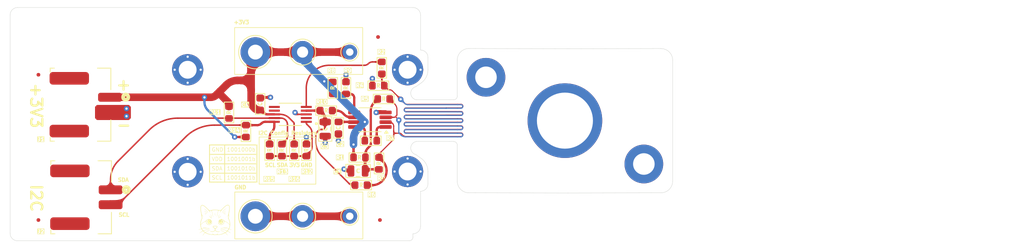
<source format=kicad_pcb>
(kicad_pcb (version 20241229) (generator "pcbnew") (generator_version "9.0")
  (layers (0 "F.Cu" signal) (4 "In1.Cu" signal) (6 "In2.Cu" signal) (2 "B.Cu" signal) (13 "F.Paste" user) (15 "B.Paste" user) (5 "F.SilkS" user "F.Silkscreen") (7 "B.SilkS" user "B.Silkscreen") (1 "F.Mask" user) (3 "B.Mask" user) (25 "Edge.Cuts" user))
  (property "LAST_EDIT_DATE" "Jun 5, 2025")
  (property "REV" "A")
  (property "TITLE" "Strain Gauge POC Board")
  (property "VERSION" "V1.0")
  (net 0 "")
  (net 1 "GND")
  (net 2 "Net-(C1-+)")
  (net 3 "Net-(C3-+)")
  (net 4 "+1V65a")
  (net 5 "Net-(U10-AIN1)")
  (net 6 "Net-(U9-+)")
  (net 7 "Net-(R7-Pad1)")
  (net 8 "Net-(R7-Pad2)")
  (net 9 "Net-(R10-Pad2)")
  (net 10 "Net-(U10-ADDR)")
  (net 11 "ADC_I2C_SDA")
  (net 12 "ADC_I2C_SCL")
  (net 13 "+3V3")
  (footprint "ulib_Mechanical:Throughhole_Motorshaft_7.5mm" (layer "F.Cu") (at 182.127239 97.604838)
    (property "Reference" "REF**" (hide yes))
    (property "Value" "Throughhole_Motorshaft_7.5mm")
  )
  (footprint "ulib_Resistors_SMD:R_0603_1608Metric" (layer "F.Cu") (at 154.686101 106.285466)
    (property "Reference" "R6")
    (property "Value" "0")
  )
  (footprint "ulib_Resistors_SMD:R_0603_1608Metric" (layer "F.Cu") (at 142.382101 101.578466 90)
    (property "Reference" "R15")
    (property "Value" "1k")
  )
  (footprint "ulib_Capacitor_SMD:C_0805_2012Metric" (layer "F.Cu") (at 149.860101 98.731466 -90)
    (property "Reference" "C3")
    (property "Value" "10u")
  )
  (footprint "ulib_Resistors_SMD:R_0603_1608Metric" (layer "F.Cu") (at 144.033101 101.578466 90)
    (property "Reference" "R13")
    (property "Value" "1k")
  )
  (footprint "ulib_Mechanical:Fiducial_0.5mm_Mask1mm" (layer "F.Cu") (at 111.252101 110.984466)
    (property "Reference" "FID3")
    (property "Value" "Fiducial")
  )
  (footprint "ulib_Resistors_SMD:R_0603_1608Metric" (layer "F.Cu") (at 136.906101 96.506466 -90)
    (property "Reference" "R11")
    (property "Value" "4k7")
  )
  (footprint "ulib_Resistors_SMD:R_0603_1608Metric" (layer "F.Cu") (at 150.876101 93.204466 -90)
    (property "Reference" "R8")
    (property "Value" "1k")
  )
  (footprint "ulib_Mechanical:MountingHole_3.2mm_M2_Pad_Via" (layer "F.Cu") (at 131.3434 90.7542)
    (property "Reference" "U3" (hide yes))
    (property "Value" "~")
  )
  (footprint "TestPoint:TestPoint_Pad_D0.15mm" (layer "F.Cu") (at 159.512101 94.220466)
    (property "Reference" "U8" (hide yes))
    (property "Value" "~")
  )
  (footprint "TestPoint:TestPoint_THTPad_D3.0mm_Drill1.5mm" (layer "F.Cu") (at 146.812101 110.476466 180)
    (property "Reference" "TP4" (hide yes))
    (property "Value" "TestPoint")
  )
  (footprint "ulib_Resistors_SMD:R_0603_1608Metric" (layer "F.Cu") (at 154.470101 102.561466 180)
    (property "Reference" "R1")
    (property "Value" "0")
  )
  (footprint "TestPoint:TestPoint_THTPad_D3.0mm_Drill1.5mm" (layer "F.Cu") (at 146.812101 88.378466 180)
    (property "Reference" "TP3" (hide yes))
    (property "Value" "TestPoint")
  )
  (footprint "ulib_Resistors_SMD:R_0603_1608Metric" (layer "F.Cu") (at 157.010101 92.909466 180)
    (property "Reference" "R4")
    (property "Value" "500")
  )
  (footprint "TestPoint:TestPoint_THTPad_D2.0mm_Drill1.0mm" (layer "F.Cu") (at 153.162101 110.476466 180)
    (property "Reference" "TP2" (hide yes))
    (property "Value" "TestPoint")
  )
  (footprint "Package_SO:VSSOP-8_3x3mm_P0.65mm" (layer "F.Cu") (at 155.875601 97.481466 180)
    (property "Reference" "U9" (hide yes))
    (property "Value" "INA333xxDGK")
  )
  (footprint "ulib_Mechanical:Fiducial_0.5mm_Mask1mm" (layer "F.Cu") (at 111.252101 91.426466)
    (property "Reference" "FID1")
    (property "Value" "Fiducial")
  )
  (footprint "ulib_Resistors_SMD:R_0603_1608Metric" (layer "F.Cu") (at 149.987101 96.252466)
    (property "Reference" "R10")
    (property "Value" "100R")
  )
  (footprint "ulib_Logos:picogrid_logo" (layer "F.Cu") (at 123.190101 86.600466)
    (property "Reference" "G***")
    (property "Value" "LOGO" (hide yes))
  )
  (footprint "ulib_Mechanical:MountingHole_2.9mm_M2.5" (layer "F.Cu") (at 192.753475 103.441135)
    (property "Reference" "REF**" (hide yes))
    (property "Value" "MountingHole_2.9mm_M2.5")
  )
  (footprint "ulib_Resistors_SMD:R_0603_1608Metric" (layer "F.Cu") (at 139.192101 99.008466 90)
    (property "Reference" "R14")
    (property "Value" "4k7")
  )
  (footprint "ulib_Mechanical:MountingHole_2.9mm_M2.5" (layer "F.Cu") (at 171.501003 91.768541)
    (property "Reference" "REF**" (hide yes))
    (property "Value" "MountingHole_2.9mm_M2.5")
  )
  (footprint "ulib_Resistors_SMD:R_0603_1608Metric" (layer "F.Cu") (at 147.335101 101.578466 90)
    (property "Reference" "R12")
    (property "Value" "1k")
  )
  (footprint "TestPoint:TestPoint_THTPad_D2.0mm_Drill1.0mm" (layer "F.Cu") (at 153.162101 88.378466 180)
    (property "Reference" "TP1" (hide yes))
    (property "Value" "TestPoint")
  )
  (footprint "TestPoint:TestPoint_Pad_D0.15mm" (layer "F.Cu") (at 160.528101 95.236466)
    (property "Reference" "U6" (hide yes))
    (property "Value" "~")
  )
  (footprint "ulib_Capacitor_SMD:C_0805_2012Metric" (layer "F.Cu") (at 154.282101 104.380466 180)
    (property "Reference" "C1")
    (property "Value" "10u")
  )
  (footprint "ulib_Package_SO:SOP50P490X110-10N" (layer "F.Cu") (at 145.161101 96.760466 180)
    (property "Reference" "U10" (hide yes))
    (property "Value" "ADS1113IDGSR")
  )
  (footprint "ulib_Mechanical:MountingHole_3.2mm_M2_Pad_Via" (layer "F.Cu") (at 131.3434 104.4956)
    (property "Reference" "U4" (hide yes))
    (property "Value" "~")
  )
  (footprint "TestPoint:TestPoint_THTPad_D4.0mm_Drill2.0mm" (layer "F.Cu") (at 140.462101 88.378466 180)
    (property "Reference" "TP5" (hide yes))
    (property "Value" "TestPoint")
  )
  (footprint "ulib_Mechanical:Fiducial_0.5mm_Mask1mm" (layer "F.Cu") (at 156.972101 86.346466)
    (property "Reference" "FID2")
    (property "Value" "Fiducial")
  )
  (footprint "ulib_Resistors_SMD:R_0603_1608Metric" (layer "F.Cu") (at 157.480101 90.499466 90)
    (property "Reference" "R2")
    (property "Value" "0")
  )
  (footprint "TestPoint:TestPoint_Pad_D0.15mm" (layer "F.Cu") (at 159.766101 99.300466)
    (property "Reference" "U5" (hide yes))
    (property "Value" "~")
  )
  (footprint "ulib_Resistors_SMD:R_0603_1608Metric" (layer "F.Cu") (at 152.654101 93.204466 90)
    (property "Reference" "R9")
    (property "Value" "1k")
  )
  (footprint "ulib_Capacitor_SMD:C_0603_1608Metric" (layer "F.Cu") (at 151.638101 98.576466 -90)
    (property "Reference" "C2")
    (property "Value" "100n")
  )
  (footprint "ulib_Resistors_SMD:R_0603_1608Metric" (layer "F.Cu") (at 155.994101 100.316466 180)
    (property "Reference" "R7")
    (property "Value" "2k05")
  )
  (footprint "ulib_Connectors_DuraClik:Molex_DuraClik_5023520210_1x02_MP_P2.00mm_Right_Angle" (layer "F.Cu") (at 117.667101 95.458466 90)
    (property "Reference" "J1")
    (property "Value" "502352-0210")
  )
  (footprint "ulib_Connectors_DuraClik:Molex_DuraClik_5023520210_1x02_MP_P2.00mm_Right_Angle" (layer "F.Cu") (at 117.749101 107.920466 90)
    (property "Reference" "J2")
    (property "Value" "502352-0210")
  )
  (footprint "TestPoint:TestPoint_Pad_D0.15mm" (layer "F.Cu") (at 159.512101 96.861036)
    (property "Reference" "U7" (hide yes))
    (property "Value" "~")
  )
  (footprint "ulib_Mechanical:MountingHole_3.2mm_M2_Pad_Via" (layer "F.Cu") (at 160.947701 90.752072)
    (property "Reference" "U1" (hide yes))
    (property "Value" "~")
  )
  (footprint "ulib_Resistors_SMD:R_0603_1608Metric" (layer "F.Cu") (at 145.684101 101.578466 90)
    (property "Reference" "R16")
    (property "Value" "1k")
  )
  (footprint "ulib_Mechanical:MountingHole_3.2mm_M2_Pad_Via" (layer "F.Cu") (at 160.947701 104.452066)
    (property "Reference" "U2" (hide yes))
    (property "Value" "~")
  )
  (footprint "ulib_Mechanical:Fiducial_0.5mm_Mask1mm" (layer "F.Cu") (at 157.226101 110.984466)
    (property "Reference" "FID4")
    (property "Value" "Fiducial")
  )
  (footprint "TestPoint:TestPoint_THTPad_D4.0mm_Drill2.0mm" (layer "F.Cu") (at 140.462101 110.476466 180)
    (property "Reference" "TP6" (hide yes))
    (property "Value" "TestPoint" (hide yes))
  )
  (footprint "ulib_Resistors_SMD:R_0603_1608Metric" (layer "F.Cu") (at 157.099101 103.364466 90)
    (property "Reference" "R3")
    (property "Value" "1k")
  )
  (footprint "ulib_Capacitor_SMD:C_0603_1608Metric" (layer "F.Cu") (at 141.097101 95.363466 90)
    (property "Reference" "C4")
    (property "Value" "100n")
  )
  (footprint "ulib_Resistors_SMD:R_0603_1608Metric" (layer "F.Cu") (at 157.734101 94.687466)
    (property "Reference" "R5")
    (property "Value" "1k")
  )
  (gr_rect (start 137.686085 107.215283) (end 154.922117 113.524466) (stroke (width 0.1)) (fill no) (layer "F.SilkS"))
  (gr_poly (pts (xy 133.685479 110.173648) (xy 133.693049 110.174118) (xy 133.709448 110.175797) (xy 133.726858 110.178418) (xy 133.735692 110.180066) (xy 133.744479 110.181932) (xy 133.753118 110.184008) (xy 133.76151 110.186289) (xy 133.764691 110.187199) (xy 133.767782 110.18814) (xy 133.770782 110.189112) (xy 133.773686 110.190111) (xy 133.776494 110.191136) (xy 133.779201 110.192184) (xy 133.781806 110.193253) (xy 133.784306 110.194342) (xy 133.786698 110.195448) (xy 133.788979 110.196569) (xy 133.791148 110.197702) (xy 133.793201 110.198846) (xy 133.795136 110.199999) (xy 133.79695 110.201158) (xy 133.798641 110.202321) (xy 133.800205 110.203487) (xy 133.801641 110.204652) (xy 133.802946 110.205816) (xy 133.804117 110.206975) (xy 133.805151 110.208127) (xy 133.806046 110.209272) (xy 133.806799 110.210405) (xy 133.807408 110.211526) (xy 133.80787 110.212632) (xy 133.808183 110.21372) (xy 133.808343 110.21479) (xy 133.808348 110.215838) (xy 133.808196 110.216863) (xy 133.807884 110.217862) (xy 133.807409 110.218833) (xy 133.806768 110.219775) (xy 133.80596 110.220685) (xy 133.80496 110.221385) (xy 133.803536 110.221899) (xy 133.801674 110.222225) (xy 133.799362 110.222363) (xy 133.796585 110.222312) (xy 133.793328 110.222071) (xy 133.785323 110.221015) (xy 133.775233 110.219191) (xy 133.762949 110.216592) (xy 133.748358 110.213211) (xy 133.731348 110.209043) (xy 133.717766 110.205658) (xy 133.705737 110.202623) (xy 133.695178 110.199904) (xy 133.686005 110.197468) (xy 133.681912 110.196344) (xy 133.678134 110.195279) (xy 133.674661 110.194267) (xy 133.671482 110.193305) (xy 133.668586 110.192387) (xy 133.665964 110.19151) (xy 133.663605 110.190669) (xy 133.661498 110.189861) (xy 133.659633 110.18908) (xy 133.657999 110.188323) (xy 133.656586 110.187586) (xy 133.655383 110.186864) (xy 133.654858 110.186507) (xy 133.654381 110.186152) (xy 133.653951 110.185799) (xy 133.653568 110.185447) (xy 133.653229 110.185096) (xy 133.652934 110.184745) (xy 133.652681 110.184393) (xy 133.652469 110.18404) (xy 133.652296 110.183686) (xy 133.652162 110.183329) (xy 133.652064 110.18297) (xy 133.652002 110.182608) (xy 133.651974 110.182242) (xy 133.65198 110.181872) (xy 133.652017 110.181497) (xy 133.652084 110.181117) (xy 133.652181 110.180731) (xy 133.652305 110.180339) (xy 133.652632 110.179533) (xy 133.653053 110.178696) (xy 133.65356 110.177822) (xy 133.654211 110.177066) (xy 133.655162 110.176383) (xy 133.657916 110.175234) (xy 133.661724 110.174371) (xy 133.666483 110.173787) (xy 133.672096 110.173476) (xy 133.678461 110.173432)) (fill yes) (layer "F.SilkS"))
  (gr_rect (start 137.668101 85.076466) (end 154.904133 91.385649) (stroke (width 0.1)) (fill no) (layer "F.SilkS"))
  (gr_poly (pts (xy 134.242513 110.415597) (xy 134.245525 110.416068) (xy 134.248807 110.416807) (xy 134.252305 110.4178) (xy 134.255968 110.419034) (xy 134.259744 110.420496) (xy 134.263582 110.422173) (xy 134.267429 110.424052) (xy 134.271233 110.426118) (xy 134.274943 110.42836) (xy 134.278506 110.430764) (xy 134.289415 110.439153) (xy 134.300291 110.448414) (xy 134.311102 110.458501) (xy 134.321815 110.469368) (xy 134.332398 110.480971) (xy 134.342818 110.493263) (xy 134.353043 110.506198) (xy 134.36304 110.51973) (xy 134.372777 110.533815) (xy 134.382221 110.548405) (xy 134.391339 110.563457) (xy 134.400099 110.578922) (xy 134.408468 110.594757) (xy 134.416414 110.610915) (xy 134.423904 110.627351) (xy 134.430906 110.644018) (xy 134.434684 110.65348) (xy 134.438085 110.66224) (xy 134.441117 110.670329) (xy 134.443788 110.677777) (xy 134.446105 110.684615) (xy 134.448077 110.690871) (xy 134.449711 110.696577) (xy 134.451014 110.701764) (xy 134.451995 110.70646) (xy 134.452662 110.710696) (xy 134.452879 110.712652) (xy 134.453021 110.714503) (xy 134.453088 110.716255) (xy 134.453081 110.717911) (xy 134.453002 110.719475) (xy 134.45285 110.72095) (xy 134.452628 110.722341) (xy 134.452335 110.723651) (xy 134.451974 110.724883) (xy 134.451544 110.726042) (xy 134.451048 110.727132) (xy 134.450485 110.728156) (xy 134.449708 110.729271) (xy 134.448957 110.730235) (xy 134.448587 110.730659) (xy 134.448219 110.731044) (xy 134.447852 110.731389) (xy 134.447484 110.731695) (xy 134.447113 110.73196) (xy 134.446739 110.732184) (xy 134.44636 110.732367) (xy 134.445974 110.732509) (xy 134.44558 110.732609) (xy 134.445176 110.732667) (xy 134.444761 110.732682) (xy 134.444334 110.732654) (xy 134.443892 110.732582) (xy 134.443436 110.732467) (xy 134.442962 110.732308) (xy 134.44247 110.732104) (xy 134.441959 110.731855) (xy 134.441426 110.731561) (xy 134.44087 110.731221) (xy 134.44029 110.730835) (xy 134.439053 110.729922) (xy 134.437701 110.728821) (xy 134.436224 110.727528) (xy 134.43461 110.726039) (xy 134.433501 110.724956) (xy 134.432363 110.723703) (xy 134.431203 110.722295) (xy 134.43003 110.720747) (xy 134.42885 110.719075) (xy 134.427671 110.717295) (xy 134.426502 110.715422) (xy 134.42535 110.713471) (xy 134.424222 110.711458) (xy 134.423128 110.709399) (xy 134.422073 110.707309) (xy 134.421067 110.705203) (xy 134.420116 110.703097) (xy 134.419229 110.701007) (xy 134.418413 110.698947) (xy 134.417677 110.696935) (xy 134.413186 110.684185) (xy 134.4077 110.670617) (xy 134.401288 110.656342) (xy 134.394021 110.641472) (xy 134.38597 110.626117) (xy 134.377205 110.610391) (xy 134.367796 110.594405) (xy 134.357815 110.578269) (xy 134.347331 110.562097) (xy 134.336416 110.545998) (xy 134.325139 110.530086) (xy 134.313572 110.514472) (xy 134.301784 110.499266) (xy 134.289847 110.484582) (xy 134.277831 110.47053) (xy 134.265806 110.457222) (xy 134.259231 110.450203) (xy 134.25309 110.44353) (xy 134.247519 110.437354) (xy 134.242655 110.431822) (xy 134.238635 110.427085) (xy 134.236983 110.42506) (xy 134.235594 110.423289) (xy 134.234484 110.421792) (xy 134.23367 110.420586) (xy 134.233169 110.41969) (xy 134.233041 110.419364) (xy 134.232998 110.419122) (xy 134.233076 110.418373) (xy 134.233305 110.417712) (xy 134.23368 110.417138) (xy 134.234194 110.416649) (xy 134.234839 110.416243) (xy 134.23561 110.415919) (xy 134.236501 110.415675) (xy 134.237504 110.415509) (xy 134.239822 110.415406)) (fill yes) (layer "F.SilkS"))
  (gr_poly (pts (xy 136.482416 109.781615) (xy 136.483924 109.781948) (xy 136.484409 109.782188) (xy 136.484707 109.782482) (xy 136.484811 109.782836) (xy 136.484716 109.783253) (xy 136.483903 109.784295) (xy 136.482221 109.785644) (xy 136.479621 109.787333) (xy 136.476055 109.789398) (xy 136.465833 109.794797) (xy 136.451171 109.802117) (xy 136.431685 109.811639) (xy 136.413373 109.820833) (xy 136.395324 109.830377) (xy 136.3775 109.840295) (xy 136.359867 109.850615) (xy 136.34239 109.861363) (xy 136.325031 109.872565) (xy 136.307757 109.884248) (xy 136.29053 109.896438) (xy 136.273316 109.909161) (xy 136.256078 109.922444) (xy 136.238782 109.936312) (xy 136.221391 109.950793) (xy 136.20387 109.965913) (xy 136.186183 109.981698) (xy 136.150169 110.015368) (xy 136.141997 110.023271) (xy 136.134533 110.030319) (xy 136.131059 110.033527) (xy 136.127751 110.036527) (xy 136.124608 110.039321) (xy 136.121627 110.041909) (xy 136.118803 110.044295) (xy 136.116134 110.046479) (xy 136.113618 110.048463) (xy 136.11125 110.05025) (xy 136.109028 110.05184) (xy 136.106948 110.053236) (xy 136.105008 110.05444) (xy 136.103205 110.055453) (xy 136.101535 110.056276) (xy 136.099995 110.056912) (xy 136.098582 110.057363) (xy 136.097293 110.057629) (xy 136.096694 110.057694) (xy 136.096125 110.057713) (xy 136.095586 110.057688) (xy 136.095075 110.057617) (xy 136.094593 110.057502) (xy 136.09414 110.057343) (xy 136.093714 110.057139) (xy 136.093316 110.056891) (xy 136.092945 110.0566) (xy 136.092601 110.056264) (xy 136.092283 110.055886) (xy 136.091991 110.055464) (xy 136.091725 110.054999) (xy 136.091484 110.054492) (xy 136.091075 110.05335) (xy 136.090763 110.05204) (xy 136.090544 110.050564) (xy 136.090415 110.048922) (xy 136.090373 110.047118) (xy 136.090674 110.045572) (xy 136.091558 110.043533) (xy 136.094968 110.03808) (xy 136.100384 110.030976) (xy 136.107587 110.022438) (xy 136.126482 110.001921) (xy 136.149904 109.97826) (xy 136.176104 109.953186) (xy 136.203333 109.928428) (xy 136.229843 109.905716) (xy 136.242282 109.895668) (xy 136.253885 109.886781) (xy 136.274966 109.871468) (xy 136.296425 109.856949) (xy 136.318095 109.843323) (xy 136.339809 109.830689) (xy 136.361398 109.819146) (xy 136.372094 109.813815) (xy 136.382696 109.808795) (xy 136.393183 109.804096) (xy 136.403535 109.799733) (xy 136.41373 109.795716) (xy 136.423748 109.79206) (xy 136.4268 109.790982) (xy 136.429988 109.789934) (xy 136.436663 109.78795) (xy 136.44356 109.786153) (xy 136.450471 109.784585) (xy 136.457182 109.78329) (xy 136.463485 109.782312) (xy 136.466417 109.781954) (xy 136.469167 109.781692) (xy 136.47171 109.781531) (xy 136.474019 109.781476) (xy 136.48023 109.781449)) (fill yes) (layer "F.SilkS"))
  (gr_poly (pts (xy 135.839095 110.409095) (xy 135.840017 110.409645) (xy 135.840606 110.410523) (xy 135.84086 110.411727) (xy 135.840778 110.413254) (xy 135.840358 110.4151) (xy 135.839599 110.417262) (xy 135.8385 110.419737) (xy 135.83706 110.422523) (xy 135.833148 110.429011) (xy 135.827854 110.436703) (xy 135.821165 110.445572) (xy 135.813073 110.455595) (xy 135.803564 110.466747) (xy 135.783812 110.489772) (xy 135.766589 110.510652) (xy 135.751251 110.530315) (xy 135.737154 110.549694) (xy 135.723652 110.569718) (xy 135.7101 110.591316) (xy 135.695854 110.61542) (xy 135.680269 110.64296) (xy 135.674343 110.653426) (xy 135.668854 110.663016) (xy 135.663781 110.67176) (xy 135.659102 110.679687) (xy 135.654795 110.686827) (xy 135.650838 110.693208) (xy 135.64721 110.69886) (xy 135.643888 110.703814) (xy 135.640852 110.708098) (xy 135.639434 110.709998) (xy 135.63808 110.711741) (xy 135.636786 110.713332) (xy 135.635549 110.714774) (xy 135.634368 110.71607) (xy 135.633239 110.717225) (xy 135.632159 110.718242) (xy 135.631127 110.719124) (xy 135.630138 110.719876) (xy 135.629192 110.720501) (xy 135.628283 110.721003) (xy 135.627411 110.721385) (xy 135.626573 110.721652) (xy 135.625765 110.721806) (xy 135.622387 110.722115) (xy 135.619602 110.721822) (xy 135.618435 110.721437) (xy 135.61742 110.720885) (xy 135.616558 110.720161) (xy 135.615851 110.719259) (xy 135.6153 110.718174) (xy 135.614905 110.716901) (xy 135.614593 110.713769) (xy 135.614924 110.709818) (xy 135.615909 110.705004) (xy 135.617557 110.699286) (xy 135.619878 110.692619) (xy 135.622884 110.684959) (xy 135.626583 110.676264) (xy 135.636103 110.655594) (xy 135.648519 110.63026) (xy 135.656617 110.614342) (xy 135.664838 110.598934) (xy 135.67318 110.584037) (xy 135.681641 110.569654) (xy 135.69022 110.555785) (xy 135.698916 110.542433) (xy 135.707726 110.529598) (xy 135.716649 110.517283) (xy 135.725684 110.505488) (xy 135.734829 110.494216) (xy 135.744082 110.483469) (xy 135.753443 110.473246) (xy 135.762908 110.463551) (xy 135.772478 110.454384) (xy 135.78215 110.445748) (xy 135.791923 110.437643) (xy 135.802506 110.429261) (xy 135.811827 110.422355) (xy 135.819872 110.4169) (xy 135.826633 110.412871) (xy 135.829528 110.411384) (xy 135.832097 110.410244) (xy 135.83434 110.409448) (xy 135.836255 110.408994) (xy 135.83784 110.408877)) (fill yes) (layer "F.SilkS"))
  (gr_poly (pts (xy 136.3959 110.173126) (xy 136.402439 110.173513) (xy 136.408583 110.174129) (xy 136.414291 110.174973) (xy 136.419523 110.176045) (xy 136.424236 110.177342) (xy 136.428391 110.178865) (xy 136.430246 110.179711) (xy 136.431946 110.180613) (xy 136.433486 110.181571) (xy 136.43486 110.182585) (xy 136.44756 110.192639) (xy 136.434331 110.195814) (xy 136.423396 110.197926) (xy 136.411936 110.199891) (xy 136.40012 110.201696) (xy 136.38812 110.20333) (xy 136.376104 110.20478) (xy 136.364242 110.206037) (xy 136.352705 110.207086) (xy 136.341661 110.207919) (xy 136.33128 110.208521) (xy 136.321733 110.208883) (xy 136.313189 110.208992) (xy 136.305818 110.208836) (xy 136.299789 110.208405) (xy 136.295273 110.207686) (xy 136.293635 110.207215) (xy 136.292439 110.206668) (xy 136.291705 110.206043) (xy 136.291456 110.205339) (xy 136.291516 110.204436) (xy 136.291693 110.203513) (xy 136.291985 110.202573) (xy 136.292386 110.201618) (xy 136.293507 110.199674) (xy 136.295028 110.197699) (xy 136.296921 110.195712) (xy 136.299158 110.19373) (xy 136.301711 110.191774) (xy 136.304553 110.189861) (xy 136.307655 110.18801) (xy 136.31099 110.186239) (xy 136.314529 110.184568) (xy 136.318245 110.183015) (xy 136.32211 110.181598) (xy 136.326096 110.180336) (xy 136.330175 110.179247) (xy 136.334319 110.178351) (xy 136.342535 110.176882) (xy 136.350685 110.175647) (xy 136.358728 110.174646) (xy 136.366623 110.173878) (xy 136.374328 110.173343) (xy 136.381804 110.17304) (xy 136.389008 110.172968)) (fill yes) (layer "F.SilkS"))
  (gr_poly (pts (xy 133.570175 109.476577) (xy 133.577533 109.478085) (xy 133.585997 109.480327) (xy 133.595375 109.483233) (xy 133.605472 109.486731) (xy 133.616097 109.490749) (xy 133.627055 109.495218) (xy 133.638155 109.500065) (xy 133.649203 109.505218) (xy 133.660006 109.510608) (xy 133.670371 109.516161) (xy 133.680104 109.521808) (xy 133.689014 109.527476) (xy 133.710958 109.542592) (xy 133.732181 109.557817) (xy 133.752743 109.573209) (xy 133.772705 109.588827) (xy 133.792128 109.60473) (xy 133.811072 109.620978) (xy 133.829597 109.637628) (xy 133.847764 109.654741) (xy 133.865634 109.672375) (xy 133.883266 109.690588) (xy 133.900722 109.70944) (xy 133.918061 109.72899) (xy 133.935344 109.749296) (xy 133.952632 109.770418) (xy 133.969986 109.792414) (xy 133.987464 109.815343) (xy 134.009271 109.844871) (xy 134.029558 109.873469) (xy 134.047898 109.900454) (xy 134.056204 109.913129) (xy 134.063863 109.925145) (xy 134.070821 109.936417) (xy 134.077025 109.94686) (xy 134.082421 109.956388) (xy 134.086956 109.964915) (xy 134.090576 109.972358) (xy 134.093228 109.97863) (xy 134.094859 109.983647) (xy 134.095274 109.985658) (xy 134.095414 109.987322) (xy 134.095188 109.989974) (xy 134.094902 109.990978) (xy 134.094499 109.991765) (xy 134.093975 109.992334) (xy 134.093328 109.992681) (xy 134.092558 109.992806) (xy 134.091661 109.992705) (xy 134.089478 109.99182) (xy 134.086764 109.99001) (xy 134.083501 109.98726) (xy 134.079672 109.983552) (xy 134.07526 109.97887) (xy 134.070248 109.973199) (xy 134.058356 109.958822) (xy 134.04386 109.940289) (xy 134.026623 109.917472) (xy 133.997206 109.878438) (xy 133.968099 109.841115) (xy 133.939313 109.805516) (xy 133.910859 109.771654) (xy 133.88275 109.73954) (xy 133.854996 109.709187) (xy 133.82761 109.680608) (xy 133.800602 109.653815) (xy 133.773986 109.62882) (xy 133.747772 109.605636) (xy 133.721971 109.584275) (xy 133.696596 109.56475) (xy 133.671659 109.547072) (xy 133.64717 109.531255) (xy 133.623142 109.517311) (xy 133.599585 109.505251) (xy 133.595081 109.503071) (xy 133.590709 109.500903) (xy 133.586493 109.498762) (xy 133.582453 109.496661) (xy 133.578612 109.494612) (xy 133.574991 109.492629) (xy 133.571612 109.490725) (xy 133.568497 109.488913) (xy 133.565666 109.487207) (xy 133.563143 109.48562) (xy 133.560948 109.484164) (xy 133.559104 109.482853) (xy 133.557632 109.4817) (xy 133.556553 109.480719) (xy 133.556168 109.480296) (xy 133.55589 109.479922) (xy 133.555721 109.479596) (xy 133.555664 109.479322) (xy 133.555919 109.478118) (xy 133.556668 109.477177) (xy 133.557886 109.476492) (xy 133.559549 109.476052) (xy 133.564116 109.475876)) (fill yes) (layer "F.SilkS"))
  (gr_poly (pts (xy 136.799921 112.469312) (xy 136.801281 112.469708) (xy 136.803425 112.470569) (xy 136.810004 112.473661) (xy 136.819548 112.47854) (xy 136.831944 112.485154) (xy 136.847081 112.493455) (xy 136.851474 112.495921) (xy 136.855712 112.498347) (xy 136.859774 112.500719) (xy 136.863642 112.503022) (xy 136.867296 112.505241) (xy 136.870717 112.507362) (xy 136.873885 112.509369) (xy 136.876781 112.511249) (xy 136.879385 112.512986) (xy 136.881678 112.514565) (xy 136.883642 112.515973) (xy 136.885256 112.517194) (xy 136.8865 112.518213) (xy 136.887357 112.519016) (xy 136.887633 112.519331) (xy 136.887805 112.519588) (xy 136.887871 112.519782) (xy 136.887827 112.519914) (xy 136.887476 112.520067) (xy 136.886831 112.520037) (xy 136.884721 112.519461) (xy 136.881624 112.518256) (xy 136.877665 112.516491) (xy 136.86767 112.511561) (xy 136.855746 112.50523) (xy 136.842905 112.498055) (xy 136.830156 112.490595) (xy 136.818511 112.483408) (xy 136.808981 112.477051) (xy 136.802587 112.472504) (xy 136.800677 112.470977) (xy 136.799605 112.469941) (xy 136.799379 112.469604) (xy 136.799358 112.469388) (xy 136.799539 112.469291)) (fill yes) (layer "F.SilkS"))
  (gr_poly (pts (xy 136.75743 108.935406) (xy 136.763701 108.935753) (xy 136.76998 108.936313) (xy 136.77633 108.937084) (xy 136.782813 108.938061) (xy 136.789492 108.939245) (xy 136.79643 108.940631) (xy 136.803689 108.942218) (xy 136.827986 108.949166) (xy 136.850505 108.958163) (xy 136.871289 108.9693) (xy 136.890382 108.982666) (xy 136.907828 108.998352) (xy 136.923673 109.016446) (xy 136.937959 109.03704) (xy 136.950731 109.060222) (xy 136.962034 109.086084) (xy 136.971912 109.114714) (xy 136.980408 109.146203) (xy 136.987566 109.180641) (xy 136.993432 109.218117) (xy 136.99805 109.258722) (xy 137.001462 109.302545) (xy 137.003714 109.349677) (xy 137.004291 109.408499) (xy 137.002077 109.473287) (xy 136.99711 109.543804) (xy 136.989427 109.619816) (xy 136.979065 109.701087) (xy 136.966061 109.78738) (xy 136.950453 109.878461) (xy 136.932277 109.974093) (xy 136.92289 110.023301) (xy 136.915319 110.067119) (xy 136.909497 110.106411) (xy 136.90722 110.124628) (xy 136.905355 110.142037) (xy 136.903894 110.158746) (xy 136.902826 110.174861) (xy 136.902145 110.190491) (xy 136.901841 110.205744) (xy 136.901907 110.220727) (xy 136.902332 110.235548) (xy 136.90311 110.250315) (xy 136.904231 110.265135) (xy 136.908233 110.311244) (xy 136.911143 110.347362) (xy 136.912205 110.362321) (xy 136.913012 110.375556) (xy 136.913571 110.387326) (xy 136.913888 110.397889) (xy 136.91397 110.407504) (xy 136.913822 110.416428) (xy 136.913451 110.424919) (xy 136.912863 110.433236) (xy 136.912064 110.441637) (xy 136.911061 110.450379) (xy 136.908464 110.469922) (xy 136.904673 110.49534) (xy 136.900758 110.518779) (xy 136.896595 110.540792) (xy 136.89206 110.561931) (xy 136.887029 110.582747) (xy 136.881378 110.603793) (xy 136.874982 110.62562) (xy 136.867719 110.648781) (xy 136.864024 110.66048) (xy 136.862383 110.666017) (xy 136.860881 110.671336) (xy 136.859518 110.676433) (xy 136.858296 110.681299) (xy 136.857215 110.685931) (xy 136.856275 110.69032) (xy 136.855479 110.694462) (xy 136.854825 110.698349) (xy 136.854316 110.701975) (xy 136.853952 110.705335) (xy 136.853734 110.708423) (xy 136.853662 110.711231) (xy 136.853737 110.713754) (xy 136.85396 110.715985) (xy 136.855369 110.721143) (xy 136.858285 110.729569) (xy 136.862527 110.740811) (xy 136.867917 110.754415) (xy 136.881419 110.786901) (xy 136.897352 110.823406) (xy 136.922591 110.882896) (xy 136.946267 110.944122) (xy 136.968306 111.006836) (xy 136.988633 111.070791) (xy 137.007175 111.135738) (xy 137.023856 111.201429) (xy 137.038602 111.267616) (xy 137.05134 111.334051) (xy 137.055601 111.358665) (xy 137.058938 111.380445) (xy 137.061469 111.401071) (xy 137.063312 111.422224) (xy 137.064584 111.445585) (xy 137.065404 111.472834) (xy 137.065888 111.505651) (xy 137.066156 111.545718) (xy 137.066056 111.576547) (xy 137.065751 111.605423) (xy 137.065235 111.632178) (xy 137.064502 111.656645) (xy 137.063546 111.678656) (xy 137.062361 111.698044) (xy 137.06094 111.714641) (xy 137.059277 111.728281) (xy 137.051803 111.772612) (xy 137.04126 111.822183) (xy 137.0282 111.87509) (xy 137.013173 111.92943) (xy 136.996733 111.983299) (xy 136.979431 112.034792) (xy 136.961818 112.082007) (xy 136.953068 112.103415) (xy 136.944448 112.123039) (xy 136.940812 112.131196) (xy 136.937486 112.138881) (xy 136.934532 112.145921) (xy 136.932012 112.152143) (xy 136.929989 112.157373) (xy 136.928523 112.161437) (xy 136.928019 112.162977) (xy 136.927678 112.164161) (xy 136.927507 112.164967) (xy 136.927488 112.165221) (xy 136.927515 112.165372) (xy 136.949012 112.17364) (xy 136.997893 112.191831) (xy 137.028404 112.202854) (xy 137.054258 112.212551) (xy 137.076949 112.221577) (xy 137.097972 112.230592) (xy 137.118821 112.240251) (xy 137.140992 112.251213) (xy 137.165977 112.264134) (xy 137.195272 112.279672) (xy 137.214164 112.289988) (xy 137.229997 112.299096) (xy 137.242826 112.30698) (xy 137.252704 112.313621) (xy 137.259686 112.319004) (xy 137.263827 112.323111) (xy 137.264848 112.324681) (xy 137.26518 112.325925) (xy 137.264828 112.326842) (xy 137.2638 112.327429) (xy 137.262102 112.327685) (xy 137.259741 112.327606) (xy 137.253057 112.326439) (xy 137.243803 112.323911) (xy 137.232033 112.320005) (xy 137.217801 112.314703) (xy 137.201162 112.307989) (xy 137.182169 112.299845) (xy 137.160877 112.290255) (xy 137.133113 112.277989) (xy 137.098311 112.263756) (xy 137.059553 112.248667) (xy 137.01992 112.233833) (xy 136.982495 112.220363) (xy 136.950359 112.209368) (xy 136.926596 112.201956) (xy 136.918816 112.199941) (xy 136.914285 112.199239) (xy 136.913913 112.19929) (xy 136.913494 112.19944) (xy 136.912517 112.20003) (xy 136.911368 112.200987) (xy 136.91006 112.20229) (xy 136.908607 112.203919) (xy 136.907021 112.205853) (xy 136.903504 112.21055) (xy 136.899614 112.216215) (xy 136.895459 112.222679) (xy 136.891142 112.229777) (xy 136.886769 112.237339) (xy 136.875315 112.257112) (xy 136.861914 112.279044) (xy 136.84705 112.302414) (xy 136.831206 112.326504) (xy 136.814866 112.350593) (xy 136.798514 112.373963) (xy 136.782632 112.395895) (xy 136.767706 112.415669) (xy 136.737014 112.454827) (xy 136.805806 112.496631) (xy 136.848176 112.522546) (xy 136.884908 112.545794) (xy 136.917362 112.56738) (xy 136.932409 112.577864) (xy 136.946895 112.588309) (xy 136.960991 112.598841) (xy 136.974866 112.609585) (xy 136.988689 112.620667) (xy 137.002631 112.632213) (xy 137.03155 112.657198) (xy 137.062981 112.685543) (xy 137.071628 112.693391) (xy 137.079523 112.700673) (xy 137.086681 112.707408) (xy 137.093119 112.713614) (xy 137.098853 112.719308) (xy 137.1039 112.724508) (xy 137.108275 112.729232) (xy 137.111995 112.733499) (xy 137.113615 112.735466) (xy 137.115077 112.737325) (xy 137.116383 112.739078) (xy 137.117536 112.740728) (xy 137.118537 112.742277) (xy 137.119389 112.743727) (xy 137.120093 112.745081) (xy 137.120652 112.746339) (xy 137.121067 112.747506) (xy 137.121342 112.748583) (xy 137.121476 112.749571) (xy 137.121474 112.750475) (xy 137.121336 112.751295) (xy 137.121065 112.752033) (xy 137.120662 112.752693) (xy 137.120131 112.753277) (xy 137.118861 112.754142) (xy 137.117213 112.754544) (xy 137.115158 112.754465) (xy 137.112665 112.753888) (xy 137.109703 112.752797) (xy 137.106244 112.751174) (xy 137.102255 112.749003) (xy 137.097708 112.746265) (xy 137.092571 112.742945) (xy 137.086815 112.739024) (xy 137.073325 112.729315) (xy 137.056994 112.717002) (xy 137.037581 112.701948) (xy 137.002573 112.675267) (xy 136.96578 112.648642) (xy 136.927746 112.622427) (xy 136.889018 112.596974) (xy 136.85014 112.572637) (xy 136.81166 112.54977) (xy 136.774122 112.528727) (xy 136.738073 112.50986) (xy 136.700502 112.49081) (xy 136.671927 112.520443) (xy 136.65477 112.537025) (xy 136.634687 112.555071) (xy 136.612321 112.574058) (xy 136.588319 112.593468) (xy 136.563324 112.612779) (xy 136.537982 112.631469) (xy 136.512937 112.649018) (xy 136.488835 112.664906) (xy 136.478032 112.671924) (xy 136.467991 112.67859) (xy 136.45893 112.684746) (xy 136.451066 112.69024) (xy 136.444616 112.694914) (xy 136.441989 112.696896) (xy 136.439796 112.698615) (xy 136.438066 112.700052) (xy 136.436825 112.701188) (xy 136.4361 112.702002) (xy 136.43594 112.702283) (xy 136.435919 112.702476) (xy 136.436268 112.70308) (xy 136.437099 112.704085) (xy 136.440102 112.707206) (xy 136.444718 112.711667) (xy 136.450735 112.717293) (xy 136.466131 112.731349) (xy 136.484602 112.747985) (xy 136.496201 112.758423) (xy 136.508137 112.769649) (xy 136.532789 112.794196) (xy 136.558086 112.821087) (xy 136.583556 112.849783) (xy 136.608729 112.879744) (xy 136.633132 112.910431) (xy 136.656296 112.941303) (xy 136.677748 112.971823) (xy 136.6847 112.982316) (xy 136.691246 112.992515) (xy 136.697351 113.00235) (xy 136.702982 113.01175) (xy 136.708105 113.020644) (xy 136.712685 113.028963) (xy 136.716689 113.036635) (xy 136.720081 113.043591) (xy 136.722829 113.049758) (xy 136.724897 113.055068) (xy 136.725666 113.057379) (xy 136.726253 113.059449) (xy 136.726652 113.061269) (xy 136.726861 113.062831) (xy 136.726874 113.064125) (xy 136.726688 113.065143) (xy 136.726298 113.065876) (xy 136.725699 113.066315) (xy 136.724888 113.066451) (xy 136.723861 113.066276) (xy 136.722613 113.06578) (xy 136.721139 113.064955) (xy 136.720122 113.06415) (xy 136.718483 113.062556) (xy 136.713483 113.057167) (xy 136.706424 113.049124) (xy 136.697591 113.038762) (xy 136.675747 113.012419) (xy 136.650231 112.980818) (xy 136.621538 112.946297) (xy 136.593428 112.913804) (xy 136.565938 112.883382) (xy 136.539106 112.855075) (xy 136.512968 112.828926) (xy 136.500171 112.816674) (xy 136.487562 112.804978) (xy 136.475145 112.793843) (xy 136.462925 112.783275) (xy 136.450906 112.773279) (xy 136.439094 112.76386) (xy 136.429773 112.756715) (xy 136.420986 112.75006) (xy 136.412918 112.744038) (xy 136.405756 112.738791) (xy 136.399685 112.734461) (xy 136.394892 112.731192) (xy 136.393032 112.73) (xy 136.391562 112.729126) (xy 136.390504 112.728589) (xy 136.390137 112.728452) (xy 136.389881 112.728406) (xy 136.387607 112.729222) (xy 136.382208 112.731564) (xy 136.363423 112.74018) (xy 136.336303 112.752962) (xy 136.303627 112.768622) (xy 136.241653 112.798199) (xy 136.186359 112.823466) (xy 136.136037 112.845074) (xy 136.088984 112.863674) (xy 136.043493 112.879918) (xy 135.997859 112.894457) (xy 135.950378 112.907941) (xy 135.899344 112.921023) (xy 135.834158 112.936374) (xy 135.773939 112.948878) (xy 135.716313 112.958815) (xy 135.658903 112.966465) (xy 135.599336 112.972104) (xy 135.535235 112.976014) (xy 135.464227 112.978473) (xy 135.383935 112.97976) (xy 135.339829 112.980212) (xy 135.303047 112.980802) (xy 135.272826 112.981564) (xy 135.248402 112.982538) (xy 135.238127 112.983115) (xy 135.229014 112.98376) (xy 135.22097 112.984475) (xy 135.213899 112.985266) (xy 135.207705 112.986138) (xy 135.202294 112.987096) (xy 135.197569 112.988143) (xy 135.193435 112.989285) (xy 135.187037 112.990962) (xy 135.179156 112.992782) (xy 135.170097 112.994689) (xy 135.160164 112.996627) (xy 135.14966 112.99854) (xy 135.13889 113.000372) (xy 135.128157 113.002068) (xy 135.117764 113.003572) (xy 135.106131 113.004969) (xy 135.093901 113.005988) (xy 135.081149 113.006636) (xy 135.067948 113.006921) (xy 135.054372 113.006849) (xy 135.040495 113.006428) (xy 135.026389 113.005664) (xy 135.012129 113.004564) (xy 134.997789 113.003136) (xy 134.983442 113.001386) (xy 134.969161 112.999322) (xy 134.955021 112.996949) (xy 134.941094 112.994276) (xy 134.927456 112.991309) (xy 134.914178 112.988056) (xy 134.901335 112.984522) (xy 134.886997 112.980634) (xy 134.873843 112.977627) (xy 134.860231 112.975388) (xy 134.844516 112.973807) (xy 134.825056 112.972771) (xy 134.800206 112.97217) (xy 134.727769 112.971823) (xy 134.673814 112.97143) (xy 134.624151 112.970169) (xy 134.577415 112.967916) (xy 134.532241 112.964546) (xy 134.487266 112.959937) (xy 134.441126 112.953963) (xy 134.392455 112.946501) (xy 134.339889 112.937427) (xy 134.25693 112.921163) (xy 134.217762 112.912516) (xy 134.179949 112.903461) (xy 134.143351 112.893946) (xy 134.107829 112.883923) (xy 134.073244 112.873342) (xy 134.039455 112.862153) (xy 134.006324 112.850306) (xy 133.97371 112.837753) (xy 133.941475 112.824443) (xy 133.909478 112.810327) (xy 133.877581 112.795356) (xy 133.845644 112.779478) (xy 133.813526 112.762646) (xy 133.781089 112.74481) (xy 133.713356 112.70671) (xy 133.683194 112.728935) (xy 133.67511 112.735276) (xy 133.666024 112.742902) (xy 133.64535 112.761495) (xy 133.622183 112.783685) (xy 133.597535 112.808442) (xy 133.572415 112.834737) (xy 133.547834 112.861541) (xy 133.524804 112.887823) (xy 133.504335 112.912555) (xy 133.4949 112.924493) (xy 133.483921 112.938898) (xy 133.458893 112.972881) (xy 133.432377 113.010038) (xy 133.407498 113.045906) (xy 133.399891 113.057085) (xy 133.392931 113.067226) (xy 133.386594 113.076358) (xy 133.380857 113.08451) (xy 133.375697 113.09171) (xy 133.371091 113.097986) (xy 133.367014 113.103368) (xy 133.365167 113.105733) (xy 133.363445 113.107884) (xy 133.361843 113.109827) (xy 133.360359 113.111563) (xy 133.35899 113.113098) (xy 133.357733 113.114434) (xy 133.356586 113.115575) (xy 133.355545 113.116524) (xy 133.354608 113.117286) (xy 133.353771 113.117864) (xy 133.353032 113.118261) (xy 133.352698 113.118393) (xy 133.352387 113.118481) (xy 133.352099 113.118526) (xy 133.351834 113.118528) (xy 133.351592 113.118487) (xy 133.351371 113.118405) (xy 133.351171 113.11828) (xy 133.350993 113.118115) (xy 133.350836 113.117909) (xy 133.350699 113.117663) (xy 133.350485 113.117052) (xy 133.350348 113.116285) (xy 133.35029 113.114839) (xy 133.350505 113.112905) (xy 133.35098 113.110516) (xy 133.351704 113.107703) (xy 133.353845 113.100937) (xy 133.35683 113.092869) (xy 133.360559 113.08376) (xy 133.364933 113.073869) (xy 133.369852 113.063457) (xy 133.375219 113.052785) (xy 133.386572 113.031361) (xy 133.398405 113.010155) (xy 133.410712 112.989174) (xy 133.423488 112.968424) (xy 133.43673 112.947913) (xy 133.450433 112.927648) (xy 133.464591 112.907636) (xy 133.4792 112.887883) (xy 133.494255 112.868397) (xy 133.509753 112.849185) (xy 133.525688 112.830253) (xy 133.542055 112.811609) (xy 133.55885 112.793259) (xy 133.576068 112.775211) (xy 133.593705 112.757471) (xy 133.611756 112.740047) (xy 133.673139 112.681839) (xy 133.601173 112.631039) (xy 133.574114 112.611515) (xy 133.546726 112.591128) (xy 133.519922 112.570605) (xy 133.494612 112.550672) (xy 133.471708 112.532053) (xy 133.452121 112.515474) (xy 133.436764 112.501661) (xy 133.430956 112.496018) (xy 133.426548 112.491339) (xy 133.425439 112.490162) (xy 133.4243 112.489016) (xy 133.423137 112.487907) (xy 133.421959 112.486841) (xy 133.420771 112.485825) (xy 133.419581 112.484865) (xy 133.418395 112.483967) (xy 133.417221 112.483137) (xy 133.416066 112.482381) (xy 133.414936 112.481707) (xy 133.413839 112.481118) (xy 133.412781 112.480623) (xy 133.41177 112.480228) (xy 133.410812 112.479937) (xy 133.410356 112.479833) (xy 133.409915 112.479758) (xy 133.409491 112.479713) (xy 133.409085 112.479697) (xy 133.408172 112.479813) (xy 133.406837 112.480152) (xy 133.403008 112.48145) (xy 133.397802 112.483492) (xy 133.391424 112.48618) (xy 133.384079 112.489413) (xy 133.375971 112.493092) (xy 133.358285 112.501393) (xy 133.310459 112.526031) (xy 133.264796 112.550862) (xy 133.220982 112.576077) (xy 133.178699 112.601869) (xy 133.137632 112.628429) (xy 133.097464 112.655951) (xy 133.057879 112.684626) (xy 133.01856 112.714647) (xy 133.008978 112.722052) (xy 133.00007 112.72879) (xy 132.991829 112.734865) (xy 132.984247 112.740279) (xy 132.977316 112.745036) (xy 132.974092 112.747169) (xy 132.971028 112.749138) (xy 132.968123 112.750945) (xy 132.965376 112.75259) (xy 132.962786 112.754072) (xy 132.960352 112.755393) (xy 132.958073 112.756553) (xy 132.955948 112.757552) (xy 132.953976 112.75839) (xy 132.952156 112.759068) (xy 132.950487 112.759587) (xy 132.948969 112.759946) (xy 132.9476 112.760147) (xy 132.946379 112.760189) (xy 132.945305 112.760073) (xy 132.944823 112.759955) (xy 132.944377 112.759799) (xy 132.943968 112.759603) (xy 132.943595 112.759367) (xy 132.943258 112.759093) (xy 132.942958 112.758779) (xy 132.942693 112.758426) (xy 132.942463 112.758034) (xy 132.942111 112.757133) (xy 132.941901 112.756076) (xy 132.941831 112.754864) (xy 132.942041 112.753943) (xy 132.942659 112.752677) (xy 132.945055 112.749178) (xy 132.948888 112.74449) (xy 132.954027 112.738741) (xy 132.967699 112.724559) (xy 132.985024 112.707636) (xy 133.004954 112.688977) (xy 133.02644 112.669586) (xy 133.048434 112.650467) (xy 133.069889 112.632627) (xy 133.100346 112.608915) (xy 133.131777 112.585812) (xy 133.164163 112.563328) (xy 133.197485 112.541478) (xy 133.231724 112.520272) (xy 133.266863 112.499723) (xy 133.302883 112.479844) (xy 133.339764 112.460647) (xy 133.376277 112.442127) (xy 133.34241 112.40138) (xy 133.325717 112.380909) (xy 133.31066 112.361933) (xy 133.296794 112.343812) (xy 133.283673 112.325908) (xy 133.270849 112.307583) (xy 133.257876 112.288197) (xy 133.244308 112.267112) (xy 133.229698 112.243689) (xy 133.216113 112.221191) (xy 133.204761 112.202613) (xy 133.196881 112.189888) (xy 133.194631 112.186325) (xy 133.193714 112.184952) (xy 133.191652 112.185118) (xy 133.186322 112.186331) (xy 133.167413 112.191426) (xy 133.107526 112.208963) (xy 133.039007 112.229972) (xy 132.98681 112.246864) (xy 132.976047 112.250774) (xy 132.96351 112.25562) (xy 132.934952 112.267303) (xy 132.904806 112.280276) (xy 132.876744 112.292901) (xy 132.864286 112.298812) (xy 132.852493 112.304171) (xy 132.841629 112.308873) (xy 132.831963 112.312811) (xy 132.827662 112.314462) (xy 132.82376 112.315882) (xy 132.82029 112.317059) (xy 132.817287 112.317979) (xy 132.814782 112.318629) (xy 132.81281 112.318997) (xy 132.812035 112.31907) (xy 132.811404 112.319068) (xy 132.810924 112.318989) (xy 132.810598 112.31883) (xy 132.809928 112.317766) (xy 132.809792 112.316465) (xy 132.81017 112.314939) (xy 132.811044 112.3132) (xy 132.814207 112.309129) (xy 132.819131 112.304344) (xy 132.825667 112.29894) (xy 132.833666 112.293009) (xy 132.84298 112.286643) (xy 132.85346 112.279937) (xy 132.877322 112.265872) (xy 132.904062 112.25156) (xy 132.932488 112.237744) (xy 132.946961 112.231255) (xy 132.96141 112.225168) (xy 132.984797 112.216006) (xy 133.013963 112.205349) (xy 133.046354 112.194035) (xy 133.079414 112.182901) (xy 133.11059 112.172784) (xy 133.137325 112.164521) (xy 133.157065 112.158949) (xy 133.163514 112.157434) (xy 133.167256 112.156906) (xy 133.16765 112.1569) (xy 133.168037 112.156881) (xy 133.168417 112.156851) (xy 133.16879 112.15681) (xy 133.169155 112.156757) (xy 133.169512 112.156693) (xy 133.16986 112.156618) (xy 133.1702 112.156534) (xy 133.17053 112.156439) (xy 133.17085 112.156334) (xy 133.171161 112.15622) (xy 133.17146 112.156096) (xy 133.171749 112.155964) (xy 133.172027 112.155823) (xy 133.172294 112.155674) (xy 133.172548 112.155517) (xy 133.172789 112.155351) (xy 133.173018 112.155179) (xy 133.173234 112.154999) (xy 133.173437 112.154813) (xy 133.173625 112.15462) (xy 133.173799 112.15442) (xy 133.173958 112.154215) (xy 133.174102 112.154003) (xy 133.174231 112.153787) (xy 133.174343 112.153565) (xy 133.17444 112.153339) (xy 133.17452 112.153107) (xy 133.174582 112.152872) (xy 133.174628 112.152633) (xy 133.174655 112.15239) (xy 133.174664 112.152143) (xy 133.174088 112.149668) (xy 133.172432 112.144445) (xy 133.16633 112.127074) (xy 133.157251 112.102658) (xy 133.146089 112.073826) (xy 133.134182 112.041617) (xy 133.121773 112.004762) (xy 133.109301 111.964819) (xy 133.097208 111.923345) (xy 133.085933 111.881895) (xy 133.075917 111.842027) (xy 133.0676 111.805296) (xy 133.061423 111.77326) (xy 133.054478 111.727606) (xy 133.049128 111.681702) (xy 133.045377 111.635505) (xy 133.043233 111.588978) (xy 133.042874 111.55736) (xy 133.105873 111.55736) (xy 133.105873 111.596518) (xy 133.137094 111.560535) (xy 133.162022 111.532517) (xy 133.188162 111.504839) (xy 133.215475 111.477532) (xy 133.243919 111.450625) (xy 133.273455 111.42415) (xy 133.304042 111.398136) (xy 133.335639 111.372613) (xy 133.368207 111.347611) (xy 133.401705 111.323162) (xy 133.436093 111.299295) (xy 133.471331 111.27604) (xy 133.507378 111.253428) (xy 133.544194 111.231489) (xy 133.581738 111.210252) (xy 133.619971 111.189749) (xy 133.658852 111.17001) (xy 133.681699 111.158354) (xy 133.704211 111.146611) (xy 133.725806 111.135091) (xy 133.7459 111.124104) (xy 133.76391 111.113961) (xy 133.779254 111.104972) (xy 133.791348 111.097446) (xy 133.795995 111.094328) (xy 133.79961 111.091693) (xy 133.806259 111.086037) (xy 133.814104 111.078795) (xy 133.822855 111.070262) (xy 133.83222 111.060737) (xy 133.841907 111.050517) (xy 133.851626 111.039901) (xy 133.861083 111.029185) (xy 133.869989 111.018668) (xy 133.887161 110.998681) (xy 133.895175 110.989692) (xy 133.902889 110.981304) (xy 133.910363 110.973465) (xy 133.917661 110.966122) (xy 133.924842 110.959225) (xy 133.931968 110.952721) (xy 133.9391 110.946557) (xy 133.9463 110.940683) (xy 133.953628 110.935046) (xy 133.961147 110.929594) (xy 133.968916 110.924276) (xy 133.976998 110.919039) (xy 133.985453 110.913831) (xy 133.994343 110.908601) (xy 134.007834 110.901078) (xy 134.021154 110.894175) (xy 134.034358 110.887884) (xy 134.0475 110.882193) (xy 134.060632 110.87709) (xy 134.073808 110.872566) (xy 134.087082 110.86861) (xy 134.100508 110.86521) (xy 134.114137 110.862355) (xy 134.128025 110.860036) (xy 134.142225 110.85824) (xy 134.156789 110.856958) (xy 134.171773 110.856178) (xy 134.187228 110.855889) (xy 134.203209 110.856081) (xy 134.219768 110.856743) (xy 134.236186 110.857646) (xy 134.250799 110.85881) (xy 134.257563 110.859509) (xy 134.264036 110.860296) (xy 134.270271 110.86118) (xy 134.276323 110.862167) (xy 134.282245 110.863266) (xy 134.28809 110.864484) (xy 134.293912 110.86583) (xy 134.299764 110.86731) (xy 134.311772 110.870706) (xy 134.324544 110.874735) (xy 134.334426 110.87842) (xy 134.344398 110.882508) (xy 134.354409 110.88697) (xy 134.364413 110.891776) (xy 134.374361 110.896894) (xy 134.384205 110.902296) (xy 134.393897 110.90795) (xy 134.403389 110.913827) (xy 134.412634 110.919896) (xy 134.421582 110.926127) (xy 134.430185 110.93249) (xy 134.438397 110.938954) (xy 134.446168 110.94549) (xy 134.453451 110.952067) (xy 134.460198 110.958654) (xy 134.46636 110.965222) (xy 134.475371 110.975952) (xy 134.484321 110.987458) (xy 134.493175 110.999674) (xy 134.501897 111.012533) (xy 134.510452 111.025969) (xy 134.518804 111.039915) (xy 134.526916 111.054305) (xy 134.534755 111.069071) (xy 134.542284 111.084148) (xy 134.549466 111.099467) (xy 134.556268 111.114964) (xy 134.562652 111.13057) (xy 134.568584 111.14622) (xy 134.574027 111.161847) (xy 134.578946 111.177384) (xy 134.583306 111.192764) (xy 134.586058 111.204881) (xy 134.588551 111.219179) (xy 134.590777 111.235322) (xy 134.592724 111.252973) (xy 134.595742 111.291456) (xy 134.597527 111.331935) (xy 134.597998 111.371719) (xy 134.597073 111.408118) (xy 134.596062 111.424207) (xy 134.594672 111.43844) (xy 134.592893 111.450481) (xy 134.590714 111.459993) (xy 134.589713 111.463371) (xy 134.588697 111.466559) (xy 134.587668 111.469555) (xy 134.58663 111.472359) (xy 134.585586 111.47497) (xy 134.584538 111.477386) (xy 134.583491 111.479607) (xy 134.582446 111.481631) (xy 134.581408 111.483457) (xy 134.580379 111.485085) (xy 134.579363 111.486513) (xy 134.578362 111.48774) (xy 134.577379 111.488765) (xy 134.576419 111.489588) (xy 134.575483 111.490206) (xy 134.574575 111.490619) (xy 134.573698 111.490825) (xy 134.572855 111.490825) (xy 134.572049 111.490616) (xy 134.571284 111.490198) (xy 134.570562 111.489569) (xy 134.569887 111.488729) (xy 134.569261 111.487677) (xy 134.568688 111.48641) (xy 134.56817 111.484929) (xy 134.567712 111.483232) (xy 134.567316 111.481319) (xy 134.566984 111.479187) (xy 134.566721 111.476836) (xy 134.56653 111.474266) (xy 134.566412 111.471474) (xy 134.566373 111.46846) (xy 134.566373 111.446764) (xy 134.543619 111.477456) (xy 134.53818 111.484554) (xy 134.531563 111.49257) (xy 134.524029 111.501231) (xy 134.515837 111.510264) (xy 134.507249 111.519396) (xy 134.498524 111.528355) (xy 134.489923 111.536867) (xy 134.481706 111.54466) (xy 134.461362 111.562039) (xy 134.439874 111.577657) (xy 134.417327 111.5915) (xy 134.393806 111.603554) (xy 134.369396 111.613807) (xy 134.34418 111.622246) (xy 134.318242 111.628856) (xy 134.291669 111.633626) (xy 134.264544 111.636541) (xy 134.236951 111.637589) (xy 134.208975 111.636757) (xy 134.180701 111.634031) (xy 134.152213 111.629398) (xy 134.123596 111.622845) (xy 134.094933 111.614359) (xy 134.06631 111.603927) (xy 134.048789 111.596457) (xy 134.031758 111.588348) (xy 134.015238 111.579617) (xy 133.999247 111.570283) (xy 133.983804 111.560363) (xy 133.96893 111.549874) (xy 133.954644 111.538835) (xy 133.940964 111.527263) (xy 133.927911 111.515177) (xy 133.915503 111.502594) (xy 133.90376 111.489532) (xy 133.892702 111.476009) (xy 133.882348 111.462042) (xy 133.872717 111.44765) (xy 133.863828 111.43285) (xy 133.855702 111.41766) (xy 133.849808 111.405455) (xy 133.844418 111.393589) (xy 133.839515 111.381981) (xy 133.835081 111.370547) (xy 133.8311 111.359207) (xy 133.827555 111.347878) (xy 133.824428 111.336477) (xy 133.821703 111.324923) (xy 133.819362 111.313134) (xy 133.817389 111.301026) (xy 133.815766 111.288519) (xy 133.814476 111.275529) (xy 133.813503 111.261975) (xy 133.812829 111.247775) (xy 133.812437 111.232846) (xy 133.812376 111.225308) (xy 133.865624 111.225308) (xy 133.866537 111.252789) (xy 133.868468 111.278869) (xy 133.869807 111.290915) (xy 133.871391 111.302047) (xy 133.873216 111.312079) (xy 133.875281 111.320822) (xy 133.878488 111.332272) (xy 133.881964 111.343412) (xy 133.885715 111.354256) (xy 133.88975 111.364817) (xy 133.894077 111.375109) (xy 133.898703 111.385144) (xy 133.903636 111.394935) (xy 133.908883 111.404497) (xy 133.914453 111.413841) (xy 133.920353 111.422981) (xy 133.926591 111.431931) (xy 133.933175 111.440703) (xy 133.940112 111.449311) (xy 133.947411 111.457768) (xy 133.955078 111.466087) (xy 133.963123 111.474281) (xy 133.972003 111.482995) (xy 133.980635 111.49111) (xy 133.989093 111.498671) (xy 133.997452 111.505725) (xy 134.005787 111.512316) (xy 134.014171 111.518492) (xy 134.022679 111.524297) (xy 134.031385 111.529777) (xy 134.040364 111.534978) (xy 134.049691 111.539946) (xy 134.059439 111.544726) (xy 134.069684 111.549364) (xy 134.080498 111.553907) (xy 134.091958 111.558398) (xy 134.104137 111.562886) (xy 134.11711 111.567414) (xy 134.141005 111.574887) (xy 134.164649 111.580842) (xy 134.188016 111.585283) (xy 134.211079 111.588217) (xy 134.233809 111.58965) (xy 134.256181 111.589589) (xy 134.278166 111.58804) (xy 134.299739 111.585009) (xy 134.320871 111.580502) (xy 134.341536 111.574525) (xy 134.361706 111.567084) (xy 134.381355 111.558187) (xy 134.400454 111.547838) (xy 134.418978 111.536044) (xy 134.436899 111.522812) (xy 134.454189 111.508147) (xy 134.471065 111.491977) (xy 134.486179 111.475374) (xy 134.499545 111.458278) (xy 134.511174 111.440629) (xy 134.521079 111.422366) (xy 134.529273 111.403428) (xy 134.535768 111.383756) (xy 134.540576 111.363288) (xy 134.54371 111.341964) (xy 134.545181 111.319725) (xy 134.545004 111.296508) (xy 134.543189 111.272255) (xy 134.539749 111.246903) (xy 134.534697 111.220394) (xy 134.528045 111.192666) (xy 134.519806 111.16366) (xy 134.510281 111.132968) (xy 134.510281 111.188531) (xy 134.510044 111.200584) (xy 134.509527 111.212357) (xy 134.508721 111.223876) (xy 134.507619 111.235172) (xy 134.506213 111.246272) (xy 134.504495 111.257205) (xy 134.502459 111.268001) (xy 134.500095 111.278687) (xy 134.497396 111.289293) (xy 134.494354 111.299847) (xy 134.490963 111.310377) (xy 134.487213 111.320913) (xy 134.483097 111.331483) (xy 134.478607 111.342116) (xy 134.473737 111.35284) (xy 134.468477 111.363685) (xy 134.462404 111.374831) (xy 134.455715 111.385631) (xy 134.448436 111.396062) (xy 134.440596 111.406101) (xy 134.432223 111.415724) (xy 134.423345 111.424909) (xy 134.413989 111.433632) (xy 134.404183 111.441869) (xy 134.393956 111.449598) (xy 134.383335 111.456795) (xy 134.372348 111.463438) (xy 134.361023 111.469502) (xy 134.349388 111.474964) (xy 134.337471 111.479802) (xy 134.3253 111.483991) (xy 134.312902 111.48751) (xy 134.305274 111.489309) (xy 134.297295 111.490739) (xy 134.288998 111.491803) (xy 134.280416 111.492504) (xy 134.271583 111.492845) (xy 134.262533 111.49283) (xy 134.253298 111.492462) (xy 134.243912 111.491743) (xy 134.234408 111.490677) (xy 134.224819 111.489267) (xy 134.21518 111.487516) (xy 134.205522 111.485426) (xy 134.19588 111.483002) (xy 134.186287 111.480246) (xy 134.176776 111.477162) (xy 134.167381 111.473752) (xy 134.149559 111.466289) (xy 134.132627 111.457434) (xy 134.11662 111.447246) (xy 134.101574 111.435784) (xy 134.087524 111.423106) (xy 134.074503 111.409272) (xy 134.062548 111.39434) (xy 134.051692 111.378369) (xy 134.041971 111.361419) (xy 134.03342 111.343548) (xy 134.026074 111.324814) (xy 134.019967 111.305278) (xy 134.015134 111.284998) (xy 134.011611 111.264032) (xy 134.009431 111.24244) (xy 134.008631 111.220281) (xy 134.008774 111.207779) (xy 134.0093 111.195477) (xy 134.01021 111.183375) (xy 134.011503 111.171473) (xy 134.013179 111.159773) (xy 134.015236 111.148276) (xy 134.017676 111.136981) (xy 134.020496 111.125891) (xy 134.023697 111.115004) (xy 134.0269 111.105451) (xy 134.275331 111.105451) (xy 134.27538 111.10895) (xy 134.275623 111.112398) (xy 134.276055 111.115791) (xy 134.276673 111.119126) (xy 134.277471 111.122399) (xy 134.278445 111.125605) (xy 134.279591 111.128741) (xy 134.280904 111.131802) (xy 134.28238 111.134786) (xy 134.284014 111.137687) (xy 134.285802 111.140501) (xy 134.28774 111.143226) (xy 134.289822 111.145856) (xy 134.292045 111.148389) (xy 134.294404 111.150819) (xy 134.296895 111.153143) (xy 134.299512 111.155357) (xy 134.302253 111.157457) (xy 134.305111 111.159438) (xy 134.308084 111.161298) (xy 134.311165 111.163032) (xy 134.314352 111.164636) (xy 134.317639 111.166106) (xy 134.321021 111.167438) (xy 134.324496 111.168629) (xy 134.328057 111.169673) (xy 134.331701 111.170568) (xy 134.335422 111.171309) (xy 134.339218 111.171892) (xy 134.343083 111.172314) (xy 134.347012 111.17257) (xy 134.351002 111.172656) (xy 134.354814 111.172623) (xy 134.358332 111.172517) (xy 134.361583 111.172328) (xy 134.364595 111.172044) (xy 134.367396 111.171654) (xy 134.370015 111.171149) (xy 134.371264 111.170849) (xy 134.372478 111.170516) (xy 134.37366 111.170149) (xy 134.374814 111.169745) (xy 134.375944 111.169305) (xy 134.377051 111.168826) (xy 134.378142 111.168307) (xy 134.379217 111.167746) (xy 134.380282 111.167143) (xy 134.38134 111.166497) (xy 134.383446 111.165065) (xy 134.385566 111.163442) (xy 134.387725 111.161615) (xy 134.389953 111.159575) (xy 134.392277 111.15731) (xy 134.394649 111.154728) (xy 134.396806 111.152048) (xy 134.398749 111.149277) (xy 134.40048 111.146423) (xy 134.402 111.143491) (xy 134.403312 111.14049) (xy 134.404417 111.137426) (xy 134.405316 111.134308) (xy 134.406011 111.131141) (xy 134.406504 111.127933) (xy 134.406796 111.124692) (xy 134.40689 111.121424) (xy 134.406786 111.118136) (xy 134.406487 111.114837) (xy 134.405993 111.111532) (xy 134.405308 111.10823) (xy 134.404431 111.104936) (xy 134.403366 111.10166) (xy 134.402113 111.098407) (xy 134.400674 111.095184) (xy 134.399052 111.092) (xy 134.397246 111.088861) (xy 134.395261 111.085774) (xy 134.393095 111.082747) (xy 134.390753 111.079786) (xy 134.388234 111.076899) (xy 134.385542 111.074094) (xy 134.382676 111.071376) (xy 134.37964 111.068754) (xy 134.376435 111.066234) (xy 134.373062 111.063824) (xy 134.369523 111.061531) (xy 134.365529 111.059293) (xy 134.361494 111.057338) (xy 134.357429 111.055662) (xy 134.353343 111.054259) (xy 134.349248 111.053124) (xy 134.345156 111.052252) (xy 134.341076 111.051639) (xy 134.33702 111.051278) (xy 134.333 111.051166) (xy 134.329025 111.051296) (xy 134.325106 111.051665) (xy 134.321256 111.052266) (xy 134.317484 111.053095) (xy 134.313802 111.054148) (xy 134.31022 111.055418) (xy 134.30675 111.0569) (xy 134.303403 111.058591) (xy 134.300189 111.060484) (xy 134.297119 111.062575) (xy 134.294204 111.064859) (xy 134.291456 111.06733) (xy 134.288885 111.069983) (xy 134.286502 111.072815) (xy 134.284319 111.075818) (xy 134.282345 111.078989) (xy 134.280592 111.082323) (xy 134.279072 111.085813) (xy 134.277794 111.089457) (xy 134.27677 111.093247) (xy 134.276011 111.09718) (xy 134.275528 111.101249) (xy 134.275331 111.105451) (xy 134.0269 111.105451) (xy 134.027278 111.104324) (xy 134.031238 111.093849) (xy 134.035578 111.083582) (xy 134.040297 111.073522) (xy 134.045393 111.063671) (xy 134.050868 111.054029) (xy 134.056719 111.044597) (xy 134.062947 111.035376) (xy 134.069552 111.026367) (xy 134.076532 111.01757) (xy 134.083887 111.008986) (xy 134.091618 111.000616) (xy 134.099722 110.992461) (xy 134.108201 110.984521) (xy 134.117052 110.976798) (xy 134.126277 110.969291) (xy 134.135874 110.962003) (xy 134.145843 110.954933) (xy 134.156183 110.948082) (xy 134.177975 110.935042) (xy 134.201248 110.922889) (xy 134.230352 110.908601) (xy 134.182727 110.908601) (xy 134.172307 110.908727) (xy 134.162249 110.909112) (xy 134.152503 110.909766) (xy 134.143023 110.910701) (xy 134.13376 110.911928) (xy 134.124665 110.913457) (xy 134.115692 110.915299) (xy 134.106791 110.917465) (xy 134.097916 110.919966) (xy 134.089017 110.922812) (xy 134.080047 110.926016) (xy 134.070957 110.929586) (xy 134.0617 110.933535) (xy 134.052227 110.937873) (xy 134.042491 110.942611) (xy 134.032444 110.94776) (xy 134.018882 110.955403) (xy 134.005435 110.963984) (xy 133.992181 110.973412) (xy 133.979196 110.983594) (xy 133.966559 110.99444) (xy 133.954346 111.005859) (xy 133.942636 111.017757) (xy 133.931505 111.030045) (xy 133.921032 111.042631) (xy 133.911293 111.055423) (xy 133.902367 111.068329) (xy 133.894331 111.081259) (xy 133.887262 111.09412) (xy 133.881238 111.106822) (xy 133.876337 111.119272) (xy 133.872635 111.131381) (xy 133.870793 111.139752) (xy 133.869233 111.149461) (xy 133.867952 111.160321) (xy 133.866947 111.172143) (xy 133.865752 111.197926) (xy 133.865624 111.225308) (xy 133.812376 111.225308) (xy 133.81231 111.217106) (xy 133.81231 111.147256) (xy 133.796435 111.155722) (xy 133.754234 111.175434) (xy 133.674727 111.211814) (xy 133.630347 111.232665) (xy 133.589862 111.252717) (xy 133.552353 111.272508) (xy 133.516903 111.292578) (xy 133.482594 111.313467) (xy 133.448508 111.335713) (xy 133.413728 111.359858) (xy 133.377335 111.386439) (xy 133.344503 111.411604) (xy 133.314108 111.436057) (xy 133.299749 111.448087) (xy 133.285908 111.460025) (xy 133.272556 111.4719) (xy 133.259662 111.48374) (xy 133.247195 111.495573) (xy 133.235127 111.507429) (xy 133.223426 111.519336) (xy 133.212062 111.531323) (xy 133.201004 111.543419) (xy 133.190224 111.555651) (xy 133.17969 111.56805) (xy 133.169373 111.580643) (xy 133.147943 111.607206) (xy 133.139474 111.617784) (xy 133.132381 111.626953) (xy 133.12657 111.63501) (xy 133.121952 111.642249) (xy 133.120062 111.645654) (xy 133.118435 111.648965) (xy 133.11706 111.652219) (xy 133.115927 111.655454) (xy 133.115023 111.658706) (xy 133.114336 111.662011) (xy 133.113857 111.665408) (xy 133.113572 111.668932) (xy 133.113543 111.676512) (xy 133.114157 111.685046) (xy 133.115324 111.694829) (xy 133.11695 111.706158) (xy 133.121219 111.73463) (xy 133.126326 111.765627) (xy 133.132609 111.798156) (xy 133.139905 111.831716) (xy 133.148049 111.865806) (xy 133.156879 111.899923) (xy 133.16623 111.933567) (xy 133.175939 111.966236) (xy 133.185843 111.997428) (xy 133.195778 112.026642) (xy 133.20558 112.053376) (xy 133.215087 112.077129) (xy 133.224133 112.097399) (xy 133.232557 112.113685) (xy 133.240193 112.125485) (xy 133.243665 112.129546) (xy 133.246879 112.132298) (xy 133.249815 112.133678) (xy 133.252452 112.133622) (xy 133.260993 112.131439) (xy 133.277124 112.127669) (xy 133.298514 112.122907) (xy 133.322831 112.117747) (xy 133.362973 112.109571) (xy 133.403066 112.102343) (xy 133.445242 112.095823) (xy 133.491635 112.089767) (xy 133.544378 112.083935) (xy 133.605604 112.078084) (xy 133.762039 112.06536) (xy 133.763827 112.065224) (xy 133.765032 112.065019) (xy 133.765667 112.064748) (xy 133.765774 112.06459) (xy 133.765744 112.064417) (xy 133.765274 112.06403) (xy 133.764272 112.063592) (xy 133.762748 112.063108) (xy 133.760716 112.062582) (xy 133.755177 112.061422) (xy 133.747752 112.060151) (xy 133.738541 112.058805) (xy 133.727644 112.057422) (xy 133.703268 112.054001) (xy 133.679382 112.050293) (xy 133.656029 112.046309) (xy 133.633253 112.04206) (xy 133.611098 112.037557) (xy 133.589605 112.03281) (xy 133.56882 112.027831) (xy 133.548785 112.02263) (xy 133.529544 112.017218) (xy 133.51114 112.011606) (xy 133.493616 112.005805) (xy 133.477017 111.999826) (xy 133.461385 111.993679) (xy 133.446764 111.987376) (xy 133.433196 111.980927) (xy 133.420727 111.974343) (xy 133.408392 111.967172) (xy 133.397402 111.960384) (xy 133.387789 111.95404) (xy 133.379584 111.948199) (xy 133.372818 111.942923) (xy 133.367521 111.938271) (xy 133.365433 111.936198) (xy 133.363725 111.934304) (xy 133.362399 111.932597) (xy 133.36146 111.931084) (xy 133.360912 111.929772) (xy 133.360758 111.928669) (xy 133.361003 111.927783) (xy 133.36165 111.927121) (xy 133.362704 111.926691) (xy 133.364167 111.9265) (xy 133.366044 111.926556) (xy 133.368339 111.926867) (xy 133.371056 111.92744) (xy 133.374198 111.928282) (xy 133.37777 111.929401) (xy 133.381775 111.930805) (xy 133.391101 111.934497) (xy 133.402206 111.939418) (xy 133.426855 111.949795) (xy 133.455804 111.960222) (xy 133.488527 111.970601) (xy 133.524501 111.980834) (xy 133.604101 112.000466) (xy 133.690403 112.01833) (xy 133.779211 112.03364) (xy 133.866326 112.045607) (xy 133.94755 112.053444) (xy 133.984641 112.055568) (xy 134.018685 112.056364) (xy 134.052157 112.057296) (xy 134.09219 112.059853) (xy 134.13572 112.063675) (xy 134.179684 112.068403) (xy 134.221019 112.073676) (xy 134.256661 112.079135) (xy 134.27139 112.081821) (xy 134.283548 112.08442) (xy 134.29275 112.086885) (xy 134.298614 112.089172) (xy 134.300103 112.09003) (xy 134.301397 112.090825) (xy 134.301971 112.091202) (xy 134.302498 112.091569) (xy 134.302977 112.091925) (xy 134.30341 112.092273) (xy 134.303796 112.092614) (xy 134.304136 112.092949) (xy 134.30443 112.093281) (xy 134.304679 112.093609) (xy 134.304883 112.093937) (xy 134.305042 112.094265) (xy 134.305158 112.094594) (xy 134.305229 112.094927) (xy 134.305257 112.095265) (xy 134.305242 112.095608) (xy 134.305184 112.095959) (xy 134.305084 112.096319) (xy 134.304943 112.09669) (xy 134.304759 112.097072) (xy 134.304535 112.097468) (xy 134.30427 112.097879) (xy 134.303965 112.098306) (xy 134.303619 112.09875) (xy 134.303235 112.099214) (xy 134.302811 112.099699) (xy 134.301847 112.100736) (xy 134.300731 112.101872) (xy 134.299412 112.102988) (xy 134.297767 112.103955) (xy 134.295694 112.104771) (xy 134.293091 112.105436) (xy 134.289856 112.105949) (xy 134.285885 112.106309) (xy 134.275331 112.106569) (xy 134.260609 112.106208) (xy 134.240902 112.105221) (xy 134.183256 112.101343) (xy 134.095835 112.096404) (xy 134.006275 112.093877) (xy 133.915263 112.093744) (xy 133.823489 112.095985) (xy 133.73164 112.100583) (xy 133.640405 112.107519) (xy 133.550473 112.116775) (xy 133.462531 112.128331) (xy 133.437914 112.132209) (xy 133.407878 112.137533) (xy 133.375039 112.143762) (xy 133.342013 112.150357) (xy 133.311419 112.156779) (xy 133.285872 112.162487) (xy 133.26799 112.166942) (xy 133.262741 112.168532) (xy 133.260389 112.169606) (xy 133.260146 112.170766) (xy 133.260679 112.172917) (xy 133.263895 112.179946) (xy 133.269691 112.190208) (xy 133.27772 112.203216) (xy 133.299085 112.235527) (xy 133.325212 112.272992) (xy 133.353324 112.311721) (xy 133.380642 112.347827) (xy 133.404389 112.377422) (xy 133.414054 112.388563) (xy 133.421785 112.396618) (xy 133.43766 112.411435) (xy 133.500631 112.383919) (xy 133.55883 112.360222) (xy 133.619652 112.337914) (xy 133.68329 112.316946) (xy 133.749935 112.297267) (xy 133.819779 112.278829) (xy 133.893016 112.261582) (xy 133.969837 112.245475) (xy 134.050435 112.23046) (xy 134.076058 112.226238) (xy 134.101551 112.222507) (xy 134.126652 112.219273) (xy 134.151093 112.216545) (xy 134.17461 112.214327) (xy 134.196938 112.212628) (xy 134.217812 112.211455) (xy 134.236967 112.210815) (xy 134.254137 112.210713) (xy 134.269058 112.211159) (xy 134.281464 112.212157) (xy 134.29109 112.213717) (xy 134.294778 112.214709) (xy 134.297672 112.215843) (xy 134.299738 112.217122) (xy 134.300944 112.218544) (xy 134.301256 112.220112) (xy 134.300641 112.221827) (xy 134.299066 112.223688) (xy 134.296498 112.225698) (xy 134.293536 112.227448) (xy 134.290167 112.229136) (xy 134.286332 112.230773) (xy 134.28197 112.23237) (xy 134.27143 112.235492) (xy 134.258067 112.238596) (xy 134.241405 112.241774) (xy 134.220967 112.245119) (xy 134.196275 112.248725) (xy 134.166852 112.252685) (xy 134.131382 112.257669) (xy 134.089866 112.264483) (xy 134.043799 112.272823) (xy 133.994674 112.282384) (xy 133.943987 112.292863) (xy 133.893231 112.303956) (xy 133.843902 112.315359) (xy 133.797494 112.326768) (xy 133.766591 112.33486) (xy 133.735713 112.343677) (xy 133.704736 112.35325) (xy 133.673536 112.363611) (xy 133.641989 112.374791) (xy 133.60997 112.38682) (xy 133.577356 112.39973) (xy 133.544023 112.413551) (xy 133.531525 112.418875) (xy 133.520567 112.423572) (xy 133.511061 112.427699) (xy 133.506826 112.429566) (xy 133.502921 112.431312) (xy 133.499337 112.432942) (xy 133.496062 112.434465) (xy 133.493086 112.435887) (xy 133.490398 112.437215) (xy 133.487987 112.438457) (xy 133.485842 112.439618) (xy 133.483953 112.440707) (xy 133.482309 112.44173) (xy 133.480898 112.442694) (xy 133.480278 112.443156) (xy 133.479711 112.443606) (xy 133.479198 112.444044) (xy 133.478737 112.444473) (xy 133.478326 112.444891) (xy 133.477965 112.445302) (xy 133.477651 112.445704) (xy 133.477383 112.4461) (xy 133.477161 112.446489) (xy 133.476982 112.446874) (xy 133.476846 112.447254) (xy 133.476751 112.447631) (xy 133.476695 112.448005) (xy 133.476678 112.448377) (xy 133.476698 112.448749) (xy 133.476753 112.449121) (xy 133.476843 112.449494) (xy 133.476966 112.449869) (xy 133.47712 112.450246) (xy 133.477305 112.450627) (xy 133.47776 112.451404) (xy 133.47832 112.452205) (xy 133.478974 112.453038) (xy 133.479712 112.453909) (xy 133.480523 112.454827) (xy 133.486313 112.460732) (xy 133.495268 112.468906) (xy 133.520996 112.490768) (xy 133.554351 112.517827) (xy 133.591978 112.547497) (xy 133.630524 112.577191) (xy 133.666632 112.604324) (xy 133.696949 112.626311) (xy 133.718119 112.640564) (xy 133.719151 112.640771) (xy 133.720652 112.640603) (xy 133.722603 112.640073) (xy 133.724989 112.639191) (xy 133.727794 112.637968) (xy 133.731001 112.636415) (xy 133.738558 112.632362) (xy 133.747528 112.627118) (xy 133.757781 112.62077) (xy 133.769188 112.613405) (xy 133.781619 112.60511) (xy 133.81199 112.584617) (xy 133.844606 112.563703) (xy 133.879231 112.542491) (xy 133.91563 112.521105) (xy 133.953567 112.499669) (xy 133.992806 112.478308) (xy 134.033111 112.457146) (xy 134.074248 112.436305) (xy 134.117182 112.415493) (xy 134.155392 112.3978) (xy 134.17286 112.390075) (xy 134.18931 112.383072) (xy 134.204796 112.37677) (xy 134.219372 112.371152) (xy 134.233091 112.366197) (xy 134.24601 112.361886) (xy 134.258181 112.3582) (xy 134.269659 112.35512) (xy 134.280498 112.352625) (xy 134.290753 112.350697) (xy 134.300478 112.349317) (xy 134.309727 112.348464) (xy 134.317422 112.348051) (xy 134.324031 112.347817) (xy 134.329549 112.347778) (xy 134.333969 112.347951) (xy 134.337286 112.348354) (xy 134.338528 112.348647) (xy 134.339493 112.349003) (xy 134.340178 112.349426) (xy 134.340583 112.349916) (xy 134.340708 112.350477) (xy 134.340551 112.35111) (xy 134.340112 112.351817) (xy 134.33939 112.352601) (xy 134.338385 112.353463) (xy 134.337095 112.354407) (xy 134.333658 112.356544) (xy 134.329074 112.359031) (xy 134.323337 112.361883) (xy 134.316441 112.365118) (xy 134.299143 112.372806) (xy 134.223812 112.404878) (xy 134.164404 112.430948) (xy 134.111248 112.455331) (xy 134.054669 112.482343) (xy 134.020501 112.499098) (xy 133.989887 112.514879) (xy 133.961716 112.530349) (xy 133.934878 112.546174) (xy 133.908264 112.563015) (xy 133.880763 112.581537) (xy 133.851265 112.602403) (xy 133.81866 112.626276) (xy 133.76151 112.669139) (xy 133.843002 112.712002) (xy 133.878083 112.729863) (xy 133.913707 112.746944) (xy 133.949917 112.763258) (xy 133.986762 112.778817) (xy 134.024285 112.793636) (xy 134.062533 112.807726) (xy 134.141386 112.833776) (xy 134.223687 112.857073) (xy 134.309801 112.877722) (xy 134.400095 112.895828) (xy 134.494935 112.911497) (xy 134.520775 112.914341) (xy 134.557294 112.917186) (xy 134.600138 112.919832) (xy 134.644954 112.922081) (xy 134.687389 112.923734) (xy 134.723089 112.924594) (xy 134.747701 112.924462) (xy 134.754489 112.923962) (xy 134.756266 112.923592) (xy 134.756873 112.923139) (xy 134.756653 112.922677) (xy 134.756009 112.921898) (xy 134.753532 112.91946) (xy 134.749617 112.915967) (xy 134.744437 112.911563) (xy 134.738166 112.906391) (xy 134.730977 112.900592) (xy 134.714539 112.887685) (xy 134.705637 112.880785) (xy 134.697572 112.874358) (xy 134.690323 112.868381) (xy 134.683872 112.862831) (xy 134.6782 112.857683) (xy 134.675649 112.855253) (xy 134.673286 112.852915) (xy 134.671108 112.850666) (xy 134.669112 112.848504) (xy 134.667296 112.846424) (xy 134.665658 112.844425) (xy 134.664194 112.842504) (xy 134.662904 112.840658) (xy 134.661784 112.838883) (xy 134.660832 112.837176) (xy 134.660045 112.835536) (xy 134.659422 112.833959) (xy 134.658959 112.832441) (xy 134.658654 112.830981) (xy 134.658506 112.829576) (xy 134.65851 112.828221) (xy 134.658666 112.826915) (xy 134.65897 112.825655) (xy 134.65942 112.824437) (xy 134.660014 112.823259) (xy 134.660749 112.822117) (xy 134.661623 112.82101) (xy 134.663876 112.818654) (xy 134.66506 112.817645) (xy 134.666283 112.816749) (xy 134.667548 112.815966) (xy 134.668858 112.815297) (xy 134.670215 112.814743) (xy 134.671619 112.814304) (xy 134.673074 112.813981) (xy 134.674581 112.813773) (xy 134.676143 112.813682) (xy 134.677761 112.813708) (xy 134.679438 112.813851) (xy 134.681175 112.814112) (xy 134.68484 112.814991) (xy 134.688771 112.816346) (xy 134.692985 112.818183) (xy 134.697498 112.820505) (xy 134.702327 112.823317) (xy 134.707488 112.826621) (xy 134.712996 112.830422) (xy 134.718869 112.834724) (xy 134.725123 112.839531) (xy 134.739011 112.850424) (xy 134.752292 112.860003) (xy 134.75898 112.864447) (xy 134.765846 112.868738) (xy 134.773 112.872937) (xy 134.780553 112.877102) (xy 134.797294 112.885564) (xy 134.81695 112.894597) (xy 134.8404 112.904672) (xy 134.868527 112.91626) (xy 134.896734 112.927385) (xy 134.909422 112.932105) (xy 134.921344 112.936302) (xy 134.932634 112.940002) (xy 134.943425 112.943235) (xy 134.953849 112.946027) (xy 134.964041 112.948407) (xy 134.974134 112.950402) (xy 134.984261 112.952041) (xy 134.994556 112.953351) (xy 135.005151 112.95436) (xy 135.01618 112.955096) (xy 135.027777 112.955588) (xy 135.053206 112.955947) (xy 135.077789 112.955637) (xy 135.088919 112.955208) (xy 135.09945 112.954558) (xy 135.109513 112.953661) (xy 135.119239 112.952487) (xy 135.128759 112.95101) (xy 135.138203 112.949201) (xy 135.147704 112.947032) (xy 135.157391 112.944475) (xy 135.167396 112.941503) (xy 135.17785 112.938088) (xy 135.188883 112.934201) (xy 135.200628 112.929816) (xy 135.226773 112.919435) (xy 135.238271 112.914711) (xy 135.249186 112.910045) (xy 135.259564 112.905409) (xy 135.269453 112.900773) (xy 135.278903 112.89611) (xy 135.28796 112.89139) (xy 135.296673 112.886585) (xy 135.305089 112.881666) (xy 135.313258 112.876604) (xy 135.321227 112.871371) (xy 135.329044 112.865937) (xy 135.336757 112.860276) (xy 135.344414 112.854356) (xy 135.352063 112.848151) (xy 135.359753 112.841631) (xy 135.367531 112.834768) (xy 135.371168 112.831528) (xy 135.374733 112.828457) (xy 135.378224 112.825554) (xy 135.381639 112.822822) (xy 135.384973 112.82026) (xy 135.388225 112.81787) (xy 135.391391 112.815653) (xy 135.394469 112.81361) (xy 135.397455 112.811741) (xy 135.400347 112.810047) (xy 135.403141 112.808529) (xy 135.405836 112.807189) (xy 135.408427 112.806026) (xy 135.410912 112.805042) (xy 135.413288 112.804237) (xy 135.415553 112.803613) (xy 135.417703 112.803171) (xy 135.419735 112.802911) (xy 135.421646 112.802834) (xy 135.423435 112.802941) (xy 135.425096 112.803232) (xy 135.426629 112.80371) (xy 135.427346 112.804019) (xy 135.428029 112.804374) (xy 135.428679 112.804776) (xy 135.429295 112.805226) (xy 135.429876 112.805722) (xy 135.430422 112.806266) (xy 135.430933 112.806856) (xy 135.431408 112.807495) (xy 135.431848 112.808181) (xy 135.432251 112.808914) (xy 135.432947 112.810524) (xy 135.433494 112.812327) (xy 135.433887 112.814321) (xy 135.434126 112.81651) (xy 135.434206 112.818893) (xy 135.433789 112.822454) (xy 135.432535 112.826394) (xy 135.430435 112.830723) (xy 135.427484 112.835446) (xy 135.423674 112.840573) (xy 135.418998 112.84611) (xy 135.413449 112.852066) (xy 135.40702 112.858448) (xy 135.399705 112.865265) (xy 135.391495 112.872523) (xy 135.382386 112.880231) (xy 135.372368 112.888396) (xy 135.349582 112.906129) (xy 135.323081 112.925785) (xy 135.319198 112.928771) (xy 135.318097 112.929983) (xy 135.317715 112.931019) (xy 135.317832 112.931472) (xy 135.318174 112.931883) (xy 135.319593 112.932584) (xy 135.322093 112.933129) (xy 135.325793 112.933524) (xy 135.337277 112.933893) (xy 135.355005 112.933747) (xy 135.413039 112.932135) (xy 135.460302 112.930585) (xy 135.503403 112.928662) (xy 135.543143 112.926293) (xy 135.580322 112.923404) (xy 135.61574 112.919919) (xy 135.650197 112.915764) (xy 135.684493 112.910865) (xy 135.719427 112.905147) (xy 135.785117 112.892793) (xy 135.850354 112.877846) (xy 135.915629 112.860146) (xy 135.981431 112.839531) (xy 136.048249 112.81584) (xy 136.116575 112.788913) (xy 136.186897 112.758587) (xy 136.259706 112.724702) (xy 136.341727 112.685014) (xy 136.323206 112.669139) (xy 136.305205 112.655071) (xy 136.279707 112.63686) (xy 136.248987 112.61597) (xy 136.215322 112.593865) (xy 136.180987 112.572008) (xy 136.148259 112.551862) (xy 136.119412 112.534892) (xy 136.096723 112.52256) (xy 136.06704 112.508214) (xy 136.023962 112.488362) (xy 135.973344 112.465633) (xy 135.921039 112.442656) (xy 135.873835 112.421969) (xy 135.834612 112.404564) (xy 135.802768 112.390147) (xy 135.789425 112.383969) (xy 135.777701 112.378428) (xy 135.767522 112.373489) (xy 135.758812 112.369115) (xy 135.751495 112.365269) (xy 135.745497 112.361916) (xy 135.740742 112.359019) (xy 135.737155 112.356541) (xy 135.734661 112.354446) (xy 135.733801 112.35353) (xy 135.733185 112.352697) (xy 135.732375 112.351155) (xy 135.732159 112.349907) (xy 135.732289 112.349396) (xy 135.732586 112.348963) (xy 135.733706 112.348332) (xy 135.735567 112.348023) (xy 135.738218 112.348047) (xy 135.741707 112.348411) (xy 135.746084 112.349126) (xy 135.757695 112.351643) (xy 135.773443 112.355674) (xy 135.793718 112.361292) (xy 135.81891 112.368572) (xy 135.8512 112.378608) (xy 135.87988 112.388036) (xy 135.906254 112.397389) (xy 135.931623 112.407201) (xy 135.957289 112.418006) (xy 135.984556 112.430336) (xy 136.014725 112.444725) (xy 136.049098 112.461705) (xy 136.087242 112.48102) (xy 136.120494 112.498251) (xy 136.15031 112.514242) (xy 136.178148 112.529836) (xy 136.205466 112.545876) (xy 136.233719 112.563206) (xy 136.264366 112.58267) (xy 136.298865 112.60511) (xy 136.382473 112.660143) (xy 136.411577 112.64268) (xy 136.425231 112.634049) (xy 136.440913 112.623458) (xy 136.458207 112.611244) (xy 136.476697 112.597743) (xy 136.515608 112.56822) (xy 136.55432 112.537575) (xy 136.589509 112.508492) (xy 136.604744 112.495376) (xy 136.617853 112.483658) (xy 136.628418 112.473672) (xy 136.636026 112.465756) (xy 136.640261 112.460244) (xy 136.640983 112.458495) (xy 136.640706 112.457472) (xy 136.638262 112.455863) (xy 136.633854 112.45348) (xy 136.620019 112.446765) (xy 136.60095 112.438078) (xy 136.578397 112.42817) (xy 136.529829 112.407689) (xy 136.507313 112.398618) (xy 136.488306 112.391326) (xy 136.425371 112.369204) (xy 136.362058 112.348786) (xy 136.29789 112.329944) (xy 136.232388 112.312547) (xy 136.165075 112.296464) (xy 136.095474 112.281566) (xy 136.023108 112.267722) (xy 135.947498 112.254802) (xy 135.917641 112.249929) (xy 135.890706 112.245413) (xy 135.866592 112.241226) (xy 135.845195 112.237339) (xy 135.826411 112.233725) (xy 135.810139 112.230357) (xy 135.802912 112.228755) (xy 135.796274 112.227205) (xy 135.790212 112.225702) (xy 135.784713 112.224242) (xy 135.779765 112.222823) (xy 135.775354 112.221441) (xy 135.771467 112.220092) (xy 135.768093 112.218773) (xy 135.765217 112.21748) (xy 135.762827 112.21621) (xy 135.76091 112.21496) (xy 135.759453 112.213725) (xy 135.758894 112.213113) (xy 135.758444 112.212503) (xy 135.758103 112.211895) (xy 135.757869 112.21129) (xy 135.75774 112.210685) (xy 135.757715 112.210082) (xy 135.757793 112.209479) (xy 135.75797 112.208876) (xy 135.758247 112.208272) (xy 135.758621 112.207668) (xy 135.759655 112.206456) (xy 135.761058 112.205235) (xy 135.762819 112.204002) (xy 135.765568 112.202811) (xy 135.769586 112.201816) (xy 135.774776 112.201015) (xy 135.781042 112.200405) (xy 135.796417 112.199751) (xy 135.814941 112.199834) (xy 135.835848 112.200637) (xy 135.858366 112.202141) (xy 135.881728 112.204327) (xy 135.905164 112.207176) (xy 135.948163 112.214128) (xy 136.001109 112.223795) (xy 136.123446 112.248451) (xy 136.245385 112.275489) (xy 136.297835 112.288133) (xy 136.340139 112.299251) (xy 136.379444 112.310827) (xy 136.418836 112.323196) (xy 136.457807 112.336161) (xy 136.495847 112.349522) (xy 136.532448 112.363082) (xy 136.567102 112.376642) (xy 136.599301 112.390004) (xy 136.628535 112.402968) (xy 136.677748 112.426252) (xy 136.69521 112.405614) (xy 136.704727 112.394072) (xy 136.715266 112.38052) (xy 136.738478 112.348828) (xy 136.762992 112.313415) (xy 136.786954 112.277159) (xy 136.808511 112.242937) (xy 136.825807 112.213626) (xy 136.832278 112.201711) (xy 136.836988 112.192104) (xy 136.839707 112.185162) (xy 136.840247 112.182804) (xy 136.840202 112.181247) (xy 136.836666 112.178074) (xy 136.828111 112.174167) (xy 136.797554 112.164488) (xy 136.751742 112.152886) (xy 136.693887 112.140039) (xy 136.627202 112.12662) (xy 136.554898 112.113307) (xy 136.480189 112.100776) (xy 136.406285 112.089701) (xy 136.353577 112.083578) (xy 136.297459 112.07911) (xy 136.238537 112.076316) (xy 136.177421 112.075215) (xy 136.114717 112.075826) (xy 136.051033 112.078167) (xy 135.986977 112.082257) (xy 135.923156 112.088114) (xy 135.902336 112.090166) (xy 135.883473 112.091959) (xy 135.866476 112.09349) (xy 135.851256 112.094762) (xy 135.837722 112.095772) (xy 135.825785 112.096523) (xy 135.815356 112.097013) (xy 135.806343 112.097242) (xy 135.802339 112.097259) (xy 135.798657 112.097211) (xy 135.795283 112.097098) (xy 135.792208 112.09692) (xy 135.78942 112.096676) (xy 135.786907 112.096368) (xy 135.784658 112.095994) (xy 135.782662 112.095555) (xy 135.780909 112.095051) (xy 135.779386 112.094483) (xy 135.778082 112.093848) (xy 135.776986 112.093149) (xy 135.776087 112.092385) (xy 135.775374 112.091556) (xy 135.774836 112.090661) (xy 135.77446 112.089701) (xy 135.774043 112.087852) (xy 135.774202 112.086067) (xy 135.774965 112.084336) (xy 135.776362 112.082649) (xy 135.778422 112.080996) (xy 135.781176 112.079367) (xy 135.784652 112.077753) (xy 135.78888 112.076142) (xy 135.793889 112.074525) (xy 135.799709 112.072891) (xy 135.8139 112.069535) (xy 135.831687 112.065993) (xy 135.853306 112.062185) (xy 135.87553 112.058573) (xy 135.898839 112.055215) (xy 135.924269 112.052018) (xy 135.952855 112.048889) (xy 136.02364 112.042465) (xy 136.119477 112.035197) (xy 136.190129 112.028717) (xy 136.26728 112.01957) (xy 136.347556 112.008315) (xy 136.427584 111.99551) (xy 136.503991 111.981712) (xy 136.573403 111.967481) (xy 136.632446 111.953373) (xy 136.657026 111.94654) (xy 136.677748 111.939947) (xy 136.694759 111.934174) (xy 136.701692 111.931848) (xy 136.70767 111.929876) (xy 136.710324 111.92902) (xy 136.712766 111.928246) (xy 136.715004 111.927555) (xy 136.717048 111.926943) (xy 136.718906 111.92641) (xy 136.720587 111.925953) (xy 136.7221 111.925572) (xy 136.723454 111.925263) (xy 136.724658 111.925025) (xy 136.72572 111.924857) (xy 136.72665 111.924757) (xy 136.727067 111.924732) (xy 136.727455 111.924723) (xy 136.727814 111.924731) (xy 136.728146 111.924754) (xy 136.72845 111.924792) (xy 136.72873 111.924847) (xy 136.728985 111.924916) (xy 136.729216 111.925) (xy 136.729426 111.9251) (xy 136.729614 111.925213) (xy 136.729783 111.925341) (xy 136.729932 111.925484) (xy 136.730064 111.92564) (xy 136.730179 111.925809) (xy 136.730279 111.925993) (xy 136.730364 111.926189) (xy 136.730436 111.926399) (xy 136.730496 111.926621) (xy 136.730583 111.927103) (xy 136.730634 111.927634) (xy 136.730658 111.928212) (xy 136.730664 111.928835) (xy 136.730495 111.929697) (xy 136.729995 111.930691) (xy 136.72806 111.933046) (xy 136.724972 111.935837) (xy 136.720842 111.939005) (xy 136.715782 111.942489) (xy 136.709903 111.946229) (xy 136.696136 111.954235) (xy 136.680435 111.962538) (xy 136.663692 111.970656) (xy 136.6468 111.978103) (xy 136.638577 111.981425) (xy 136.630652 111.984397) (xy 136.610331 111.990922) (xy 136.584069 111.997999) (xy 136.553317 112.005336) (xy 136.519527 112.012642) (xy 136.484149 112.019625) (xy 136.448635 112.025995) (xy 136.414436 112.031459) (xy 136.383002 112.035726) (xy 136.3722 112.037132) (xy 136.362166 112.038538) (xy 136.353125 112.039894) (xy 136.345299 112.04115) (xy 136.338912 112.042258) (xy 136.334186 112.043168) (xy 136.331346 112.043829) (xy 136.330703 112.044051) (xy 136.330588 112.044133) (xy 136.330615 112.044193) (xy 136.33293 112.044851) (xy 136.338817 112.045987) (xy 136.359719 112.049419) (xy 136.390146 112.053941) (xy 136.426923 112.05901) (xy 136.475179 112.065863) (xy 136.523157 112.073256) (xy 136.570328 112.081083) (xy 136.616166 112.089238) (xy 136.660144 112.097617) (xy 136.701734 112.106114) (xy 136.74041 112.114623) (xy 136.775644 112.123039) (xy 136.804963 112.130563) (xy 136.830015 112.136797) (xy 136.840105 112.139214) (xy 136.848123 112.141047) (xy 136.853735 112.142211) (xy 136.855534 112.142515) (xy 136.856606 112.142618) (xy 136.857546 112.142447) (xy 136.858671 112.141748) (xy 136.861439 112.138854) (xy 136.864833 112.134109) (xy 136.868777 112.127686) (xy 136.878 112.11049) (xy 136.888488 112.088643) (xy 136.899621 112.063522) (xy 136.910779 112.036504) (xy 136.921342 112.008964) (xy 136.930689 111.982281) (xy 136.944706 111.937614) (xy 136.957296 111.894125) (xy 136.968324 111.852447) (xy 136.977653 111.813212) (xy 136.985146 111.777053) (xy 136.990667 111.744602) (xy 136.992645 111.729965) (xy 136.99408 111.716492) (xy 136.994953 111.704263) (xy 136.995248 111.693356) (xy 136.995174 111.689866) (xy 136.99493 111.686494) (xy 136.994484 111.683174) (xy 136.993801 111.679837) (xy 136.992848 111.676417) (xy 136.991592 111.672845) (xy 136.99 111.669055) (xy 136.988038 111.664979) (xy 136.985673 111.660549) (xy 136.982871 111.655699) (xy 136.9796 111.65036) (xy 136.975826 111.644466) (xy 136.966635 111.630739) (xy 136.955031 111.613981) (xy 136.940453 111.594087) (xy 136.924722 111.574116) (xy 136.907878 111.554101) (xy 136.88996 111.534077) (xy 136.871007 111.514077) (xy 136.851056 111.494137) (xy 136.830148 111.47429) (xy 136.80832 111.454569) (xy 136.785611 111.43501) (xy 136.762061 111.415647) (xy 136.737708 111.396512) (xy 136.71259 111.377642) (xy 136.686747 111.359068) (xy 136.660217 111.340827) (xy 136.633039 111.322952) (xy 136.605252 111.305476) (xy 136.576341 111.288043) (xy 136.550574 111.272966) (xy 136.526531 111.259526) (xy 136.502792 111.247003) (xy 136.477937 111.23468) (xy 136.450545 111.221835) (xy 136.419197 111.20775) (xy 136.382473 111.191706) (xy 136.349573 111.177459) (xy 136.3197 111.164255) (xy 136.296078 111.153531) (xy 136.287619 111.149549) (xy 136.281931 111.146726) (xy 136.262352 111.136672) (xy 136.262352 111.21446) (xy 136.262068 111.236396) (xy 136.261566 111.255007) (xy 136.26078 111.27094) (xy 136.260258 111.278104) (xy 136.25964 111.284839) (xy 136.258916 111.291227) (xy 136.258078 111.297349) (xy 136.257118 111.303284) (xy 136.256027 111.309115) (xy 136.254796 111.31492) (xy 136.253417 111.320781) (xy 136.250181 111.332993) (xy 136.244165 111.352621) (xy 136.237425 111.371621) (xy 136.229957 111.39) (xy 136.221755 111.407763) (xy 136.212815 111.424915) (xy 136.203133 111.441461) (xy 136.192703 111.457408) (xy 136.181522 111.472759) (xy 136.169584 111.487522) (xy 136.156884 111.501701) (xy 136.143419 111.515302) (xy 136.129184 111.52833) (xy 136.114173 111.540791) (xy 136.098383 111.552689) (xy 136.081808 111.564031) (xy 136.064444 111.574822) (xy 136.039285 111.588477) (xy 136.013114 111.600273) (xy 135.986076 111.61021) (xy 135.958313 111.618288) (xy 135.929966 111.62451) (xy 135.901179 111.628875) (xy 135.872095 111.631384) (xy 135.842855 111.632038) (xy 135.813603 111.630839) (xy 135.784481 111.627785) (xy 135.755632 111.62288) (xy 135.727199 111.616122) (xy 135.699324 111.607513) (xy 135.672149 111.597054) (xy 135.645818 111.584746) (xy 135.620473 111.570589) (xy 135.61196 111.565375) (xy 135.60369 111.560057) (xy 135.595672 111.554643) (xy 135.587912 111.549141) (xy 135.58042 111.543558) (xy 135.573201 111.537903) (xy 135.566265 111.532182) (xy 135.559619 111.526404) (xy 135.55327 111.520576) (xy 135.547226 111.514706) (xy 135.541496 111.508802) (xy 135.536087 111.502872) (xy 135.531006 111.496924) (xy 135.526262 111.490964) (xy 135.521862 111.485001) (xy 135.517814 111.479043) (xy 135.500352 111.451526) (xy 135.498764 111.473752) (xy 135.498549 111.476061) (xy 135.4983 111.478229) (xy 135.498017 111.480253) (xy 135.497701 111.482134) (xy 135.497352 111.483873) (xy 135.49697 111.485468) (xy 135.496556 111.48692) (xy 135.49611 111.488229) (xy 135.495632 111.489395) (xy 135.495123 111.490416) (xy 135.494583 111.491295) (xy 135.494011 111.492029) (xy 135.493409 111.49262) (xy 135.492777 111.493067) (xy 135.492114 111.49337) (xy 135.491422 111.493529) (xy 135.490701 111.493544) (xy 135.48995 111.493414) (xy 135.48917 111.49314) (xy 135.488362 111.492722) (xy 135.487525 111.492159) (xy 135.486661 111.491451) (xy 135.485769 111.490599) (xy 135.484849 111.489602) (xy 135.483902 111.48846) (xy 135.482928 111.487172) (xy 135.481928 111.48574) (xy 135.480902 111.484162) (xy 135.479849 111.482439) (xy 135.478771 111.480571) (xy 135.476539 111.476397) (xy 135.475404 111.473929) (xy 135.474375 111.471034) (xy 135.47262 111.463656) (xy 135.471237 111.453636) (xy 135.470189 111.440348) (xy 135.469439 111.423165) (xy 135.468949 111.401462) (xy 135.468602 111.341989) (xy 135.468669 111.305647) (xy 135.468676 111.304947) (xy 135.521518 111.304947) (xy 135.521518 111.386968) (xy 135.53951 111.420306) (xy 135.547056 111.433068) (xy 135.555573 111.445536) (xy 135.565018 111.457675) (xy 135.575345 111.469452) (xy 135.586509 111.480832) (xy 135.598465 111.49178) (xy 135.611168 111.502264) (xy 135.624574 111.512248) (xy 135.638637 111.521699) (xy 135.653312 111.530583) (xy 135.668555 111.538865) (xy 135.68432 111.546512) (xy 135.700563 111.553489) (xy 135.717238 111.559762) (xy 135.734301 111.565297) (xy 135.751706 111.57006) (xy 135.763788 111.572814) (xy 135.776553 111.575124) (xy 135.789903 111.576994) (xy 135.803738 111.578427) (xy 135.817961 111.579426) (xy 135.832473 111.579994) (xy 135.847176 111.580134) (xy 135.861971 111.579849) (xy 135.87676 111.579143) (xy 135.891444 111.578018) (xy 135.905926 111.576477) (xy 135.920105 111.574525) (xy 135.933885 111.572162) (xy 135.947166 111.569394) (xy 135.959851 111.566223) (xy 135.97184 111.562651) (xy 135.987596 111.556977) (xy 136.003089 111.550492) (xy 136.018279 111.543231) (xy 136.033124 111.535226) (xy 136.047584 111.526511) (xy 136.06162 111.517119) (xy 136.075191 111.507084) (xy 136.088256 111.49644) (xy 136.100776 111.485218) (xy 136.112709 111.473453) (xy 136.124017 111.461178) (xy 136.134657 111.448426) (xy 136.144591 111.435231) (xy 136.153778 111.421625) (xy 136.162177 111.407643) (xy 136.169748 111.393318) (xy 136.17542 111.381535) (xy 136.180546 111.370317) (xy 136.185151 111.359547) (xy 136.189261 111.349108) (xy 136.192899 111.338883) (xy 136.19609 111.328755) (xy 136.19886 111.318606) (xy 136.201233 111.308321) (xy 136.203234 111.297781) (xy 136.204888 111.28687) (xy 136.206219 111.27547) (xy 136.207253 111.263466) (xy 136.208013 111.250738) (xy 136.208526 111.237172) (xy 136.208906 111.207052) (xy 136.209048 111.182813) (xy 136.20904 111.172826) (xy 136.208948 111.164057) (xy 136.208747 111.156354) (xy 136.208413 111.149567) (xy 136.207923 111.143542) (xy 136.207253 111.138127) (xy 136.206377 111.133172) (xy 136.205855 111.130819) (xy 136.205273 111.128524) (xy 136.203917 111.124031) (xy 136.202283 111.119541) (xy 136.200349 111.114902) (xy 136.19809 111.109962) (xy 136.192502 111.098572) (xy 136.185331 111.085124) (xy 136.176983 111.071624) (xy 136.167558 111.058159) (xy 136.157155 111.044812) (xy 136.145875 111.031671) (xy 136.133817 111.018819) (xy 136.121082 111.006343) (xy 136.107769 110.994326) (xy 136.093979 110.982856) (xy 136.079811 110.972017) (xy 136.065366 110.961894) (xy 136.050743 110.952572) (xy 136.036043 110.944137) (xy 136.021365 110.936674) (xy 136.00681 110.930269) (xy 135.992477 110.925006) (xy 135.985235 110.922807) (xy 135.976809 110.920615) (xy 135.967502 110.918485) (xy 135.957618 110.916473) (xy 135.947462 110.914634) (xy 135.937336 110.913025) (xy 135.927546 110.911701) (xy 135.918394 110.910718) (xy 135.87606 110.907543) (xy 135.903577 110.922889) (xy 135.915995 110.930104) (xy 135.921647 110.933548) (xy 135.927017 110.936953) (xy 135.932174 110.940374) (xy 135.937184 110.943864) (xy 135.942115 110.947477) (xy 135.947035 110.951265) (xy 135.95201 110.955283) (xy 135.957108 110.959584) (xy 135.962398 110.964222) (xy 135.967945 110.969249) (xy 135.980084 110.980687) (xy 135.994064 110.994327) (xy 136.011904 111.012933) (xy 136.027912 111.032205) (xy 136.042082 111.052088) (xy 136.054406 111.072527) (xy 136.064875 111.093469) (xy 136.073483 111.114859) (xy 136.080221 111.136642) (xy 136.085081 111.158765) (xy 136.088056 111.181173) (xy 136.089139 111.203812) (xy 136.08832 111.226628) (xy 136.085594 111.249567) (xy 136.080951 111.272573) (xy 136.074384 111.295594) (xy 136.065886 111.318574) (xy 136.055448 111.34146) (xy 136.048167 111.35532) (xy 136.040414 111.368523) (xy 136.032186 111.38107) (xy 136.023483 111.392962) (xy 136.014302 111.404201) (xy 136.004642 111.414785) (xy 135.994501 111.424717) (xy 135.983878 111.433998) (xy 135.972771 111.442627) (xy 135.96118 111.450605) (xy 135.949101 111.457935) (xy 135.936534 111.464615) (xy 135.923477 111.470647) (xy 135.909929 111.476032) (xy 135.895888 111.480771) (xy 135.881352 111.484864) (xy 135.868614 111.488017) (xy 135.863131 111.489283) (xy 135.858126 111.490346) (xy 135.853516 111.491207) (xy 135.849214 111.491868) (xy 135.845138 111.492333) (xy 135.841201 111.492603) (xy 135.837321 111.492681) (xy 135.833412 111.492569) (xy 135.829389 111.492269) (xy 135.825169 111.491785) (xy 135.820667 111.491117) (xy 135.815798 111.490268) (xy 135.804623 111.488039) (xy 135.794236 111.48566) (xy 135.784282 111.483076) (xy 135.774723 111.480265) (xy 135.765522 111.477208) (xy 135.75664 111.473883) (xy 135.74804 111.470273) (xy 135.739683 111.466355) (xy 135.731532 111.46211) (xy 135.723547 111.457518) (xy 135.715693 111.452558) (xy 135.70793 111.447211) (xy 135.70022 111.441456) (xy 135.692526 111.435273) (xy 135.684809 111.428642) (xy 135.677032 111.421543) (xy 135.669156 111.413956) (xy 135.655638 111.399642) (xy 135.643261 111.384878) (xy 135.632027 111.369658) (xy 135.621936 111.353978) (xy 135.61299 111.337832) (xy 135.605188 111.321217) (xy 135.598532 111.304127) (xy 135.593022 111.286559) (xy 135.58866 111.268506) (xy 135.585445 111.249966) (xy 135.58338 111.230932) (xy 135.582464 111.211401) (xy 135.582698 111.191367) (xy 135.584083 111.170826) (xy 135.58662 111.149774) (xy 135.59031 111.128205) (xy 135.591909 111.119593) (xy 135.593874 111.110603) (xy 135.596124 111.1015) (xy 135.598578 111.092553) (xy 135.599959 111.087989) (xy 135.815206 111.087989) (xy 135.815376 111.092795) (xy 135.815877 111.097486) (xy 135.816697 111.102053) (xy 135.817823 111.10649) (xy 135.819242 111.11079) (xy 135.820941 111.114944) (xy 135.822907 111.118947) (xy 135.825128 111.12279) (xy 135.827591 111.126466) (xy 135.830283 111.129969) (xy 135.833191 111.13329) (xy 135.836303 111.136423) (xy 135.839605 111.13936) (xy 135.843085 111.142095) (xy 135.84673 111.144618) (xy 135.850528 111.146925) (xy 135.854465 111.149006) (xy 135.858529 111.150856) (xy 135.862707 111.152466) (xy 135.866986 111.15383) (xy 135.871353 111.15494) (xy 135.875796 111.155788) (xy 135.880302 111.156369) (xy 135.884858 111.156673) (xy 135.889451 111.156695) (xy 135.894068 111.156426) (xy 135.898697 111.15586) (xy 135.903325 111.15499) (xy 135.907939 111.153807) (xy 135.912526 111.152305) (xy 135.917073 111.150476) (xy 135.921569 111.148314) (xy 135.92334 111.147363) (xy 135.925081 111.146299) (xy 135.926789 111.145129) (xy 135.928461 111.143855) (xy 135.931688 111.141024) (xy 135.93474 111.137846) (xy 135.937597 111.134365) (xy 135.940237 111.130622) (xy 135.942641 111.126659) (xy 135.944786 111.122517) (xy 135.946652 111.118239) (xy 135.948218 111.113866) (xy 135.949463 111.109441) (xy 135.950367 111.105005) (xy 135.950907 111.1006) (xy 135.951064 111.096268) (xy 135.950992 111.094142) (xy 135.950817 111.09205) (xy 135.950535 111.089997) (xy 135.950143 111.087989) (xy 135.949727 111.086371) (xy 135.949177 111.084697) (xy 135.947698 111.081202) (xy 135.945751 111.077547) (xy 135.94338 111.073776) (xy 135.940631 111.069934) (xy 135.937549 111.066065) (xy 135.934178 111.062213) (xy 135.930564 111.058422) (xy 135.926752 111.054736) (xy 135.922786 111.0512) (xy 135.918712 111.047858) (xy 135.914574 111.044754) (xy 135.910417 111.041932) (xy 135.906287 111.039437) (xy 135.902228 111.037312) (xy 135.898285 111.035601) (xy 135.894301 111.034132) (xy 135.890473 111.032898) (xy 135.886782 111.031899) (xy 135.883212 111.031137) (xy 135.879744 111.03061) (xy 135.876361 111.030318) (xy 135.873044 111.030262) (xy 135.869776 111.030442) (xy 135.86654 111.030858) (xy 135.863316 111.031509) (xy 135.860087 111.032395) (xy 135.856837 111.033518) (xy 135.853545 111.034876) (xy 135.850196 111.03647) (xy 135.846771 111.038299) (xy 135.843252 111.040364) (xy 135.839623 111.04266) (xy 135.836273 111.044993) (xy 135.833197 111.047374) (xy 135.830386 111.049815) (xy 135.827837 111.052326) (xy 135.825541 111.054921) (xy 135.823494 111.057611) (xy 135.821688 111.060406) (xy 135.820118 111.06332) (xy 135.818778 111.066362) (xy 135.817661 111.069546) (xy 135.816761 111.072883) (xy 135.816071 111.076384) (xy 135.815586 111.080061) (xy 135.8153 111.083925) (xy 135.815206 111.087989) (xy 135.599959 111.087989) (xy 135.601157 111.084027) (xy 135.603779 111.07619) (xy 135.606364 111.069308) (xy 135.607617 111.066308) (xy 135.608831 111.063647) (xy 135.610932 111.058581) (xy 135.612841 111.053775) (xy 135.614514 111.049341) (xy 135.615909 111.045391) (xy 135.616488 111.043632) (xy 135.61698 111.042036) (xy 135.617382 111.040617) (xy 135.617686 111.039388) (xy 135.617889 111.038364) (xy 135.617983 111.037559) (xy 135.617988 111.037243) (xy 135.617964 111.036986) (xy 135.617911 111.036791) (xy 135.617827 111.03666) (xy 135.617409 111.036619) (xy 135.616759 111.03698) (xy 135.614816 111.038824) (xy 135.612103 111.042029) (xy 135.608724 111.046433) (xy 135.600386 111.058184) (xy 135.590641 111.072775) (xy 135.580325 111.088905) (xy 135.570276 111.10527) (xy 135.561331 111.120568) (xy 135.554327 111.133497) (xy 135.545169 111.152758) (xy 135.541278 111.161835) (xy 135.537815 111.170704) (xy 135.534759 111.179487) (xy 135.532086 111.188303) (xy 135.529775 111.197275) (xy 135.527802 111.206522) (xy 135.526146 111.216167) (xy 135.524783 111.226329) (xy 135.523692 111.23713) (xy 135.52285 111.24869) (xy 135.522234 111.261131) (xy 135.521821 111.274574) (xy 135.521518 111.304947) (xy 135.468676 111.304947) (xy 135.468941 111.276678) (xy 135.469186 111.264534) (xy 135.469523 111.253725) (xy 135.469963 111.244079) (xy 135.47052 111.235428) (xy 135.471208 111.227602) (xy 135.472038 111.22043) (xy 135.473026 111.213744) (xy 135.474183 111.207374) (xy 135.475523 111.201149) (xy 135.477059 111.1949) (xy 135.478805 111.188457) (xy 135.480773 111.181651) (xy 135.486162 111.163602) (xy 135.488942 111.155197) (xy 135.491836 111.14709) (xy 135.494884 111.139194) (xy 135.49813 111.131422) (xy 135.501614 111.123687) (xy 135.505379 111.115902) (xy 135.509466 111.107982) (xy 135.513918 111.099837) (xy 135.518776 111.091383) (xy 135.524082 111.082532) (xy 135.536205 111.063292) (xy 135.550623 111.041422) (xy 135.560876 111.026588) (xy 135.571236 111.012617) (xy 135.581759 110.999466) (xy 135.592501 110.987092) (xy 135.603519 110.975453) (xy 135.61487 110.964506) (xy 135.62661 110.954209) (xy 135.638795 110.944519) (xy 135.651483 110.935393) (xy 135.664729 110.926788) (xy 135.678592 110.918663) (xy 135.693126 110.910974) (xy 135.708388 110.903679) (xy 135.724436 110.896736) (xy 135.741326 110.8901) (xy 135.759115 110.883731) (xy 135.776915 110.878097) (xy 135.796148 110.872792) (xy 135.816162 110.867946) (xy 135.836307 110.863688) (xy 135.85593 110.860151) (xy 135.874382 110.857462) (xy 135.882965 110.856478) (xy 135.89101 110.855754) (xy 135.898437 110.855308) (xy 135.905164 110.855156) (xy 135.924466 110.855836) (xy 135.943865 110.857874) (xy 135.963346 110.86126) (xy 135.982894 110.865987) (xy 136.002495 110.872047) (xy 136.022134 110.879433) (xy 136.041796 110.888137) (xy 136.061467 110.89815) (xy 136.081132 110.909466) (xy 136.100775 110.922077) (xy 136.120383 110.935974) (xy 136.139941 110.95115) (xy 136.159433 110.967597) (xy 136.178846 110.985308) (xy 136.198164 111.004274) (xy 136.217373 111.024489) (xy 136.227842 111.035605) (xy 136.238423 111.04654) (xy 136.248831 111.057017) (xy 136.25878 111.066756) (xy 136.267984 111.075478) (xy 136.27616 111.082904) (xy 136.279772 111.086044) (xy 136.28302 111.088755) (xy 136.285869 111.091003) (xy 136.288281 111.092752) (xy 136.294557 111.096684) (xy 136.303958 111.101987) (xy 136.316038 111.108444) (xy 136.33035 111.115836) (xy 136.363886 111.132563) (xy 136.400993 111.150431) (xy 136.456526 111.176961) (xy 136.508208 111.203331) (xy 136.5569 111.230072) (xy 136.580395 111.243749) (xy 136.603466 111.257719) (xy 136.626221 111.272049) (xy 136.648767 111.286805) (xy 136.693664 111.317862) (xy 136.73902 111.351425) (xy 136.785698 111.388026) (xy 136.798866 111.398757) (xy 136.812485 111.410227) (xy 136.840549 111.434866) (xy 136.868837 111.460906) (xy 136.896294 111.487311) (xy 136.921865 111.513047) (xy 136.944497 111.537078) (xy 136.954382 111.54813) (xy 136.963136 111.558367) (xy 136.970628 111.567661) (xy 136.976727 111.57588) (xy 136.978908 111.579016) (xy 136.981075 111.582061) (xy 136.983216 111.585001) (xy 136.985318 111.58782) (xy 136.987366 111.590502) (xy 136.989349 111.593033) (xy 136.991253 111.595396) (xy 136.993065 111.597577) (xy 136.994771 111.599558) (xy 136.996359 111.601326) (xy 136.997815 111.602865) (xy 136.999125 111.604158) (xy 137.000278 111.605191) (xy 137.000791 111.605605) (xy 137.00126 111.605948) (xy 137.001682 111.606218) (xy 137.002057 111.606414) (xy 137.002382 111.606532) (xy 137.002656 111.606572) (xy 137.003565 111.605932) (xy 137.004312 111.604052) (xy 137.005339 111.596825) (xy 137.005666 111.570267) (xy 137.003958 111.530921) (xy 137.000539 111.482814) (xy 136.995731 111.429968) (xy 136.989857 111.37641) (xy 136.983238 111.326163) (xy 136.976198 111.283252) (xy 136.968722 111.24575) (xy 136.960074 111.207298) (xy 136.950382 111.168247) (xy 136.939776 111.12895) (xy 136.928386 111.089758) (xy 136.916341 111.051024) (xy 136.90377 111.013099) (xy 136.890804 110.976335) (xy 136.87757 110.941084) (xy 136.8642 110.907698) (xy 136.850821 110.876529) (xy 136.837564 110.847929) (xy 136.824559 110.82225) (xy 136.811934 110.799843) (xy 136.799819 110.781061) (xy 136.788343 110.766256) (xy 136.784908 110.7622) (xy 136.781946 110.758316) (xy 136.779458 110.754529) (xy 136.777446 110.750761) (xy 136.775912 110.746938) (xy 136.774856 110.742983) (xy 136.774281 110.73882) (xy 136.774188 110.734373) (xy 136.774579 110.729567) (xy 136.775456 110.724325) (xy 136.776818 110.718572) (xy 136.77867 110.712231) (xy 136.781011 110.705227) (xy 136.783844 110.697483) (xy 136.787169 110.688923) (xy 136.790989 110.679472) (xy 136.798144 110.661243) (xy 136.804914 110.6427) (xy 136.811289 110.623893) (xy 136.817258 110.604868) (xy 136.822807 110.585672) (xy 136.827927 110.566354) (xy 136.832604 110.546959) (xy 136.836828 110.527535) (xy 136.840588 110.50813) (xy 136.84387 110.488791) (xy 136.846664 110.469566) (xy 136.848958 110.4505) (xy 136.85074 110.431643) (xy 136.852 110.41304) (xy 136.852724 110.39474) (xy 136.852902 110.376789) (xy 136.852832 110.363021) (xy 136.852637 110.350091) (xy 136.852344 110.338289) (xy 136.851976 110.327907) (xy 136.851558 110.319237) (xy 136.851116 110.31257) (xy 136.850674 110.308197) (xy 136.85046 110.306962) (xy 136.850256 110.30641) (xy 136.850129 110.306321) (xy 136.849948 110.30635) (xy 136.849429 110.306753) (xy 136.848712 110.307596) (xy 136.847809 110.308857) (xy 136.845494 110.312549) (xy 136.842583 110.317655) (xy 136.839177 110.324) (xy 136.835373 110.331413) (xy 136.831272 110.339718) (xy 136.826973 110.348743) (xy 136.818834 110.365404) (xy 136.810158 110.381965) (xy 136.801041 110.398303) (xy 136.791576 110.414294) (xy 136.781861 110.429813) (xy 136.77199 110.444737) (xy 136.762058 110.458942) (xy 136.752162 110.472304) (xy 136.742395 110.484698) (xy 136.732854 110.496) (xy 136.723634 110.506088) (xy 136.714831 110.514835) (xy 136.706539 110.52212) (xy 136.702614 110.525174) (xy 136.698853 110.527816) (xy 136.695268 110.530031) (xy 136.691871 110.531802) (xy 136.688672 110.533114) (xy 136.685685 110.533952) (xy 136.681624 110.534545) (xy 136.67817 110.534729) (xy 136.67667 110.534663) (xy 136.675323 110.534491) (xy 136.674128 110.53421) (xy 136.673085 110.533819) (xy 136.672193 110.533317) (xy 136.671454 110.532701) (xy 136.670866 110.53197) (xy 136.670431 110.531124) (xy 136.670147 110.530159) (xy 136.670015 110.529075) (xy 136.670035 110.52787) (xy 136.670207 110.526543) (xy 136.670531 110.525092) (xy 136.671007 110.523515) (xy 136.672415 110.519978) (xy 136.67443 110.515921) (xy 136.677053 110.51133) (xy 136.680284 110.506193) (xy 136.684123 110.500498) (xy 136.688569 110.494233) (xy 136.693623 110.487385) (xy 136.724533 110.444312) (xy 136.738099 110.423127) (xy 136.750607 110.401569) (xy 136.76221 110.379183) (xy 136.77306 110.355514) (xy 136.783308 110.330107) (xy 136.793106 110.302507) (xy 136.802607 110.27226) (xy 136.811962 110.238909) (xy 136.830842 110.161079) (xy 136.850963 110.065377) (xy 136.873539 109.948164) (xy 136.899047 109.810159) (xy 136.908095 109.758101) (xy 136.915277 109.71328) (xy 136.921045 109.672651) (xy 136.925852 109.633169) (xy 136.930151 109.59179) (xy 136.934393 109.545468) (xy 136.939029 109.484548) (xy 136.94181 109.427795) (xy 136.9425 109.400888) (xy 136.942719 109.374911) (xy 136.942465 109.349827) (xy 136.941736 109.325599) (xy 136.940529 109.30219) (xy 136.938843 109.279562) (xy 136.936674 109.257678) (xy 136.934022 109.236501) (xy 136.930882 109.215994) (xy 136.927253 109.196119) (xy 136.923133 109.176839) (xy 136.918519 109.158118) (xy 136.913958 109.141687) (xy 136.909192 109.126311) (xy 136.904203 109.111966) (xy 136.898973 109.098628) (xy 136.893481 109.086273) (xy 136.890632 109.080457) (xy 136.887711 109.074877) (xy 136.884716 109.069531) (xy 136.881643 109.064415) (xy 136.878492 109.059528) (xy 136.875259 109.054865) (xy 136.871943 109.050423) (xy 136.86854 109.046201) (xy 136.86505 109.042194) (xy 136.861468 109.038399) (xy 136.857793 109.034815) (xy 136.854023 109.031437) (xy 136.850156 109.028263) (xy 136.846188 109.025289) (xy 136.842118 109.022513) (xy 136.837944 109.019932) (xy 136.833662 109.017542) (xy 136.829272 109.015341) (xy 136.824769 109.013326) (xy 136.820153 109.011493) (xy 136.81542 109.00984) (xy 136.810569 109.008364) (xy 136.804044 109.006584) (xy 136.79702 109.005016) (xy 136.789566 109.003661) (xy 136.781754 109.002518) (xy 136.773653 109.00159) (xy 136.765334 109.000876) (xy 136.756868 109.000378) (xy 136.748325 109.000096) (xy 136.739776 109.000031) (xy 136.731292 109.000184) (xy 136.722942 109.000555) (xy 136.714798 109.001146) (xy 136.706929 109.001957) (xy 136.699408 109.002989) (xy 136.692303 109.004242) (xy 136.685685 109.005718) (xy 136.670345 109.01) (xy 136.654463 109.01532) (xy 136.63801 109.021696) (xy 136.620953 109.02915) (xy 136.603261 109.037702) (xy 136.584901 109.047371) (xy 136.565842 109.058179) (xy 136.546051 109.070144) (xy 136.525499 109.083288) (xy 136.504151 109.09763) (xy 136.481977 109.11319) (xy 136.458946 109.12999) (xy 136.410181 109.167385) (xy 136.357602 109.209976) (xy 136.328304 109.235883) (xy 136.28733 109.274254) (xy 136.238381 109.32143) (xy 136.18516 109.373754) (xy 136.131368 109.427565) (xy 136.080707 109.479207) (xy 136.036881 109.525019) (xy 136.00359 109.561343) (xy 135.967338 109.60386) (xy 135.929283 109.651252) (xy 135.890694 109.701744) (xy 135.852843 109.753563) (xy 135.817001 109.804936) (xy 135.78444 109.854088) (xy 135.75643 109.899247) (xy 135.74453 109.919775) (xy 135.734244 109.938639) (xy 135.730259 109.946071) (xy 135.726624 109.952706) (xy 135.723319 109.958565) (xy 135.721782 109.961209) (xy 135.72032 109.963667) (xy 135.718929 109.965941) (xy 135.717606 109.968035) (xy 135.71635 109.969949) (xy 135.715156 109.971688) (xy 135.714023 109.973254) (xy 135.712948 109.974649) (xy 135.711928 109.975876) (xy 135.71096 109.976937) (xy 135.710042 109.977836) (xy 135.709171 109.978575) (xy 135.708343 109.979156) (xy 135.707946 109.979388) (xy 135.707558 109.979582) (xy 135.70718 109.979738) (xy 135.706811 109.979856) (xy 135.706451 109.979937) (xy 135.7061 109.97998) (xy 135.705757 109.979987) (xy 135.705422 109.979957) (xy 135.705095 109.979891) (xy 135.704776 109.97979) (xy 135.704463 109.979653) (xy 135.704156 109.979481) (xy 135.703857 109.979274) (xy 135.703563 109.979032) (xy 135.702991 109.978447) (xy 135.70244 109.977728) (xy 135.701905 109.976877) (xy 135.701385 109.975898) (xy 135.700876 109.974793) (xy 135.700377 109.973564) (xy 135.698991 109.968065) (xy 135.698589 109.961325) (xy 135.699151 109.953391) (xy 135.700658 109.944311) (xy 135.703089 109.934134) (xy 135.706423 109.922907) (xy 135.710641 109.910678) (xy 135.715723 109.897496) (xy 135.721648 109.883409) (xy 135.728396 109.868465) (xy 135.744281 109.836196) (xy 135.763217 109.801074) (xy 135.785043 109.763485) (xy 135.798364 109.741467) (xy 135.809055 109.723467) (xy 135.813088 109.716547) (xy 135.816074 109.711321) (xy 135.817882 109.708016) (xy 135.818303 109.707157) (xy 135.818381 109.706864) (xy 135.810444 109.709311) (xy 135.791393 109.715331) (xy 135.783423 109.717358) (xy 135.77426 109.719076) (xy 135.764002 109.720484) (xy 135.752748 109.721581) (xy 135.727639 109.722846) (xy 135.699715 109.722871) (xy 135.669758 109.721656) (xy 135.638547 109.7192) (xy 135.606865 109.715504) (xy 135.575494 109.710568) (xy 135.508289 109.698397) (xy 135.471248 109.793118) (xy 135.449541 109.849052) (xy 135.431635 109.897984) (xy 135.416321 109.944374) (xy 135.40239 109.99268) (xy 135.388633 110.047361) (xy 135.37384 110.112875) (xy 135.33631 110.294239) (xy 135.320803 110.371166) (xy 135.308496 110.431417) (xy 135.303395 110.455908) (xy 135.298917 110.476972) (xy 135.295004 110.494856) (xy 135.291596 110.509808) (xy 135.288634 110.522075) (xy 135.28606 110.531904) (xy 135.2849 110.535982) (xy 135.283815 110.539543) (xy 135.282797 110.542618) (xy 135.281839 110.545238) (xy 135.280934 110.547434) (xy 135.280074 110.549237) (xy 135.279253 110.550678) (xy 135.278462 110.551787) (xy 135.277694 110.552596) (xy 135.276942 110.553136) (xy 135.276198 110.553437) (xy 135.275456 110.553531) (xy 135.273961 110.553352) (xy 135.272652 110.552794) (xy 135.271527 110.551825) (xy 135.270586 110.550414) (xy 135.269828 110.548528) (xy 135.269252 110.546136) (xy 135.268857 110.543206) (xy 135.268643 110.539706) (xy 135.268609 110.535605) (xy 135.268754 110.530871) (xy 135.269577 110.519375) (xy 135.271108 110.504964) (xy 135.27334 110.487385) (xy 135.287596 110.389003) (xy 135.30375 110.292767) (xy 135.321764 110.198788) (xy 135.341602 110.107178) (xy 135.363225 110.018049) (xy 135.386598 109.931512) (xy 135.411681 109.847678) (xy 135.438439 109.76666) (xy 135.442379 109.755171) (xy 135.445875 109.744869) (xy 135.448939 109.73569) (xy 135.451586 109.727568) (xy 135.45383 109.720438) (xy 135.454805 109.717225) (xy 135.455685 109.714235) (xy 135.456471 109.711461) (xy 135.457165 109.708894) (xy 135.457768 109.706527) (xy 135.458283 109.70435) (xy 135.458711 109.702357) (xy 135.459054 109.700538) (xy 135.459314 109.698886) (xy 135.459492 109.697393) (xy 135.459591 109.69605) (xy 135.459611 109.694849) (xy 135.459555 109.693782) (xy 135.459424 109.692841) (xy 135.459221 109.692018) (xy 135.458946 109.691305) (xy 135.458783 109.690987) (xy 135.458602 109.690693) (xy 135.458404 109.690423) (xy 135.45819 109.690174) (xy 135.457713 109.689741) (xy 135.457171 109.689385) (xy 135.456567 109.689098) (xy 135.455902 109.688872) (xy 135.45213 109.688014) (xy 135.444674 109.686673) (xy 135.420448 109.682787) (xy 135.346894 109.671939) (xy 135.317151 109.667978) (xy 135.289628 109.664762) (xy 135.262824 109.662191) (xy 135.235239 109.660165) (xy 135.205373 109.658586) (xy 135.171723 109.657354) (xy 135.087073 109.655535) (xy 135.01555 109.654839) (xy 134.947786 109.655526) (xy 134.883718 109.65759) (xy 134.823283 109.661025) (xy 134.76642 109.665824) (xy 134.713068 109.67198) (xy 134.663163 109.679489) (xy 134.616643 109.688343) (xy 134.579602 109.696281) (xy 134.610294 109.790472) (xy 134.623882 109.832876) (xy 134.637546 109.878281) (xy 134.65111 109.926018) (xy 134.664401 109.975416) (xy 134.677245 110.025807) (xy 134.68947 110.07652) (xy 134.700901 110.126886) (xy 134.711364 110.176235) (xy 134.729808 110.26924) (xy 134.745305 110.354233) (xy 134.757641 110.429503) (xy 134.762554 110.462957) (xy 134.766596 110.493338) (xy 134.769739 110.520432) (xy 134.771955 110.544026) (xy 134.773218 110.563906) (xy 134.7735 110.579857) (xy 134.772775 110.591665) (xy 134.772026 110.595949) (xy 134.771014 110.599117) (xy 134.769738 110.601143) (xy 134.768192 110.601999) (xy 134.766374 110.60166) (xy 134.764281 110.600097) (xy 134.759221 110.579129) (xy 134.747612 110.524823) (xy 134.711894 110.348743) (xy 134.676497 110.173581) (xy 134.66331 110.110814) (xy 134.652164 110.060281) (xy 134.642332 110.018753) (xy 134.633089 109.982998) (xy 134.62371 109.949786) (xy 134.613468 109.915885) (xy 134.605593 109.892005) (xy 134.595312 109.862563) (xy 134.583591 109.830132) (xy 134.5714 109.797285) (xy 134.559704 109.766597) (xy 134.549472 109.74064) (xy 134.541671 109.721988) (xy 134.538985 109.716205) (xy 134.537268 109.713214) (xy 134.535705 109.713281) (xy 134.531605 109.713851) (xy 134.516962 109.716323) (xy 134.495671 109.720283) (xy 134.470064 109.725385) (xy 134.454442 109.728374) (xy 134.439144 109.73099) (xy 134.424198 109.733232) (xy 134.409632 109.7351) (xy 134.395471 109.736593) (xy 134.381744 109.73771) (xy 134.368477 109.73845) (xy 134.355698 109.738812) (xy 134.343434 109.738797) (xy 134.331711 109.738402) (xy 134.320557 109.737628) (xy 134.31 109.736472) (xy 134.300065 109.734936) (xy 134.290781 109.733017) (xy 134.282175 109.730716) (xy 134.274273 109.728031) (xy 134.271516 109.726965) (xy 134.268812 109.725951) (xy 134.263623 109.724095) (xy 134.258832 109.722487) (xy 134.254561 109.721151) (xy 134.250936 109.720114) (xy 134.249403 109.719714) (xy 134.248079 109.719399) (xy 134.246978 109.71917) (xy 134.246115 109.719031) (xy 134.245507 109.718985) (xy 134.245303 109.718998) (xy 134.245169 109.719035) (xy 134.245216 109.719447) (xy 134.245549 109.720271) (xy 134.247021 109.72307) (xy 134.249485 109.727258) (xy 134.252841 109.732661) (xy 134.256992 109.739106) (xy 134.261837 109.746419) (xy 134.267278 109.754427) (xy 134.273214 109.762956) (xy 134.279551 109.772197) (xy 134.286501 109.782617) (xy 134.301326 109.805553) (xy 134.315854 109.828886) (xy 134.322432 109.839803) (xy 134.328248 109.849739) (xy 134.335441 109.862716) (xy 134.342118 109.875568) (xy 134.348242 109.88817) (xy 134.35378 109.900398) (xy 134.358698 109.912127) (xy 134.362962 109.923232) (xy 134.366537 109.933588) (xy 134.36939 109.943071) (xy 134.371487 109.951555) (xy 134.372241 109.955384) (xy 134.372793 109.958916) (xy 134.373139 109.962136) (xy 134.373274 109.965029) (xy 134.373195 109.967578) (xy 134.372896 109.969769) (xy 134.372375 109.971585) (xy 134.371625 109.973012) (xy 134.370645 109.974032) (xy 134.369428 109.974632) (xy 134.36797 109.974794) (xy 134.366269 109.974505) (xy 134.364318 109.973747) (xy 134.362114 109.972506) (xy 134.361115 109.971646) (xy 134.359528 109.969892) (xy 134.354723 109.963898) (xy 134.339492 109.943335) (xy 134.318508 109.913942) (xy 134.293852 109.878843) (xy 134.247117 109.812474) (xy 134.201951 109.751512) (xy 134.156846 109.694222) (xy 134.133847 109.666411) (xy 134.110297 109.638866) (xy 134.060796 109.583709) (xy 134.006837 109.527013) (xy 133.946912 109.467044) (xy 133.879514 109.402064) (xy 133.842021 109.36689) (xy 133.803306 109.331511) (xy 133.763884 109.296368) (xy 133.72427 109.261901) (xy 133.684978 109.22855) (xy 133.646524 109.196755) (xy 133.609421 109.166958) (xy 133.574185 109.139597) (xy 133.554122 109.124844) (xy 133.533885 109.110971) (xy 133.513571 109.098011) (xy 133.493281 109.086003) (xy 133.473111 109.07498) (xy 133.45316 109.064979) (xy 133.433527 109.056035) (xy 133.414311 109.048184) (xy 133.395609 109.041461) (xy 133.37752 109.035903) (xy 133.360143 109.031545) (xy 133.343576 109.028423) (xy 133.327917 109.026571) (xy 133.313266 109.026027) (xy 133.299719 109.026825) (xy 133.293392 109.027739) (xy 133.287377 109.029001) (xy 133.280809 109.030815) (xy 133.274226 109.032871) (xy 133.267662 109.03515) (xy 133.26115 109.037633) (xy 133.254725 109.040303) (xy 133.248421 109.04314) (xy 133.242272 109.046126) (xy 133.236312 109.049242) (xy 133.230576 109.05247) (xy 133.225096 109.05579) (xy 133.219909 109.059186) (xy 133.215046 109.062636) (xy 133.210544 109.066125) (xy 133.206435 109.069631) (xy 133.202754 109.073138) (xy 133.199535 109.076626) (xy 133.194054 109.083701) (xy 133.188724 109.091624) (xy 133.18355 109.100389) (xy 133.178534 109.109989) (xy 133.173679 109.120416) (xy 133.168988 109.131665) (xy 133.164465 109.143727) (xy 133.160112 109.156597) (xy 133.155933 109.170266) (xy 133.151931 109.184728) (xy 133.148108 109.199977) (xy 133.144469 109.216004) (xy 133.137751 109.250368) (xy 133.131802 109.287764) (xy 133.128958 109.319984) (xy 133.127502 109.364352) (xy 133.127337 109.41744) (xy 133.128362 109.475816) (xy 133.130479 109.536054) (xy 133.133588 109.594722) (xy 133.13759 109.648392) (xy 133.142385 109.693635) (xy 133.148332 109.735986) (xy 133.155929 109.785387) (xy 133.174135 109.894255) (xy 133.193136 109.998063) (xy 133.201724 110.041139) (xy 133.20906 110.074635) (xy 133.217359 110.107387) (xy 133.227631 110.143178) (xy 133.239365 110.180582) (xy 133.252055 110.218171) (xy 133.265191 110.25452) (xy 133.278265 110.288203) (xy 133.290769 110.317793) (xy 133.302194 110.341864) (xy 133.308204 110.353003) (xy 133.315348 110.365495) (xy 133.323374 110.378904) (xy 133.332025 110.392796) (xy 133.341049 110.406739) (xy 133.350191 110.420296) (xy 133.359196 110.433036) (xy 133.36781 110.444522) (xy 133.374533 110.453634) (xy 133.380616 110.462126) (xy 133.386063 110.470012) (xy 133.390879 110.477306) (xy 133.395068 110.484019) (xy 133.39693 110.487163) (xy 133.398636 110.490166) (xy 133.400189 110.493031) (xy 133.401587 110.495759) (xy 133.402833 110.498353) (xy 133.403926 110.500812) (xy 133.404867 110.50314) (xy 133.405657 110.505338) (xy 133.406296 110.507408) (xy 133.406785 110.50935) (xy 133.407124 110.511168) (xy 133.407314 110.512862) (xy 133.407356 110.514434) (xy 133.40725 110.515885) (xy 133.406996 110.517218) (xy 133.406596 110.518435) (xy 133.40605 110.519536) (xy 133.405358 110.520523) (xy 133.404522 110.521398) (xy 133.403541 110.522163) (xy 133.402416 110.522819) (xy 133.401148 110.523368) (xy 133.400026 110.523663) (xy 133.398843 110.523853) (xy 133.397602 110.52394) (xy 133.396305 110.523925) (xy 133.394952 110.523809) (xy 133.393546 110.523592) (xy 133.390581 110.522864) (xy 133.387424 110.521747) (xy 133.384088 110.520252) (xy 133.380588 110.518386) (xy 133.376938 110.516158) (xy 133.373152 110.513577) (xy 133.369243 110.510651) (xy 133.365225 110.507388) (xy 133.361113 110.503797) (xy 133.35692 110.499887) (xy 133.352661 110.495666) (xy 133.348349 110.491143) (xy 133.343998 110.486326) (xy 133.333495 110.473592) (xy 133.321492 110.457876) (xy 133.30867 110.440162) (xy 133.295711 110.421437) (xy 133.283299 110.402688) (xy 133.272114 110.3849) (xy 133.262839 110.369059) (xy 133.259131 110.362177) (xy 133.256156 110.356152) (xy 133.253408 110.350578) (xy 133.250916 110.345964) (xy 133.248675 110.342316) (xy 133.246681 110.33964) (xy 133.245774 110.338667) (xy 133.244928 110.33794) (xy 133.244141 110.337458) (xy 133.243413 110.337222) (xy 133.242742 110.337234) (xy 133.24213 110.337492) (xy 133.241574 110.337999) (xy 133.241075 110.338755) (xy 133.240631 110.339761) (xy 133.240243 110.341016) (xy 133.23963 110.344281) (xy 133.239231 110.348556) (xy 133.239041 110.353845) (xy 133.239056 110.360154) (xy 133.23927 110.367488) (xy 133.23968 110.375854) (xy 133.240281 110.385256) (xy 133.241763 110.402005) (xy 133.243629 110.418714) (xy 133.245877 110.435382) (xy 133.248508 110.452005) (xy 133.25152 110.468582) (xy 133.254913 110.48511) (xy 133.258685 110.501587) (xy 133.262837 110.51801) (xy 133.267367 110.534378) (xy 133.272274 110.550687) (xy 133.277558 110.566936) (xy 133.283218 110.583123) (xy 133.289253 110.599244) (xy 133.295663 110.615298) (xy 133.302446 110.631281) (xy 133.309602 110.647193) (xy 133.313284 110.655615) (xy 133.316737 110.664069) (xy 133.31988 110.672336) (xy 133.322633 110.6802) (xy 133.324914 110.687444) (xy 133.325852 110.690766) (xy 133.326643 110.693851) (xy 133.327275 110.696672) (xy 133.327739 110.699203) (xy 133.328025 110.701417) (xy 133.328123 110.703285) (xy 133.327958 110.705188) (xy 133.327476 110.707695) (xy 133.325626 110.714356) (xy 133.322709 110.722939) (xy 133.318862 110.733117) (xy 133.314222 110.744559) (xy 133.308924 110.756937) (xy 133.303105 110.769924) (xy 133.296902 110.783189) (xy 133.277891 110.823444) (xy 133.259116 110.866012) (xy 133.240812 110.910279) (xy 133.223215 110.955631) (xy 133.206561 111.001455) (xy 133.191085 111.047136) (xy 133.177023 111.09206) (xy 133.16461 111.135614) (xy 133.152363 111.184708) (xy 133.141145 111.237454) (xy 133.131142 111.292544) (xy 133.122541 111.34867) (xy 133.115528 111.404522) (xy 133.110288 111.458794) (xy 133.107007 111.510176) (xy 133.105873 111.55736) (xy 133.042874 111.55736) (xy 133.0427 111.542078) (xy 133.043787 111.494765) (xy 133.046497 111.447) (xy 133.050839 111.398742) (xy 133.056818 111.349951) (xy 133.064441 111.300586) (xy 133.073712 111.250607) (xy 133.08464 111.199974) (xy 133.097229 111.148646) (xy 133.111487 111.096584) (xy 133.127419 111.043746) (xy 133.145031 110.990093) (xy 133.156087 110.958684) (xy 133.168984 110.923865) (xy 133.183085 110.887234) (xy 133.197749 110.850393) (xy 133.21234 110.814941) (xy 133.226217 110.782478) (xy 133.238742 110.754604) (xy 133.249277 110.732918) (xy 133.251769 110.727815) (xy 133.253882 110.722973) (xy 133.255611 110.718321) (xy 133.25695 110.713785) (xy 133.257891 110.709293) (xy 133.25843 110.704771) (xy 133.258559 110.700147) (xy 133.258273 110.695347) (xy 133.257565 110.6903) (xy 133.256429 110.684931) (xy 133.254859 110.679169) (xy 133.252849 110.67294) (xy 133.250392 110.666172) (xy 133.247483 110.658791) (xy 133.244114 110.650726) (xy 133.240281 110.641902) (xy 133.232447 110.623316) (xy 133.225205 110.604812) (xy 133.218542 110.586312) (xy 133.212442 110.567735) (xy 133.206891 110.549004) (xy 133.201874 110.530038) (xy 133.197377 110.51076) (xy 133.193384 110.491089) (xy 133.189881 110.470947) (xy 133.186853 110.450254) (xy 133.184285 110.428932) (xy 133.182164 110.406902) (xy 133.180473 110.384084) (xy 133.179198 110.360399) (xy 133.177839 110.310114) (xy 133.177398 110.278365) (xy 133.17669 110.252675) (xy 133.175449 110.230816) (xy 133.174545 110.220629) (xy 133.173408 110.210564) (xy 133.172004 110.200345) (xy 133.1703 110.189692) (xy 133.165859 110.165974) (xy 133.159818 110.137183) (xy 133.15191 110.101093) (xy 133.140931 110.049201) (xy 133.12966 109.992143) (xy 133.107659 109.870839) (xy 133.088733 109.753803) (xy 133.081307 109.702078) (xy 133.07571 109.657652) (xy 133.071716 109.611595) (xy 133.068856 109.557093) (xy 133.067125 109.497606) (xy 133.066516 109.436592) (xy 133.067023 109.377514) (xy 133.068641 109.32383) (xy 133.071362 109.279002) (xy 133.073135 109.26099) (xy 133.075181 109.246489) (xy 133.079133 109.225605) (xy 133.083258 109.205798) (xy 133.087567 109.18704) (xy 133.092073 109.169305) (xy 133.096786 109.152565) (xy 133.101719 109.136793) (xy 133.106883 109.121963) (xy 133.112289 109.108046) (xy 133.117949 109.095016) (xy 133.123876 109.082845) (xy 133.13008 109.071507) (xy 133.136573 109.060975) (xy 133.143366 109.05122) (xy 133.150473 109.042217) (xy 133.157903 109.033938) (xy 133.165669 109.026355) (xy 133.175052 109.017888) (xy 133.184384 109.010135) (xy 133.193709 109.00308) (xy 133.203074 108.996706) (xy 133.212526 108.990995) (xy 133.222112 108.98593) (xy 133.231877 108.981495) (xy 133.241869 108.977672) (xy 133.252133 108.974445) (xy 133.262717 108.971796) (xy 133.273667 108.969708) (xy 133.285029 108.968164) (xy 133.29685 108.967147) (xy 133.309176 108.966641) (xy 133.322054 108.966627) (xy 133.335531 108.967089) (xy 133.363444 108.969845) (xy 133.392168 108.975442) (xy 133.421935 108.984044) (xy 133.452973 108.995813) (xy 133.485512 109.010912) (xy 133.51978 109.029504) (xy 133.556008 109.051751) (xy 133.594426 109.077817) (xy 133.635262 109.107864) (xy 133.678745 109.142055) (xy 133.725106 109.180553) (xy 133.774574 109.22352) (xy 133.827378 109.271119) (xy 133.883748 109.323514) (xy 134.008102 109.443339) (xy 134.0826 109.515875) (xy 134.113959 109.545776) (xy 134.141923 109.571786) (xy 134.166889 109.594171) (xy 134.189254 109.613198) (xy 134.199585 109.621535) (xy 134.209416 109.629132) (xy 134.218795 109.636023) (xy 134.227772 109.642239) (xy 134.236398 109.647816) (xy 134.244721 109.652785) (xy 134.252792 109.657181) (xy 134.26066 109.661036) (xy 134.268375 109.664384) (xy 134.275987 109.667258) (xy 134.283545 109.66969) (xy 134.291098 109.671716) (xy 134.298698 109.673366) (xy 134.306393 109.674676) (xy 134.314234 109.675678) (xy 134.322269 109.676405) (xy 134.339122 109.677168) (xy 134.357352 109.67723) (xy 134.373127 109.677008) (xy 134.388101 109.676247) (xy 134.403163 109.674803) (xy 134.419198 109.672534) (xy 134.437094 109.669298) (xy 134.457736 109.664952) (xy 134.482013 109.659354) (xy 134.51081 109.65236) (xy 134.568444 109.638969) (xy 134.621439 109.627985) (xy 134.672103 109.619134) (xy 134.722741 109.612143) (xy 134.775662 109.60674) (xy 134.833172 109.602651) (xy 134.897577 109.599604) (xy 134.971185 109.597326) (xy 135.05262 109.596334) (xy 135.130638 109.597426) (xy 135.207031 109.60075) (xy 135.283592 109.606455) (xy 135.362112 109.61469) (xy 135.444384 109.625604) (xy 135.5322 109.639346) (xy 135.627352 109.656064) (xy 135.63782 109.657924) (xy 135.648539 109.659538) (xy 135.659438 109.660904) (xy 135.670446 109.662025) (xy 135.681491 109.662901) (xy 135.692501 109.663533) (xy 135.703407 109.663922) (xy 135.714135 109.664068) (xy 135.724616 109.663972) (xy 135.734777 109.663635) (xy 135.744547 109.663057) (xy 135.753856 109.66224) (xy 135.762631 109.661185) (xy 135.770801 109.659891) (xy 135.778296 109.65836) (xy 135.785043 109.656593) (xy 135.788058 109.655672) (xy 135.791328 109.654509) (xy 135.794823 109.65312) (xy 135.798512 109.651525) (xy 135.802366 109.64974) (xy 135.806354 109.647784) (xy 135.814611 109.64343) (xy 135.823041 109.638605) (xy 135.831403 109.63345) (xy 135.839456 109.62811) (xy 135.846956 109.622726) (xy 135.857456 109.613863) (xy 135.874101 109.59855) (xy 135.922429 109.55195) (xy 135.985143 109.489674) (xy 136.055448 109.418468) (xy 136.119364 109.353476) (xy 136.175164 109.297686) (xy 136.224303 109.249734) (xy 136.268239 109.208257) (xy 136.30843 109.171889) (xy 136.346332 109.139267) (xy 136.383404 109.109026) (xy 136.421102 109.079801) (xy 136.44112 109.06499) (xy 136.460523 109.0511) (xy 136.479352 109.038113) (xy 136.497649 109.026008) (xy 136.515457 109.014765) (xy 136.532816 109.004364) (xy 136.549769 108.994785) (xy 136.566358 108.986007) (xy 136.582625 108.97801) (xy 136.59861 108.970775) (xy 136.614357 108.96428) (xy 136.629908 108.958507) (xy 136.645303 108.953434) (xy 136.660585 108.949041) (xy 136.675795 108.94531) (xy 136.690977 108.942218) (xy 136.700004 108.94055) (xy 136.708473 108.939114) (xy 136.716449 108.93791) (xy 136.723992 108.936935) (xy 136.731166 108.936186) (xy 136.738034 108.93566) (xy 136.744659 108.935357) (xy 136.751103 108.935273)) (fill yes) (layer "F.SilkS"))
  (gr_poly (pts (xy 133.643837 110.019535) (xy 133.648113 110.019843) (xy 133.65308 110.020419) (xy 133.658777 110.021267) (xy 133.665243 110.022388) (xy 133.680644 110.025461) (xy 133.699598 110.029656) (xy 133.714358 110.03313) (xy 133.729028 110.036985) (xy 133.743544 110.041194) (xy 133.757839 110.045729) (xy 133.771849 110.050561) (xy 133.785509 110.055663) (xy 133.798753 110.061007) (xy 133.811516 110.066565) (xy 133.823734 110.072309) (xy 133.835341 110.078211) (xy 133.846272 110.084243) (xy 133.856463 110.090378) (xy 133.865846 110.096586) (xy 133.874359 110.102842) (xy 133.881935 110.109116) (xy 133.88851 110.115381) (xy 133.89089 110.117884) (xy 133.893071 110.120329) (xy 133.895055 110.122711) (xy 133.896844 110.125025) (xy 133.89844 110.127265) (xy 133.899846 110.129428) (xy 133.901063 110.131506) (xy 133.902095 110.133496) (xy 133.902943 110.135393) (xy 133.903609 110.13719) (xy 133.904097 110.138883) (xy 133.904407 110.140468) (xy 133.904542 110.141937) (xy 133.904505 110.143288) (xy 133.904298 110.144513) (xy 133.903922 110.145609) (xy 133.903381 110.14657) (xy 133.902676 110.147391) (xy 133.901809 110.148067) (xy 133.900783 110.148593) (xy 133.899601 110.148963) (xy 133.898263 110.149173) (xy 133.896773 110.149217) (xy 133.895133 110.14909) (xy 133.893345 110.148787) (xy 133.891411 110.148304) (xy 133.889333 110.147633) (xy 133.887114 110.146772) (xy 133.884756 110.145714) (xy 133.882261 110.144454) (xy 133.879631 110.142988) (xy 133.876869 110.14131) (xy 133.859441 110.130829) (xy 133.838057 110.119176) (xy 133.813821 110.106865) (xy 133.787836 110.094412) (xy 133.761206 110.082331) (xy 133.735035 110.071137) (xy 133.710427 110.061345) (xy 133.688485 110.053468) (xy 133.681547 110.051124) (xy 133.675022 110.048858) (xy 133.668917 110.04667) (xy 133.663234 110.044563) (xy 133.657979 110.04254) (xy 133.653157 110.040604) (xy 133.648772 110.038755) (xy 133.644829 110.036998) (xy 133.641332 110.035333) (xy 133.638287 110.033764) (xy 133.635697 110.032292) (xy 133.634574 110.031594) (xy 133.633568 110.030921) (xy 133.632677 110.030273) (xy 133.631903 110.029651) (xy 133.631247 110.029056) (xy 133.630709 110.028487) (xy 133.630289 110.027944) (xy 133.629989 110.027429) (xy 133.629808 110.026941) (xy 133.629748 110.02648) (xy 133.629922 110.02472) (xy 133.63047 110.023209) (xy 133.631432 110.021952) (xy 133.632848 110.020949) (xy 133.634757 110.020204) (xy 133.637198 110.019718) (xy 133.640212 110.019495)) (fill yes) (layer "F.SilkS"))
  (gr_poly (pts (xy 135.601629 110.201296) (xy 135.602352 110.202053) (xy 135.602952 110.203256) (xy 135.603786 110.206952) (xy 135.604135 110.212287) (xy 135.604002 110.219163) (xy 135.603392 110.227485) (xy 135.602308 110.237154) (xy 135.598735 110.260149) (xy 135.593315 110.287373) (xy 135.586077 110.318051) (xy 135.576882 110.357303) (xy 135.568771 110.398997) (xy 135.56179 110.442751) (xy 135.55598 110.488178) (xy 135.551386 110.534896) (xy 135.548051 110.582519) (xy 135.546018 110.630663) (xy 135.545331 110.678943) (xy 135.54526 110.695184) (xy 135.545058 110.710346) (xy 135.544745 110.724094) (xy 135.544339 110.736093) (xy 135.543858 110.746009) (xy 135.543322 110.753506) (xy 135.543039 110.756243) (xy 135.542748 110.75825) (xy 135.542453 110.759485) (xy 135.542305 110.7598) (xy 135.542156 110.759906) (xy 135.541206 110.759869) (xy 135.540242 110.75976) (xy 135.539267 110.75958) (xy 135.538281 110.759332) (xy 135.537288 110.759018) (xy 135.536288 110.75864) (xy 135.534276 110.757698) (xy 135.532262 110.756524) (xy 135.530259 110.755134) (xy 135.528283 110.753544) (xy 135.526347 110.75177) (xy 135.524468 110.749828) (xy 135.522659 110.747736) (xy 135.520935 110.745508) (xy 135.519311 110.743162) (xy 135.517802 110.740714) (xy 135.516422 110.73818) (xy 135.515187 110.735576) (xy 135.51411 110.732918) (xy 135.512056 110.724954) (xy 135.510446 110.714148) (xy 135.50927 110.700786) (xy 135.508513 110.685152) (xy 135.508204 110.648207) (xy 135.509414 110.605587) (xy 135.512038 110.55957) (xy 135.515971 110.512429) (xy 135.521106 110.466442) (xy 135.52734 110.423885) (xy 135.53174 110.40268) (xy 135.538535 110.375491) (xy 135.547041 110.344569) (xy 135.556576 110.312165) (xy 135.566458 110.280529) (xy 135.576006 110.251914) (xy 135.584537 110.22857) (xy 135.588208 110.219577) (xy 135.591369 110.212747) (xy 135.594687 110.206797) (xy 135.5975 110.202969) (xy 135.598719 110.201821) (xy 135.599813 110.201168) (xy 135.600783 110.200997)) (fill yes) (layer "F.SilkS"))
  (gr_poly (pts (xy 135.018289 110.020159) (xy 135.018973 110.020512) (xy 135.02029 110.022115) (xy 135.021542 110.024934) (xy 135.022735 110.02899) (xy 135.023873 110.034305) (xy 135.024962 110.0409) (xy 135.027015 110.05802) (xy 135.028939 110.080522) (xy 135.030775 110.10858) (xy 135.032568 110.142368) (xy 135.034916 110.196008) (xy 135.037257 110.240892) (xy 135.039684 110.277988) (xy 135.04096 110.293917) (xy 135.042292 110.308262) (xy 135.043692 110.321143) (xy 135.045173 110.332682) (xy 135.046744 110.342999) (xy 135.048419 110.352216) (xy 135.050208 110.360453) (xy 135.052124 110.36783) (xy 135.054178 110.37447) (xy 135.056381 110.380493) (xy 135.056799 110.381782) (xy 135.057067 110.382969) (xy 135.05719 110.384056) (xy 135.057177 110.385045) (xy 135.057034 110.385936) (xy 135.056769 110.38673) (xy 135.056389 110.387429) (xy 135.055902 110.388034) (xy 135.055313 110.388546) (xy 135.054631 110.388965) (xy 135.053862 110.389295) (xy 135.053014 110.389534) (xy 135.052094 110.389686) (xy 135.051109 110.38975) (xy 135.050066 110.389728) (xy 135.048973 110.389621) (xy 135.047836 110.389431) (xy 135.046663 110.389158) (xy 135.045461 110.388803) (xy 135.044237 110.388369) (xy 135.042998 110.387855) (xy 135.041752 110.387263) (xy 135.040506 110.386595) (xy 135.039266 110.385851) (xy 135.03804 110.385033) (xy 135.036835 110.384141) (xy 135.035659 110.383177) (xy 135.034518 110.382143) (xy 135.03342 110.381038) (xy 135.032371 110.379865) (xy 135.031379 110.378625) (xy 135.030452 110.377318) (xy 135.028051 110.373328) (xy 135.025801 110.369057) (xy 135.023694 110.36445) (xy 135.021721 110.35945) (xy 135.019871 110.354001) (xy 135.018136 110.348045) (xy 135.016507 110.341527) (xy 135.014974 110.334389) (xy 135.012158 110.31803) (xy 135.009616 110.298514) (xy 135.007272 110.275388) (xy 135.005052 110.248201) (xy 135.004188 110.234054) (xy 135.003573 110.218591) (xy 135.003043 110.18485) (xy 135.003368 110.149249) (xy 135.004457 110.114058) (xy 135.006215 110.081545) (xy 135.008549 110.053981) (xy 135.009904 110.042764) (xy 135.011368 110.033635) (xy 135.012929 110.026878) (xy 135.014577 110.022777) (xy 135.016122 110.020864) (xy 135.017586 110.020102)) (fill yes) (layer "F.SilkS"))
  (gr_poly (pts (xy 136.529961 109.450547) (xy 136.530345 109.450623) (xy 136.530639 109.450747) (xy 136.530835 109.450931) (xy 136.530928 109.451185) (xy 136.530919 109.451505) (xy 136.530812 109.451891) (xy 136.53031 109.452851) (xy 136.529441 109.454046) (xy 136.52822 109.455462) (xy 136.526668 109.457082) (xy 136.5248 109.458889) (xy 136.522636 109.460868) (xy 136.517488 109.465273) (xy 136.511366 109.470169) (xy 136.504414 109.475425) (xy 136.496773 109.48091) (xy 136.452096 109.512246) (xy 136.410924 109.542293) (xy 136.372641 109.571546) (xy 136.336634 109.600501) (xy 136.302289 109.629655) (xy 136.268991 109.659504) (xy 136.236128 109.690542) (xy 136.203085 109.723268) (xy 136.173278 109.754004) (xy 136.147192 109.781832) (xy 136.123983 109.807812) (xy 136.102808 109.833004) (xy 136.09272 109.845636) (xy 136.082824 109.858469) (xy 136.063187 109.885267) (xy 136.043054 109.914459) (xy 136.021581 109.947105) (xy 136.013543 109.959361) (xy 136.006091 109.970535) (xy 135.999215 109.980637) (xy 135.992907 109.989679) (xy 135.987157 109.997669) (xy 135.984488 110.001273) (xy 135.981956 110.004618) (xy 135.979558 110.007706) (xy 135.977294 110.010537) (xy 135.975162 110.013112) (xy 135.973162 110.015434) (xy 135.971292 110.017503) (xy 135.969552 110.019321) (xy 135.967939 110.020888) (xy 135.966453 110.022207) (xy 135.965092 110.023278) (xy 135.963856 110.024102) (xy 135.962743 110.024682) (xy 135.962232 110.02488) (xy 135.961752 110.025017) (xy 135.961302 110.025094) (xy 135.960882 110.02511) (xy 135.960492 110.025066) (xy 135.960132 110.024961) (xy 135.959802 110.024797) (xy 135.959501 110.024573) (xy 135.959229 110.024289) (xy 135.958986 110.023945) (xy 135.958773 110.023542) (xy 135.958589 110.02308) (xy 135.958306 110.021979) (xy 135.958137 110.020643) (xy 135.958081 110.019072) (xy 135.958432 110.016504) (xy 135.959451 110.012836) (xy 135.961088 110.008173) (xy 135.96329 110.002619) (xy 135.969187 109.989251) (xy 135.976734 109.973564) (xy 135.985521 109.956389) (xy 135.995139 109.938556) (xy 136.005179 109.920897) (xy 136.015231 109.904243) (xy 136.032141 109.877796) (xy 136.049404 109.852509) (xy 136.067423 109.827904) (xy 136.086602 109.803503) (xy 136.107344 109.77883) (xy 136.130052 109.753406) (xy 136.155128 109.726754) (xy 136.182977 109.698397) (xy 136.202097 109.679597) (xy 136.221514 109.661132) (xy 136.241165 109.643052) (xy 136.260988 109.625405) (xy 136.280919 109.608243) (xy 136.300895 109.591613) (xy 136.320855 109.575567) (xy 136.340735 109.560152) (xy 136.360472 109.545421) (xy 136.380004 109.53142) (xy 136.399267 109.518202) (xy 136.4182 109.505814) (xy 136.436739 109.494306) (xy 136.454821 109.483729) (xy 136.472384 109.474132) (xy 136.489364 109.465564) (xy 136.496803 109.462127) (xy 136.503925 109.459007) (xy 136.507315 109.457587) (xy 136.510563 109.456271) (xy 136.513649 109.455069) (xy 136.51655 109.453988) (xy 136.519248 109.453038) (xy 136.521719 109.452226) (xy 136.523944 109.451562) (xy 136.525902 109.451053) (xy 136.527571 109.450709) (xy 136.528931 109.450537) (xy 136.529489 109.450519)) (fill yes) (layer "F.SilkS"))
  (gr_rect (start 140.970101 99.808466) (end 148.590101 106.158466) (stroke (width 0.1)) (fill no) (layer "F.SilkS"))
  (gr_poly (pts (xy 134.455739 110.230441) (xy 134.457671 110.231694) (xy 134.459828 110.233806) (xy 134.464742 110.240431) (xy 134.470327 110.249959) (xy 134.47643 110.262038) (xy 134.482897 110.276313) (xy 134.489574 110.29243) (xy 134.49631 110.310034) (xy 134.502949 110.328772) (xy 134.509338 110.348288) (xy 134.515325 110.36823) (xy 134.520755 110.388241) (xy 134.525475 110.407969) (xy 134.529331 110.42706) (xy 134.53395 110.456727) (xy 134.538203 110.491758) (xy 134.541972 110.530374) (xy 134.54514 110.570795) (xy 134.547588 110.61124) (xy 134.5492 110.64993) (xy 134.549856 110.685085) (xy 134.549439 110.714927) (xy 134.549222 110.721789) (xy 134.548963 110.728107) (xy 134.548659 110.733906) (xy 134.548307 110.73921) (xy 134.547901 110.744047) (xy 134.54744 110.748441) (xy 134.546917 110.752418) (xy 134.546331 110.756003) (xy 134.545676 110.759223) (xy 134.544949 110.762102) (xy 134.544146 110.764666) (xy 134.543715 110.765839) (xy 134.543263 110.766942) (xy 134.542791 110.767979) (xy 134.542297 110.768954) (xy 134.541781 110.769869) (xy 134.541243 110.770728) (xy 134.540681 110.771533) (xy 134.540097 110.772289) (xy 134.539489 110.772998) (xy 134.538856 110.773664) (xy 134.537602 110.774885) (xy 134.536415 110.775971) (xy 134.535287 110.776919) (xy 134.534742 110.777343) (xy 134.534209 110.777732) (xy 134.533688 110.778087) (xy 134.533176 110.778408) (xy 134.532673 110.778695) (xy 134.532177 110.778947) (xy 134.531689 110.779166) (xy 134.531207 110.77935) (xy 134.53073 110.779501) (xy 134.530257 110.779617) (xy 134.529787 110.779699) (xy 134.529319 110.779747) (xy 134.528853 110.779761) (xy 134.528386 110.779741) (xy 134.527919 110.779687) (xy 134.52745 110.779598) (xy 134.526979 110.779476) (xy 134.526503 110.779319) (xy 134.526023 110.779129) (xy 134.525538 110.778904) (xy 134.525046 110.778645) (xy 134.524546 110.778352) (xy 134.524038 110.778025) (xy 134.52352 110.777664) (xy 134.522992 110.777269) (xy 134.522452 110.776839) (xy 134.521403 110.77567) (xy 134.520435 110.773911) (xy 134.51954 110.771506) (xy 134.518715 110.768397) (xy 134.517243 110.759845) (xy 134.51597 110.747801) (xy 134.514845 110.731813) (xy 134.51382 110.711429) (xy 134.511868 110.65566) (xy 134.510563 110.616163) (xy 134.508669 110.578112) (xy 134.506241 110.541909) (xy 134.503336 110.507956) (xy 134.500009 110.476658) (xy 134.496316 110.448417) (xy 134.492313 110.423636) (xy 134.488056 110.402718) (xy 134.46636 110.31911) (xy 134.463073 110.306287) (xy 134.460002 110.293817) (xy 134.457217 110.282005) (xy 134.454785 110.271154) (xy 134.452774 110.261568) (xy 134.451254 110.253551) (xy 134.450292 110.247407) (xy 134.450041 110.245132) (xy 134.449956 110.243439) (xy 134.45065 110.234903) (xy 134.451488 110.232277) (xy 134.452629 110.230688) (xy 134.454052 110.230091)) (fill yes) (layer "F.SilkS"))
  (gr_poly (pts (xy 133.585391 109.770465) (xy 133.590457 109.770827) (xy 133.595883 109.771406) (xy 133.601594 109.772194) (xy 133.607516 109.773186) (xy 133.613575 109.774374) (xy 133.619696 109.775751) (xy 133.625804 109.77731) (xy 133.631825 109.779045) (xy 133.637685 109.780947) (xy 133.661009 109.789605) (xy 133.684647 109.799634) (xy 133.708455 109.810927) (xy 133.73229 109.82338) (xy 133.756007 109.836887) (xy 133.779463 109.851343) (xy 133.802512 109.866642) (xy 133.82501 109.88268) (xy 133.846814 109.899349) (xy 133.86778 109.916546) (xy 133.887762 109.934165) (xy 133.906618 109.9521) (xy 133.924202 109.970245) (xy 133.940371 109.988496) (xy 133.95498 110.006747) (xy 133.967885 110.024893) (xy 133.969721 110.02762) (xy 133.971457 110.030246) (xy 133.973095 110.032771) (xy 133.974635 110.035197) (xy 133.976077 110.037525) (xy 133.977421 110.039755) (xy 133.978667 110.041889) (xy 133.979816 110.043927) (xy 133.980869 110.04587) (xy 133.981824 110.04772) (xy 133.982684 110.049477) (xy 133.983447 110.051143) (xy 133.984115 110.052718) (xy 133.984687 110.054203) (xy 133.985164 110.055599) (xy 133.985546 110.056908) (xy 133.985834 110.05813) (xy 133.986027 110.059265) (xy 133.986127 110.060317) (xy 133.986132 110.061284) (xy 133.9861 110.061736) (xy 133.986044 110.062168) (xy 133.985966 110.062579) (xy 133.985864 110.06297) (xy 133.985738 110.063341) (xy 133.98559 110.063691) (xy 133.985418 110.064022) (xy 133.985224 110.064333) (xy 133.985006 110.064623) (xy 133.984765 110.064895) (xy 133.984502 110.065146) (xy 133.984215 110.065379) (xy 133.983905 110.065592) (xy 133.983573 110.065786) (xy 133.983217 110.065961) (xy 133.982839 110.066116) (xy 133.982438 110.066254) (xy 133.982015 110.066372) (xy 133.9811 110.066553) (xy 133.980094 110.066661) (xy 133.978998 110.066697) (xy 133.978719 110.06666) (xy 133.97838 110.066551) (xy 133.977529 110.066122) (xy 133.976459 110.065424) (xy 133.975186 110.064473) (xy 133.973723 110.063283) (xy 133.972086 110.06187) (xy 133.968348 110.058429) (xy 133.964089 110.054269) (xy 133.959427 110.049508) (xy 133.954479 110.044263) (xy 133.949364 110.038652) (xy 133.930901 110.018924) (xy 133.91219 109.999592) (xy 133.893479 109.980906) (xy 133.875016 109.963113) (xy 133.85705 109.946461) (xy 133.839827 109.931198) (xy 133.823596 109.917571) (xy 133.815931 109.91145) (xy 133.808606 109.905831) (xy 133.799183 109.899047) (xy 133.788317 109.891671) (xy 133.763073 109.875602) (xy 133.734518 109.85854) (xy 133.704294 109.841405) (xy 133.674046 109.825112) (xy 133.645416 109.810581) (xy 133.620048 109.798728) (xy 133.609101 109.794093) (xy 133.599585 109.790472) (xy 133.596159 109.789184) (xy 133.592835 109.787902) (xy 133.589631 109.786634) (xy 133.586563 109.785387) (xy 133.583646 109.784168) (xy 133.580898 109.782984) (xy 133.578334 109.781842) (xy 133.575971 109.780749) (xy 133.573825 109.779711) (xy 133.571912 109.778737) (xy 133.570249 109.777832) (xy 133.568852 109.777003) (xy 133.567737 109.776259) (xy 133.56692 109.775605) (xy 133.566629 109.775314) (xy 133.566419 109.775049) (xy 133.566291 109.77481) (xy 133.566248 109.774597) (xy 133.566365 109.773887) (xy 133.566713 109.773244) (xy 133.56728 109.772668) (xy 133.568058 109.772157) (xy 133.57021 109.771329) (xy 133.573094 109.770753) (xy 133.576635 109.770421) (xy 133.580758 109.770328)) (fill yes) (layer "F.SilkS"))
  (gr_poly (pts (xy 135.084434 111.771836) (xy 135.136194 111.773309) (xy 135.179285 111.775552) (xy 135.20931 111.778551) (xy 135.220032 111.780205) (xy 135.229826 111.781807) (xy 135.238766 111.783381) (xy 135.246931 111.784951) (xy 135.254394 111.786539) (xy 135.261233 111.788169) (xy 135.267522 111.789865) (xy 135.273339 111.791648) (xy 135.278759 111.793544) (xy 135.283859 111.795574) (xy 135.288713 111.797762) (xy 135.293398 111.800132) (xy 135.29799 111.802706) (xy 135.302566 111.805508) (xy 135.3072 111.808561) (xy 135.311969 111.811889) (xy 135.316081 111.815147) (xy 135.319889 111.818582) (xy 135.323397 111.822209) (xy 135.326612 111.826044) (xy 135.329538 111.830102) (xy 135.332181 111.834399) (xy 135.334547 111.83895) (xy 135.336641 111.843771) (xy 135.338468 111.848877) (xy 135.340034 111.854284) (xy 135.341344 111.860007) (xy 135.342404 111.866062) (xy 135.343219 111.872465) (xy 135.343794 111.87923) (xy 135.344135 111.886373) (xy 135.344248 111.89391) (xy 135.344018 111.904745) (xy 135.343306 111.914862) (xy 135.342075 111.924311) (xy 135.341253 111.928801) (xy 135.340287 111.933142) (xy 135.339174 111.937342) (xy 135.337908 111.941406) (xy 135.336484 111.945341) (xy 135.334899 111.949153) (xy 135.333148 111.952848) (xy 135.331226 111.956433) (xy 135.329129 111.959914) (xy 135.326851 111.963297) (xy 135.32439 111.966588) (xy 135.321739 111.969795) (xy 135.318894 111.972922) (xy 135.315852 111.975977) (xy 135.312606 111.978966) (xy 135.309154 111.981894) (xy 135.305489 111.984769) (xy 135.301608 111.987597) (xy 135.29318 111.993135) (xy 135.283831 111.99856) (xy 135.273525 112.00392) (xy 135.262227 112.009268) (xy 135.253595 112.013156) (xy 135.245906 112.016733) (xy 135.239088 112.020073) (xy 135.233065 112.02325) (xy 135.227764 112.026336) (xy 135.223113 112.029406) (xy 135.221007 112.030958) (xy 135.219037 112.032534) (xy 135.217191 112.034142) (xy 135.215462 112.035792) (xy 135.213839 112.037494) (xy 135.212315 112.039256) (xy 135.210879 112.041087) (xy 135.209522 112.042997) (xy 135.208235 112.044995) (xy 135.20701 112.047091) (xy 135.205836 112.049292) (xy 135.204705 112.05161) (xy 135.202533 112.056628) (xy 135.200421 112.062219) (xy 135.198295 112.068456) (xy 135.196081 112.075414) (xy 135.193914 112.082573) (xy 135.191442 112.090024) (xy 135.18876 112.097561) (xy 135.185961 112.104981) (xy 135.183136 112.112078) (xy 135.18038 112.118648) (xy 135.177785 112.124487) (xy 135.175444 112.129389) (xy 135.17223 112.135041) (xy 135.168388 112.140848) (xy 135.163983 112.146752) (xy 135.159081 112.152697) (xy 135.153748 112.158627) (xy 135.14805 112.164484) (xy 135.142053 112.170213) (xy 135.135822 112.175757) (xy 135.129424 112.181059) (xy 135.122925 112.186062) (xy 135.11639 112.190711) (xy 135.109885 112.194948) (xy 135.103476 112.198716) (xy 135.097229 112.20196) (xy 135.09121 112.204623) (xy 135.085485 112.206647) (xy 135.061143 112.213526) (xy 135.062731 112.257976) (xy 135.063603 112.277018) (xy 135.065065 112.294723) (xy 135.067175 112.311193) (xy 135.068491 112.318996) (xy 135.069991 112.326528) (xy 135.071681 112.333802) (xy 135.073569 112.340831) (xy 135.075662 112.347627) (xy 135.077967 112.354203) (xy 135.080492 112.360572) (xy 135.083243 112.366746) (xy 135.086228 112.372738) (xy 135.089454 112.37856) (xy 135.092928 112.384226) (xy 135.096657 112.389749) (xy 135.100648 112.39514) (xy 135.104909 112.400412) (xy 135.109447 112.405579) (xy 135.114269 112.410652) (xy 135.119381 112.415646) (xy 135.124792 112.420571) (xy 135.130509 112.425441) (xy 135.136538 112.430269) (xy 135.149562 112.439849) (xy 135.163923 112.449412) (xy 135.179677 112.459059) (xy 135.192727 112.466252) (xy 135.207155 112.473311) (xy 135.222792 112.480192) (xy 135.239465 112.486849) (xy 135.257002 112.493237) (xy 135.275234 112.499309) (xy 135.293988 112.505019) (xy 135.313093 112.510323) (xy 135.332378 112.515174) (xy 135.351672 112.519526) (xy 135.370802 112.523335) (xy 135.389599 112.526553) (xy 135.40789 112.529136) (xy 135.425505 112.531038) (xy 135.442271 112.532212) (xy 135.458019 112.532614) (xy 135.467952 112.532461) (xy 135.478255 112.532014) (xy 135.488849 112.531288) (xy 135.499657 112.530299) (xy 135.510602 112.529061) (xy 135.521605 112.527591) (xy 135.543479 112.524015) (xy 135.554194 112.52194) (xy 135.564658 112.519695) (xy 135.574793 112.517295) (xy 135.584523 112.514755) (xy 135.593768 112.512091) (xy 135.602452 112.509318) (xy 135.610498 112.506453) (xy 135.617827 112.50351) (xy 135.621014 112.502116) (xy 135.624126 112.500812) (xy 135.627161 112.499598) (xy 135.630118 112.498472) (xy 135.632996 112.497436) (xy 135.635793 112.496489) (xy 135.63851 112.495631) (xy 135.641143 112.494861) (xy 135.643693 112.49418) (xy 135.646159 112.493587) (xy 135.648538 112.493081) (xy 135.65083 112.492664) (xy 135.653033 112.492334) (xy 135.655147 112.492092) (xy 135.65717 112.491936) (xy 135.659102 112.491868) (xy 135.66094 112.491887) (xy 135.662685 112.491992) (xy 135.664334 112.492184) (xy 135.665886 112.492461) (xy 135.667341 112.492825) (xy 135.668697 112.493275) (xy 135.669953 112.49381) (xy 135.671107 112.494431) (xy 135.67216 112.495137) (xy 135.673109 112.495929) (xy 135.673953 112.496805) (xy 135.674692 112.497765) (xy 135.675323 112.498811) (xy 135.675847 112.49994) (xy 135.676261 112.501154) (xy 135.676564 112.502451) (xy 135.676787 112.504355) (xy 135.676762 112.506292) (xy 135.676495 112.508262) (xy 135.67599 112.51026) (xy 135.67525 112.512284) (xy 135.674281 112.514331) (xy 135.67167 112.518483) (xy 135.66819 112.522695) (xy 135.663877 112.526943) (xy 135.658763 112.531205) (xy 135.652884 112.535458) (xy 135.646273 112.53968) (xy 135.638965 112.543849) (xy 135.630993 112.547942) (xy 135.622391 112.551937) (xy 135.613194 112.55581) (xy 135.603436 112.55954) (xy 135.593151 112.563105) (xy 135.582373 112.566481) (xy 135.573085 112.568978) (xy 135.562589 112.571305) (xy 135.551042 112.573452) (xy 135.538601 112.57541) (xy 135.511661 112.578722) (xy 135.483022 112.581165) (xy 135.453936 112.582666) (xy 135.425657 112.583149) (xy 135.399436 112.582541) (xy 135.387489 112.581805) (xy 135.376527 112.580768) (xy 135.352113 112.577196) (xy 135.327585 112.572479) (xy 135.303092 112.56669) (xy 135.27878 112.559899) (xy 135.254797 112.552178) (xy 135.231289 112.543598) (xy 135.208405 112.534231) (xy 135.186292 112.524147) (xy 135.165096 112.513419) (xy 135.144965 112.502117) (xy 135.126046 112.490312) (xy 135.108487 112.478077) (xy 135.092435 112.465482) (xy 135.078038 112.452598) (xy 135.065441 112.439498) (xy 135.059865 112.432888) (xy 135.054794 112.426252) (xy 135.051782 112.422038) (xy 135.049081 112.418318) (xy 135.046667 112.415076) (xy 135.04556 112.413628) (xy 135.044516 112.412295) (xy 135.043532 112.411073) (xy 135.042604 112.409961) (xy 135.04173 112.408956) (xy 135.040906 112.408057) (xy 135.04013 112.407263) (xy 135.039399 112.40657) (xy 135.03871 112.405977) (xy 135.038059 112.405482) (xy 135.037443 112.405083) (xy 135.036861 112.404778) (xy 135.036581 112.404661) (xy 135.036308 112.404566) (xy 135.036042 112.404494) (xy 135.035782 112.404444) (xy 135.035528 112.404416) (xy 135.035279 112.40441) (xy 135.035036 112.404426) (xy 135.034797 112.404463) (xy 135.034563 112.404521) (xy 135.034333 112.4046) (xy 135.034106 112.4047) (xy 135.033883 112.40482) (xy 135.033445 112.405121) (xy 135.033016 112.4055) (xy 135.032592 112.405956) (xy 135.032171 112.406486) (xy 135.031749 112.40709) (xy 135.031324 112.407764) (xy 135.030893 112.408508) (xy 135.030452 112.409318) (xy 135.028502 112.412484) (xy 135.025688 112.416362) (xy 135.022105 112.420858) (xy 135.017843 112.425879) (xy 135.007653 112.437121) (xy 134.995858 112.449336) (xy 134.983194 112.461775) (xy 134.9704 112.473686) (xy 134.964184 112.47921) (xy 134.958213 112.48432) (xy 134.952579 112.488924) (xy 134.947373 112.492927) (xy 134.941504 112.496938) (xy 134.934331 112.501378) (xy 134.916755 112.511224) (xy 134.896018 112.521827) (xy 134.873488 112.532548) (xy 134.850536 112.542748) (xy 134.828534 112.551788) (xy 134.80885 112.55903) (xy 134.800306 112.561777) (xy 134.792856 112.563835) (xy 134.78399 112.565762) (xy 134.773967 112.567567) (xy 134.751085 112.570772) (xy 134.725474 112.573369) (xy 134.6984 112.575278) (xy 134.671127 112.576418) (xy 134.644921 112.576709) (xy 134.621046 112.576069) (xy 134.610379 112.575375) (xy 134.600768 112.574418) (xy 134.586039 112.572492) (xy 134.570914 112.569924) (xy 134.555532 112.566767) (xy 134.54003 112.563074) (xy 134.524547 112.558897) (xy 134.509221 112.554289) (xy 134.494189 112.549303) (xy 134.479589 112.543991) (xy 134.46556 112.538406) (xy 134.45224 112.532601) (xy 134.439766 112.526629) (xy 134.428277 112.520542) (xy 134.41791 112.514393) (xy 134.408803 112.508235) (xy 134.401095 112.50212) (xy 134.397808 112.499095) (xy 134.394923 112.496101) (xy 134.393521 112.49448) (xy 134.39229 112.492982) (xy 134.391229 112.491592) (xy 134.390761 112.490934) (xy 134.390334 112.490297) (xy 134.389948 112.489681) (xy 134.389603 112.489083) (xy 134.389299 112.488501) (xy 134.389035 112.487935) (xy 134.38881 112.487381) (xy 134.388626 112.486839) (xy 134.388481 112.486307) (xy 134.388374 112.485783) (xy 134.388307 112.485265) (xy 134.388278 112.484751) (xy 134.388287 112.48424) (xy 134.388334 112.48373) (xy 134.388419 112.483219) (xy 134.388541 112.482706) (xy 134.3887 112.482189) (xy 134.388895 112.481665) (xy 134.389127 112.481134) (xy 134.389396 112.480593) (xy 134.3897 112.480041) (xy 134.390039 112.479476) (xy 134.390824 112.4783) (xy 134.391748 112.477051) (xy 134.393761 112.474944) (xy 134.396048 112.473186) (xy 134.398634 112.471782) (xy 134.401545 112.470735) (xy 134.404807 112.470047) (xy 134.408444 112.469722) (xy 134.412483 112.469763) (xy 134.416949 112.470173) (xy 134.421868 112.470954) (xy 134.427265 112.472111) (xy 134.433166 112.473647) (xy 134.439596 112.475563) (xy 134.446581 112.477865) (xy 134.454147 112.480553) (xy 134.462319 112.483633) (xy 134.471123 112.487106) (xy 134.484267 112.492283) (xy 134.497499 112.4971) (xy 134.510807 112.501554) (xy 134.52418 112.505643) (xy 134.537605 112.509367) (xy 134.551071 112.512723) (xy 134.564567 112.51571) (xy 134.57808 112.518327) (xy 134.5916 112.520571) (xy 134.605114 112.522442) (xy 134.618612 112.523938) (xy 134.63208 112.525057) (xy 134.645508 112.525798) (xy 134.658885 112.526159) (xy 134.672198 112.526138) (xy 134.685435 112.525735) (xy 134.698974 112.524948) (xy 134.712489 112.5238) (xy 134.725805 112.522331) (xy 134.738749 112.520576) (xy 134.751147 112.518573) (xy 134.762826 112.516359) (xy 134.773612 112.513971) (xy 134.783331 112.511447) (xy 134.800101 112.506202) (xy 134.816638 112.500217) (xy 134.832879 112.493535) (xy 134.848766 112.486196) (xy 134.864237 112.478244) (xy 134.879232 112.46972) (xy 134.893691 112.460665) (xy 134.907553 112.451122) (xy 134.920757 112.441133) (xy 134.933244 112.430739) (xy 134.944953 112.419982) (xy 134.955823 112.408905) (xy 134.965794 112.397548) (xy 134.974805 112.385954) (xy 134.982796 112.374165) (xy 134.98639 112.36821) (xy 134.989706 112.362222) (xy 134.995367 112.351694) (xy 134.997714 112.347013) (xy 134.999768 112.342585) (xy 135.001554 112.33831) (xy 135.003091 112.334084) (xy 135.004404 112.329808) (xy 135.005515 112.325379) (xy 135.006446 112.320696) (xy 135.007219 112.315657) (xy 135.007858 112.31016) (xy 135.008384 112.304105) (xy 135.009189 112.289911) (xy 135.009814 112.272264) (xy 135.011931 112.216172) (xy 134.991823 112.205589) (xy 134.984653 112.201479) (xy 134.97765 112.196723) (xy 134.970844 112.191369) (xy 134.964265 112.185464) (xy 134.957943 112.179057) (xy 134.951909 112.172196) (xy 134.946193 112.164928) (xy 134.940824 112.157302) (xy 134.935834 112.149367) (xy 134.931253 112.141169) (xy 134.92711 112.132757) (xy 134.923436 112.12418) (xy 134.920261 112.115485) (xy 134.917616 112.106719) (xy 134.915531 112.097933) (xy 134.914035 112.089172) (xy 134.912814 112.082264) (xy 134.910942 112.075633) (xy 134.908423 112.06928) (xy 134.905263 112.06321) (xy 134.901467 112.057425) (xy 134.897041 112.051928) (xy 134.89199 112.046723) (xy 134.88632 112.041812) (xy 134.880036 112.037199) (xy 134.873144 112.032886) (xy 134.865648 112.028878) (xy 134.857555 112.025176) (xy 134.84887 112.021785) (xy 134.839597 112.018706) (xy 134.829744 112.015944) (xy 134.819314 112.013502) (xy 134.808242 112.010887) (xy 134.79803 112.007788) (xy 134.788658 112.004181) (xy 134.784281 112.002179) (xy 134.780106 112.000041) (xy 134.776132 111.997763) (xy 134.772355 111.995342) (xy 134.768773 111.992776) (xy 134.765383 111.990061) (xy 134.762183 111.987194) (xy 134.759171 111.984172) (xy 134.756343 111.980992) (xy 134.753698 111.977651) (xy 134.751232 111.974145) (xy 134.748944 111.970472) (xy 134.746831 111.966628) (xy 134.74489 111.962611) (xy 134.743119 111.958417) (xy 134.741515 111.954043) (xy 134.740075 111.949486) (xy 134.738798 111.944743) (xy 134.736721 111.934687) (xy 134.735262 111.923849) (xy 134.734401 111.912206) (xy 134.734118 111.899731) (xy 134.734122 111.899201) (xy 134.783331 111.899201) (xy 134.783576 111.905468) (xy 134.784322 111.911379) (xy 134.785588 111.916952) (xy 134.786421 111.919617) (xy 134.787391 111.922204) (xy 134.788499 111.924715) (xy 134.789749 111.927152) (xy 134.791141 111.929518) (xy 134.792679 111.931813) (xy 134.794365 111.934042) (xy 134.796201 111.936205) (xy 134.798188 111.938305) (xy 134.80033 111.940344) (xy 134.805087 111.944248) (xy 134.810487 111.947932) (xy 134.816549 111.951416) (xy 134.823291 111.954714) (xy 134.830731 111.957846) (xy 134.838886 111.960827) (xy 134.847775 111.963674) (xy 134.857414 111.966406) (xy 134.863742 111.968149) (xy 134.869834 111.970012) (xy 134.875705 111.971999) (xy 134.881367 111.97412) (xy 134.886834 111.97638) (xy 134.892119 111.978786) (xy 134.897235 111.981346) (xy 134.902195 111.984066) (xy 134.907013 111.986954) (xy 134.9117 111.990016) (xy 134.916272 111.99326) (xy 134.920741 111.996692) (xy 134.925119 112.000319) (xy 134.929421 112.004149) (xy 134.93366 112.008188) (xy 134.937848 112.012443) (xy 134.941082 112.015875) (xy 134.944055 112.019265) (xy 134.946789 112.022669) (xy 134.949307 112.026143) (xy 134.951634 112.029745) (xy 134.953791 112.03353) (xy 134.955802 112.037556) (xy 134.957691 112.041878) (xy 134.959481 112.046554) (xy 134.961195 112.05164) (xy 134.962856 112.057192) (xy 134.964488 112.063268) (xy 134.966113 112.069924) (xy 134.967756 112.077215) (xy 134.971185 112.093935) (xy 134.971475 112.095426) (xy 134.97194 112.097111) (xy 134.972569 112.098971) (xy 134.973351 112.100988) (xy 134.974277 112.103144) (xy 134.975334 112.105423) (xy 134.9778 112.110273) (xy 134.980663 112.115396) (xy 134.983836 112.120649) (xy 134.987232 112.12589) (xy 134.990764 112.130976) (xy 135.008227 112.15426) (xy 135.010873 112.120922) (xy 135.011432 112.114384) (xy 135.012122 112.108457) (xy 135.012519 112.105719) (xy 135.01295 112.103129) (xy 135.013419 112.100687) (xy 135.013924 112.098391) (xy 135.014467 112.09624) (xy 135.015049 112.094233) (xy 135.01567 112.092369) (xy 135.016333 112.090645) (xy 135.017037 112.089061) (xy 135.017783 112.087616) (xy 135.018572 112.086309) (xy 135.019405 112.085137) (xy 135.020284 112.084101) (xy 135.021208 112.083198) (xy 135.022179 112.082427) (xy 135.023197 112.081788) (xy 135.024264 112.081278) (xy 135.025381 112.080897) (xy 135.026547 112.080643) (xy 135.027765 112.080515) (xy 135.029034 112.080513) (xy 135.030356 112.080633) (xy 135.031732 112.080876) (xy 135.033163 112.08124) (xy 135.034649 112.081724) (xy 135.036191 112.082326) (xy 135.03779 112.083045) (xy 135.039448 112.083881) (xy 135.042278 112.085449) (xy 135.044824 112.087002) (xy 135.047101 112.088573) (xy 135.049121 112.090198) (xy 135.0509 112.091909) (xy 135.052451 112.09374) (xy 135.053789 112.095727) (xy 135.054926 112.097904) (xy 135.055877 112.100303) (xy 135.056656 112.10296) (xy 135.057277 112.105908) (xy 135.057753 112.109181) (xy 135.0581 112.112815) (xy 135.05833 112.116842) (xy 135.058458 112.121297) (xy 135.058498 112.126214) (xy 135.05851 112.128854) (xy 135.058546 112.131407) (xy 135.058606 112.133864) (xy 135.058688 112.13621) (xy 135.058792 112.138436) (xy 135.058916 112.140529) (xy 135.059061 112.142479) (xy 135.059225 112.144272) (xy 135.059408 112.145898) (xy 135.059609 112.147345) (xy 135.059826 112.148601) (xy 135.06006 112.149654) (xy 135.06031 112.150494) (xy 135.06044 112.15083) (xy 135.060574 112.151109) (xy 135.060711 112.151328) (xy 135.060852 112.151486) (xy 135.060996 112.151582) (xy 135.061143 112.151614) (xy 135.061539 112.151559) (xy 135.062121 112.151399) (xy 135.063806 112.150787) (xy 135.066111 112.149828) (xy 135.068949 112.148571) (xy 135.075877 112.145363) (xy 135.083898 112.14156) (xy 135.090157 112.138171) (xy 135.096047 112.13454) (xy 135.101581 112.130649) (xy 135.106776 112.126478) (xy 135.111645 112.122011) (xy 135.116203 112.117226) (xy 135.120465 112.112107) (xy 135.124445 112.106635) (xy 135.128159 112.10079) (xy 135.131621 112.094555) (xy 135.134846 112.08791) (xy 135.137848 112.080838) (xy 135.140642 112.073319) (xy 135.143244 112.065335) (xy 135.145667 112.056867) (xy 135.147927 112.047898) (xy 135.150249 112.038515) (xy 135.152536 112.030133) (xy 135.154917 112.022639) (xy 135.157518 112.015916) (xy 135.160466 112.009851) (xy 135.163889 112.004328) (xy 135.165818 112.001734) (xy 135.167913 111.999233) (xy 135.17019 111.99681) (xy 135.172665 111.994452) (xy 135.178274 111.989868) (xy 135.184865 111.985369) (xy 135.192567 111.980838) (xy 135.201505 111.976162) (xy 135.211808 111.971226) (xy 135.223602 111.965914) (xy 135.252173 111.953706) (xy 135.256886 111.951511) (xy 135.2613 111.949094) (xy 135.265415 111.946457) (xy 135.26923 111.943602) (xy 135.272745 111.940529) (xy 135.275957 111.937241) (xy 135.278868 111.93374) (xy 135.281475 111.930025) (xy 135.283779 111.9261) (xy 135.285778 111.921966) (xy 135.287472 111.917624) (xy 135.288859 111.913075) (xy 135.289939 111.908323) (xy 135.290712 111.903367) (xy 135.291176 111.898209) (xy 135.291331 111.892851) (xy 135.291149 111.887733) (xy 135.290597 111.882887) (xy 135.290179 111.880562) (xy 135.289664 111.8783) (xy 135.289051 111.876099) (xy 135.288338 111.873958) (xy 135.287525 111.871876) (xy 135.286609 111.86985) (xy 135.28559 111.867878) (xy 135.284466 111.86596) (xy 135.283236 111.864093) (xy 135.281899 111.862277) (xy 135.280452 111.860508) (xy 135.278896 111.858786) (xy 135.277227 111.857109) (xy 135.275446 111.855476) (xy 135.271539 111.852332) (xy 135.267164 111.849342) (xy 135.26231 111.846492) (xy 135.256966 111.843769) (xy 135.251121 111.84116) (xy 135.244764 111.838651) (xy 135.237885 111.836231) (xy 135.228474 111.833692) (xy 135.217364 111.831601) (xy 135.20345 111.829905) (xy 135.18563 111.828558) (xy 135.162799 111.827508) (xy 135.133854 111.826706) (xy 135.053206 111.825648) (xy 134.998491 111.825289) (xy 134.974825 111.825302) (xy 134.953425 111.825457) (xy 134.934146 111.825764) (xy 134.916842 111.826233) (xy 134.901368 111.826874) (xy 134.887577 111.827698) (xy 134.875324 111.828713) (xy 134.864463 111.829931) (xy 134.854849 111.831361) (xy 134.846335 111.833014) (xy 134.838776 111.8349) (xy 134.832027 111.837027) (xy 134.825941 111.839408) (xy 134.820373 111.842052) (xy 134.81673 111.844129) (xy 134.81316 111.846569) (xy 134.809684 111.849336) (xy 134.806325 111.852395) (xy 134.803106 111.855712) (xy 134.800048 111.859251) (xy 134.797176 111.862977) (xy 134.79451 111.866856) (xy 134.792073 111.870853) (xy 134.789889 111.874933) (xy 134.787979 111.879061) (xy 134.786365 111.883203) (xy 134.785072 111.887322) (xy 134.78412 111.891385) (xy 134.783532 111.895356) (xy 134.783382 111.897297) (xy 134.783331 111.899201) (xy 134.734122 111.899201) (xy 134.734151 111.894374) (xy 134.734252 111.889391) (xy 134.734429 111.88475) (xy 134.734689 111.880416) (xy 134.735039 111.876355) (xy 134.735486 111.872532) (xy 134.736037 111.868915) (xy 134.736698 111.865467) (xy 134.737478 111.862156) (xy 134.738382 111.858948) (xy 134.739418 111.855807) (xy 134.740593 111.852701) (xy 134.741913 111.849595) (xy 134.743386 111.846454) (xy 134.745019 111.843246) (xy 134.746818 111.839935) (xy 134.750297 111.834234) (xy 134.754355 111.828655) (xy 134.758953 111.823222) (xy 134.76405 111.817958) (xy 134.769605 111.812886) (xy 134.77558 111.80803) (xy 134.781932 111.803412) (xy 134.788623 111.799057) (xy 134.795611 111.794986) (xy 134.802856 111.791225) (xy 134.810319 111.787795) (xy 134.817958 111.78472) (xy 134.825734 111.782023) (xy 134.833606 111.779728) (xy 134.841534 111.777857) (xy 134.849477 111.776435) (xy 134.878634 111.773878) (xy 134.921105 111.772152) (xy 134.972493 111.771244) (xy 135.028401 111.771143)) (fill yes) (layer "F.SilkS"))
  (gr_poly (pts (xy 136.443155 110.014463) (xy 136.447486 110.014831) (xy 136.451392 110.015419) (xy 136.454844 110.016231) (xy 136.456389 110.016722) (xy 136.45781 110.017271) (xy 136.459101 110.017878) (xy 136.46026 110.018543) (xy 136.461867 110.01969) (xy 136.46307 110.020771) (xy 136.463801 110.021822) (xy 136.463967 110.022346) (xy 136.463989 110.022876) (xy 136.463859 110.023414) (xy 136.463567 110.023966) (xy 136.462465 110.025129) (xy 136.460614 110.026396) (xy 136.457945 110.027804) (xy 136.45439 110.029384) (xy 136.449878 110.031173) (xy 136.437713 110.03551) (xy 136.420896 110.041087) (xy 136.398877 110.048177) (xy 136.387829 110.051936) (xy 136.376199 110.05623) (xy 136.364114 110.060994) (xy 136.351698 110.066168) (xy 136.326379 110.077496) (xy 136.301246 110.089716) (xy 136.277303 110.102333) (xy 136.266092 110.108636) (xy 136.255555 110.114851) (xy 136.245819 110.120918) (xy 136.237008 110.126774) (xy 136.229248 110.132357) (xy 136.222664 110.137605) (xy 136.219824 110.139862) (xy 136.21706 110.141873) (xy 136.214379 110.143644) (xy 136.211787 110.14518) (xy 136.20929 110.146488) (xy 136.206893 110.147571) (xy 136.204602 110.148437) (xy 136.202424 110.14909) (xy 136.200363 110.149536) (xy 136.198426 110.149781) (xy 136.196618 110.14983) (xy 136.194945 110.149689) (xy 136.193414 110.149362) (xy 136.192029 110.148856) (xy 136.190797 110.148177) (xy 136.189724 110.147329) (xy 136.188815 110.146318) (xy 136.188076 110.14515) (xy 136.187513 110.143831) (xy 136.187132 110.142365) (xy 136.186938 110.140758) (xy 136.186938 110.139017) (xy 136.187137 110.137145) (xy 136.187541 110.13515) (xy 136.188156 110.133036) (xy 136.188987 110.130809) (xy 136.190041 110.128474) (xy 136.191324 110.126037) (xy 136.19284 110.123504) (xy 136.194596 110.12088) (xy 136.196598 110.11817) (xy 136.198852 110.115381) (xy 136.204395 110.109429) (xy 136.211049 110.103308) (xy 136.218733 110.097062) (xy 136.227369 110.090733) (xy 136.236876 110.084364) (xy 136.247175 110.077997) (xy 136.258185 110.071675) (xy 136.269826 110.065441) (xy 136.28202 110.059336) (xy 136.294686 110.053405) (xy 136.307744 110.047689) (xy 136.321114 110.042232) (xy 136.334717 110.037075) (xy 136.348473 110.032261) (xy 136.362301 110.027834) (xy 136.376123 110.023835) (xy 136.383131 110.022037) (xy 136.390047 110.020417) (xy 136.396841 110.018978) (xy 136.403482 110.017725) (xy 136.409941 110.01666) (xy 136.416185 110.015789) (xy 136.422187 110.015114) (xy 136.427915 110.014641) (xy 136.433339 110.014371) (xy 136.438429 110.014311)) (fill yes) (layer "F.SilkS"))
  (gr_line (start 195.068097 87.907438) (end 195.039475 87.895041) (stroke (width 0.05)) (layer "Edge.Cuts"))
  (gr_arc (start 167.636389 89.453927) (mid 168.092977 88.351654) (end 169.195267 87.895041) (stroke (width 0.05)) (layer "Edge.Cuts"))
  (gr_line (start 163.691245 104.49426) (end 163.691758 106.107311) (stroke (width 0.05)) (layer "Edge.Cuts"))
  (gr_line (start 162.057118 93.033506) (end 162.817932 92.497034) (stroke (width 0.05)) (layer "Edge.Cuts"))
  (gr_line (start 162.131619 100.407678) (end 166.636431 100.407684) (stroke (width 0.05)) (layer "Edge.Cuts"))
  (gr_line (start 170.082267 107.314715) (end 170.053645 107.314635) (stroke (width 0.05)) (layer "Edge.Cuts"))
  (gr_line (start 182.532249 107.349336) (end 170.053645 107.314635) (stroke (width 0.05)) (layer "Edge.Cuts"))
  (gr_line (start 162.131577 94.802078) (end 166.636389 94.802072) (stroke (width 0.05)) (layer "Edge.Cuts"))
  (gr_line (start 107.442101 112.770681) (end 107.442101 83.391827) (stroke (width 0.05)) (layer "Edge.Cuts"))
  (gr_arc (start 162.691716 88.102078) (mid 163.39893 88.395107) (end 163.691658 89.102445) (stroke (width 0.05)) (layer "Edge.Cuts"))
  (gr_line (start 163.691203 90.715496) (end 163.691716 89.102445) (stroke (width 0.05)) (layer "Edge.Cuts"))
  (gr_arc (start 163.691203 90.715496) (mid 163.468469 91.711125) (end 162.817932 92.497056) (stroke (width 0.05)) (layer "Edge.Cuts"))
  (gr_arc (start 196.626975 105.755727) (mid 196.176878 106.851571) (end 195.086469 107.314584) (stroke (width 0.05)) (layer "Edge.Cuts"))
  (gr_arc (start 108.442109 113.778466) (mid 107.732241 113.482817) (end 107.442101 112.770681) (stroke (width 0.05)) (layer "Edge.Cuts"))
  (gr_line (start 161.669014 112.834029) (end 161.672159 113.274899) (stroke (width 0.05)) (layer "Edge.Cuts"))
  (gr_line (start 167.636431 100.907684) (end 167.636431 105.755829) (stroke (width 0.05)) (layer "Edge.Cuts"))
  (gr_arc (start 161.675709 82.375727) (mid 162.394129 82.673307) (end 162.691709 83.391727) (stroke (width 0.05)) (layer "Edge.Cuts"))
  (gr_arc (start 162.691751 111.818029) (mid 162.394171 112.536449) (end 161.675751 112.834029) (stroke (width 0.05)) (layer "Edge.Cuts"))
  (gr_arc (start 163.6917 106.107311) (mid 163.398972 106.814649) (end 162.691758 107.107678) (stroke (width 0.05)) (layer "Edge.Cuts"))
  (gr_arc (start 167.136431 100.407684) (mid 167.489996 100.554119) (end 167.636431 100.907684) (stroke (width 0.05)) (layer "Edge.Cuts"))
  (gr_arc (start 107.442101 83.391827) (mid 107.741139 82.671906) (end 108.462241 82.375727) (stroke (width 0.05)) (layer "Edge.Cuts"))
  (gr_arc (start 195.068097 87.907438) (mid 196.173396 88.36702) (end 196.626975 89.474795) (stroke (width 0.05)) (layer "Edge.Cuts"))
  (gr_arc (start 162.817974 102.7127) (mid 163.468511 103.498631) (end 163.691245 104.49426) (stroke (width 0.05)) (layer "Edge.Cuts"))
  (gr_line (start 162.691758 111.818029) (end 162.691758 107.107678) (stroke (width 0.05)) (layer "Edge.Cuts"))
  (gr_arc (start 161.672159 113.274899) (mid 161.526984 113.630756) (end 161.172172 113.778466) (stroke (width 0.05)) (layer "Edge.Cuts"))
  (gr_line (start 162.05716 102.17625) (end 162.817974 102.712722) (stroke (width 0.05)) (layer "Edge.Cuts"))
  (gr_line (start 161.172172 113.778466) (end 108.442109 113.778465) (stroke (width 0.05)) (layer "Edge.Cuts"))
  (gr_line (start 170.082267 87.895041) (end 169.195267 87.895041) (stroke (width 0.05)) (layer "Edge.Cuts"))
  (gr_line (start 182.589493 107.349336) (end 195.086469 107.314584) (stroke (width 0.05)) (layer "Edge.Cuts"))
  (gr_line (start 167.636389 94.302072) (end 167.636389 89.453927) (stroke (width 0.05)) (layer "Edge.Cuts"))
  (gr_line (start 182.532249 107.349336) (end 182.589493 107.349336) (stroke (width 0.05)) (layer "Edge.Cuts"))
  (gr_line (start 182.560871 87.929742) (end 170.082267 87.895041) (stroke (width 0.05)) (layer "Edge.Cuts"))
  (gr_arc (start 167.636389 94.302072) (mid 167.489952 94.65564) (end 167.136389 94.802072) (stroke (width 0.05)) (layer "Edge.Cuts"))
  (gr_line (start 196.626975 89.474795) (end 196.626975 105.755727) (stroke (width 0.05)) (layer "Edge.Cuts"))
  (gr_arc (start 169.195309 107.314715) (mid 168.093029 106.858112) (end 167.636431 105.755829) (stroke (width 0.05)) (layer "Edge.Cuts"))
  (gr_line (start 166.636389 94.802072) (end 167.136389 94.802072) (stroke (width 0.05)) (layer "Edge.Cuts"))
  (gr_line (start 166.636431 100.407684) (end 167.136431 100.407684) (stroke (width 0.05)) (layer "Edge.Cuts"))
  (gr_line (start 162.691716 83.391727) (end 162.691716 88.102078) (stroke (width 0.05)) (layer "Edge.Cuts"))
  (gr_line (start 182.560871 87.929742) (end 195.039475 87.895041) (stroke (width 0.05)) (layer "Edge.Cuts"))
  (gr_arc (start 162.05716 102.176195) (mid 161.37794 101.261773) (end 162.131617 100.407678) (stroke (width 0.05)) (layer "Edge.Cuts"))
  (gr_line (start 108.462241 82.375727) (end 161.675709 82.375727) (stroke (width 0.05)) (layer "Edge.Cuts"))
  (gr_line (start 170.082267 107.314715) (end 169.195309 107.314715) (stroke (width 0.05)) (layer "Edge.Cuts"))
  (gr_arc (start 162.131575 94.802078) (mid 161.377898 93.947983) (end 162.057118 93.033561) (stroke (width 0.05)) (layer "Edge.Cuts"))
  (gr_text "+3V3" (at 110.082101 92.378466 270) (layer "F.SilkS") (effects (font (size 1.5 1.5) (thickness 0.3) (bold yes)) (justify left bottom)))
  (gr_text "3V3" (at 144.948262 103.878585 0) (layer "F.SilkS") (effects (font (size 0.508 0.508) (thickness 0.127) (bold yes)) (justify left bottom)))
  (gr_text "-" (at 123.885101 97.512466 180) (layer "F.SilkS") (effects (font (size 1.5 1.5) (thickness 0.3) (bold yes)) (justify left bottom)))
  (gr_text "+" (at 121.585101 93.634466 0) (layer "F.SilkS") (effects (font (size 1.5 1.5) (thickness 0.3) (bold yes)) (justify left bottom)))
  (gr_text "I2C Config Resistors" (at 140.782101 99.578466 0) (layer "F.SilkS") (effects (font (size 0.508 0.508) (thickness 0.127) (bold yes)) (justify left bottom)))
  (gr_text "SCL" (at 121.982101 110.578466 0) (layer "F.SilkS") (effects (font (size 0.508 0.508) (thickness 0.127) (bold yes)) (justify left bottom)))
  (gr_text "GND" (at 146.482101 103.878466 0) (layer "F.SilkS") (effects (font (size 0.508 0.508) (thickness 0.127) (bold yes)) (justify left bottom)))
  (gr_text "I2C" (at 110.086101 106.020466 270) (layer "F.SilkS") (effects (font (size 1.5 1.5) (thickness 0.3) (bold yes)) (justify left bottom)))
  (gr_text "+3V3\n\n" (at 137.482101 85.478466 0) (layer "F.SilkS") (effects (font (size 0.508 0.508) (thickness 0.127) (bold yes)) (justify left bottom)))
  (gr_text "GND" (at 137.582101 106.878466 0) (layer "F.SilkS") (effects (font (size 0.508 0.508) (thickness 0.127) (bold yes)) (justify left bottom)))
  (gr_text "SDA" (at 143.282101 103.878466 0) (layer "F.SilkS") (effects (font (size 0.508 0.508) (thickness 0.127) (bold yes)) (justify left bottom)))
  (gr_text "SDA" (at 121.882101 105.878466 0) (layer "F.SilkS") (effects (font (size 0.508 0.508) (thickness 0.127) (bold yes)) (justify left bottom)))
  (gr_text "SCL" (at 141.682101 103.878466 0) (layer "F.SilkS") (effects (font (size 0.508 0.508) (thickness 0.127) (bold yes)) (justify left bottom)))
  (table (column_count 2) (layer "F.SilkS") (border (external yes) (header yes) (stroke (width 0.127))) (separators (rows yes) (cols yes) (stroke (width 0.127))) (column_widths 2.0312 4.3434) (row_heights 1.2692 1.27 1.27 1.1938) (cells (table_cell "GND" (start 134.291501 100.874466) (end 136.322701 102.143666) (margins 0.254 0.254 0.254 0.254) (span 1 1) (layer "F.SilkS") (effects (font (size 0.508 0.508)) (justify left))) (table_cell "1001000b" (start 136.322701 100.874466) (end 140.666101 102.143666) (margins 0.254 0.254 0.254 0.254) (span 1 1) (layer "F.SilkS") (effects (font (size 0.508 0.508)) (justify left))) (table_cell "VDD" (start 134.291501 102.143666) (end 136.322701 103.413666) (margins 0.254 0.254 0.254 0.254) (span 1 1) (layer "F.SilkS") (effects (font (size 0.508 0.508)) (justify left))) (table_cell "1001001b" (start 136.322701 102.143666) (end 140.666101 103.413666) (margins 0.254 0.254 0.254 0.254) (span 1 1) (layer "F.SilkS") (effects (font (size 0.508 0.508)) (justify left))) (table_cell "SDA" (start 134.291501 103.413666) (end 136.322701 104.683666) (margins 0.254 0.254 0.254 0.254) (span 1 1) (layer "F.SilkS") (effects (font (size 0.508 0.508)) (justify left))) (table_cell "1001010b" (start 136.322701 103.413666) (end 140.666101 104.683666) (margins 0.254 0.254 0.254 0.254) (span 1 1) (layer "F.SilkS") (effects (font (size 0.508 0.508)) (justify left))) (table_cell "SCL" (start 134.291501 104.683666) (end 136.322701 105.877466) (margins 0.254 0.254 0.254 0.254) (span 1 1) (layer "F.SilkS") (effects (font (size 0.508 0.508)) (justify left))) (table_cell "1001011b" (start 136.322701 104.683666) (end 140.666101 105.877466) (margins 0.254 0.254 0.254 0.254) (span 1 1) (layer "F.SilkS") (effects (font (size 0.508 0.508)) (justify left)))))
  (segment (start 146.812101 110.476466) (end 153.162101 110.476466) (width 1.016) (layer "F.Cu") (net 1))
  (segment (start 147.335101 99.823466) (end 147.320101 99.808466) (width 0.508) (layer "F.Cu") (net 1))
  (segment (start 142.494101 94.474466) (end 141.186101 94.474466) (width 0.3048) (layer "F.Cu") (net 1))
  (segment (start 146.050101 96.760466) (end 145.796101 96.506466) (width 0.199898) (layer "F.Cu") (net 1))
  (segment (start 140.462101 110.476466) (end 146.812101 110.476466) (width 1.016) (layer "F.Cu") (net 1))
  (segment (start 141.186101 94.474466) (end 141.097101 94.563466) (width 0.3048) (layer "F.Cu") (net 1))
  (segment (start 146.304101 96.760466) (end 146.050101 96.760466) (width 0.199898) (layer "F.Cu") (net 1))
  (segment (start 156.718101 96.506466) (end 156.773101 96.451466) (width 0.508) (layer "F.Cu") (net 1))
  (segment (start 156.210101 92.909466) (end 156.210101 91.934466) (width 0.508) (layer "F.Cu") (net 1))
  (segment (start 146.304101 96.760466) (end 147.311101 96.760466) (width 0.199898) (layer "F.Cu") (net 1))
  (segment (start 156.773101 96.451466) (end 157.988101 96.451466) (width 0.508) (layer "F.Cu") (net 1))
  (segment (start 149.860101 99.681466) (end 149.860101 100.570466) (width 0.3048) (layer "F.Cu") (net 1))
  (segment (start 151.638101 99.376466) (end 151.638101 100.316466) (width 0.3048) (layer "F.Cu") (net 1))
  (segment (start 152.654101 92.404466) (end 152.654101 91.426466) (width 0.508) (layer "F.Cu") (net 1))
  (segment (start 153.332101 104.380466) (end 152.654101 104.380466) (width 0.3048) (layer "F.Cu") (net 1))
  (segment (start 152.654101 104.380466) (end 152.400101 104.126466) (width 0.3048) (layer "F.Cu") (net 1))
  (segment (start 147.335101 100.778466) (end 147.335101 99.823466) (width 0.508) (layer "F.Cu") (net 1))
  (via (at 149.860101 100.570466) (size 0.7112) (drill 0.3048) (layers "F.Cu" "B.Cu") (net 1))
  (via (at 145.796101 96.506466) (size 0.7112) (drill 0.3048) (layers "F.Cu" "B.Cu") (net 1))
  (via (at 156.210101 91.934466) (size 0.7112) (drill 0.3048) (layers "F.Cu" "B.Cu") (net 1))
  (via (at 152.654101 91.426466) (size 0.7112) (drill 0.3048) (layers "F.Cu" "B.Cu") (net 1))
  (via (at 123.109101 95.988466) (size 0.7112) (drill 0.3048) (layers "F.Cu" "B.Cu") (net 1))
  (via (at 152.400101 104.126466) (size 0.7112) (drill 0.3048) (layers "F.Cu" "B.Cu") (net 1))
  (via (at 151.638101 100.316466) (size 0.7112) (drill 0.3048) (layers "F.Cu" "B.Cu") (net 1))
  (via (at 147.320101 99.808466) (size 0.7112) (drill 0.3048) (layers "F.Cu" "B.Cu") (net 1))
  (via (at 156.718101 96.506466) (size 0.7112) (drill 0.3048) (layers "F.Cu" "B.Cu") (net 1))
  (via (at 123.109101 97.004466) (size 0.7112) (drill 0.3048) (layers "F.Cu" "B.Cu") (net 1))
  (via (at 142.494101 94.474466) (size 0.7112) (drill 0.3048) (layers "F.Cu" "B.Cu") (net 1))
  (segment (start 155.91489 100.992675) (end 155.596784 101.310782) (width 0.3048) (layer "F.Cu") (net 2))
  (segment (start 155.600836 104.164466) (end 157.099101 104.164466) (width 0.3048) (layer "F.Cu") (net 2))
  (segment (start 155.270101 102.534595) (end 155.270101 102.099466) (width 0.3048) (layer "F.Cu") (net 2))
  (segment (start 155.232101 102.626336) (end 155.232101 104.22773) (width 0.3048) (layer "F.Cu") (net 2))
  (segment (start 155.289101 102.542466) (end 155.251101 102.580466) (width 0.3048) (layer "F.Cu") (net 2))
  (segment (start 155.992001 96.295731) (end 155.992001 100.806516) (width 0.3048) (layer "F.Cu") (net 2))
  (segment (start 156.463051 95.158516) (end 156.934101 94.687466) (width 0.3048) (layer "F.Cu") (net 2))
  (arc (start 155.340101 104.272466) (mid 155.271155 104.286179) (end 155.232101 104.22773) (width 0.3048) (layer "F.Cu") (net 2))
  (arc (start 155.270101 102.534595) (mid 155.276971 102.544878) (end 155.289101 102.542466) (width 0.3048) (layer "F.Cu") (net 2))
  (arc (start 155.992001 96.295731) (mid 156.114422 95.680274) (end 156.463051 95.158516) (width 0.3048) (layer "F.Cu") (net 2))
  (arc (start 155.340101 104.272466) (mid 155.459727 104.192534) (end 155.600836 104.164466) (width 0.3048) (layer "F.Cu") (net 2))
  (arc (start 155.232101 102.626336) (mid 155.237038 102.601511) (end 155.251101 102.580466) (width 0.3048) (layer "F.Cu") (net 2))
  (arc (start 155.270101 102.099466) (mid 155.355003 101.672633) (end 155.596784 101.310782) (width 0.3048) (layer "F.Cu") (net 2))
  (arc (start 155.91489 100.992675) (mid 155.97196 100.907264) (end 155.992001 100.806516) (width 0.3048) (layer "F.Cu") (net 2))
  (arc (start 155.270101 102.534595) (mid 155.265163 102.55942) (end 155.251101 102.580466) (width 0.3048) (layer "F.Cu") (net 2))
  (segment (start 149.557459 96.622824) (end 149.523601 96.588966) (width 0.3048) (layer "F.Cu") (net 3))
  (segment (start 149.860101 97.961071) (end 149.860101 97.60186) (width 0.3048) (layer "F.Cu") (net 3))
  (segment (start 148.590101 99.659676) (end 148.590101 100.443466) (width 0.199898) (layer "F.Cu") (net 3))
  (segment (start 147.324757 96.252466) (end 148.711218 96.252466) (width 0.3048) (layer "F.Cu") (net 3))
  (segment (start 147.315101 96.256466) (end 147.311101 96.260466) (width 0.3048) (layer "F.Cu") (net 3))
  (segment (start 149.398324 102.394689) (end 153.078029 106.074394) (width 0.199898) (layer "F.Cu") (net 3))
  (segment (start 153.587601 106.285466) (end 153.886101 106.285466) (width 0.199898) (layer "F.Cu") (net 3))
  (segment (start 149.860101 97.353466) (end 149.860101 97.60186) (width 0.3048) (layer "F.Cu") (net 3))
  (segment (start 149.860101 98.35886) (end 149.860101 97.961071) (width 0.199898) (layer "F.Cu") (net 3))
  (segment (start 148.844101 99.046466) (end 148.918495 98.972071) (width 0.199898) (layer "F.Cu") (net 3))
  (segment (start 149.426495 98.792466) (end 149.352101 98.792466) (width 0.199898) (layer "F.Cu") (net 3))
  (arc (start 148.918495 98.972071) (mid 149.117435 98.839143) (end 149.352101 98.792466) (width 0.199898) (layer "F.Cu") (net 3))
  (arc (start 149.860101 98.35886) (mid 149.827094 98.524794) (end 149.733101 98.665466) (width 0.199898) (layer "F.Cu") (net 3))
  (arc (start 148.590101 99.659676) (mid 148.656113 99.327809) (end 148.844101 99.046466) (width 0.199898) (layer "F.Cu") (net 3))
  (arc (start 149.733101 97.908466) (mid 149.827094 97.767794) (end 149.860101 97.60186) (width 0.199898) (layer "F.Cu") (net 3))
  (arc (start 147.324757 96.252466) (mid 147.319531 96.253505) (end 147.315101 96.256466) (width 0.3048) (layer "F.Cu") (net 3))
  (arc (start 153.587601 106.285466) (mid 153.311822 106.23061) (end 153.078029 106.074394) (width 0.199898) (layer "F.Cu") (net 3))
  (arc (start 149.557459 96.622824) (mid 149.781446 96.958045) (end 149.860101 97.353466) (width 0.3048) (layer "F.Cu") (net 3))
  (arc (start 148.590101 100.443466) (mid 148.800151 101.49946) (end 149.398324 102.394689) (width 0.199898) (layer "F.Cu") (net 3))
  (arc (start 149.426495 98.792466) (mid 149.592429 98.759459) (end 149.733101 98.665466) (width 0.199898) (layer "F.Cu") (net 3))
  (arc (start 149.523601 96.588966) (mid 149.150876 96.339919) (end 148.711218 96.252466) (width 0.3048) (layer "F.Cu") (net 3))
  (arc (start 149.860101 97.961071) (mid 149.814175 97.892339) (end 149.733101 97.908466) (width 0.199898) (layer "F.Cu") (net 3))
  (segment (start 152.654101 94.004466) (end 153.235605 94.004466) (width 0.3048) (layer "F.Cu") (net 4))
  (segment (start 152.654101 94.004466) (end 150.876101 94.004466) (width 0.3048) (layer "F.Cu") (net 4))
  (segment (start 153.763101 94.531961) (end 153.763101 96.506466) (width 0.3048) (layer "F.Cu") (net 4))
  (arc (start 153.235605 94.004466) (mid 153.437468 94.044619) (end 153.608601 94.158966) (width 0.3048) (layer "F.Cu") (net 4))
  (arc (start 153.763101 94.531961) (mid 153.722947 94.330097) (end 153.608601 94.158966) (width 0.3048) (layer "F.Cu") (net 4))
  (segment (start 156.228248 89.699466) (end 157.480101 89.699466) (width 0.2) (layer "F.Cu") (net 5))
  (segment (start 147.311101 93.207065) (end 147.311101 95.760466) (width 0.2) (layer "F.Cu") (net 5))
  (segment (start 150.3617 90.156466) (end 155.124953 90.156466) (width 0.2) (layer "F.Cu") (net 5))
  (arc (start 148.204601 91.049966) (mid 149.194286 90.388679) (end 150.3617 90.156466) (width 0.2) (layer "F.Cu") (net 5))
  (arc (start 155.676601 89.927966) (mid 155.423502 90.09708) (end 155.124953 90.156466) (width 0.2) (layer "F.Cu") (net 5))
  (arc (start 155.676601 89.927966) (mid 155.929698 89.758851) (end 156.228248 89.699466) (width 0.2) (layer "F.Cu") (net 5))
  (arc (start 148.204601 91.049966) (mid 147.543314 92.039651) (end 147.311101 93.207065) (width 0.2) (layer "F.Cu") (net 5))
  (segment (start 168.151575 99.74234) (end 168.15523 99.738685) (width 0.14986) (layer "F.Cu") (net 6))
  (segment (start 157.480101 92.34612) (end 157.480101 91.299466) (width 0.14986) (layer "F.Cu") (net 6))
  (segment (start 159.075101 98.982966) (end 159.075101 98.349966) (width 0.14986) (layer "F.Cu") (net 6))
  (segment (start 159.766101 99.300466) (end 159.392601 99.300466) (width 0.14986) (layer "F.Cu") (net 6))
  (segment (start 167.64 96.85757) (end 166.153064 96.85757) (width 0.14986) (layer "F.Cu") (net 6))
  (segment (start 160.528101 95.236466) (end 160.020101 94.728466) (width 0.14986) (layer "F.Cu") (net 6))
  (segment (start 157.56285 105.694715) (end 157.497481 105.760085) (width 0.3048) (layer "F.Cu") (net 6))
  (segment (start 159.766101 99.300466) (end 159.886283 99.300466) (width 0.14986) (layer "F.Cu") (net 6))
  (segment (start 167.661585 98.780685) (end 168.149084 98.780685) (width 0.14986) (layer "F.Cu") (net 6))
  (segment (start 159.075101 98.982966) (end 159.075101 99.617966) (width 0.14986) (layer "F.Cu") (net 6))
  (segment (start 167.667786 95.41337) (end 168.155285 95.41337) (width 0.14986) (layer "F.Cu") (net 6))
  (segment (start 167.661585 97.340085) (end 160.725815 97.340085) (width 0.14986) (layer "F.Cu") (net 6))
  (segment (start 167.661585 98.780685) (end 160.731961 98.780685) (width 0.14986) (layer "F.Cu") (net 6))
  (segment (start 161.163099 95.41337) (end 160.830095 95.41337) (width 0.14986) (layer "F.Cu") (net 6))
  (segment (start 158.88834 93.596705) (end 160.020101 94.728466) (width 0.14986) (layer "F.Cu") (net 6))
  (segment (start 159.354243 97.018893) (end 159.512101 96.861036) (width 0.14986) (layer "F.Cu") (net 6))
  (segment (start 158.159421 93.258786) (end 158.220861 93.320226) (width 0.14986) (layer "F.Cu") (net 6))
  (segment (start 159.075101 99.617966) (end 159.075101 100.026966) (width 0.14986) (layer "F.Cu") (net 6))
  (segment (start 157.748661 92.848026) (end 157.645101 92.744466) (width 0.14986) (layer "F.Cu") (net 6))
  (segment (start 157.265271 101.928295) (end 159.0104 100.183166) (width 0.14986) (layer "F.Cu") (net 6))
  (segment (start 167.667786 96.37857) (end 168.155285 96.37857) (width 0.14986) (layer "F.Cu") (net 6))
  (segment (start 159.354243 97.110608) (end 159.766101 97.522466) (width 0.14986) (layer "F.Cu") (net 6))
  (segment (start 166.134966 96.86117) (end 160.732016 96.86117) (width 0.14986) (layer "F.Cu") (net 6))
  (segment (start 158.115101 104.298886) (end 158.115101 104.361466) (width 0.3048) (layer "F.Cu") (net 6))
  (segment (start 160.732016 95.89597) (end 166.134966 95.89597) (width 0.14986) (layer "F.Cu") (net 6))
  (segment (start 167.64 96.85757) (end 168.155285 96.85757) (width 0.14986) (layer "F.Cu") (net 6))
  (segment (start 160.227403 99.521403) (end 160.091447 99.385447) (width 0.14986) (layer "F.Cu") (net 6))
  (segment (start 158.531601 97.806466) (end 157.988101 97.806466) (width 0.14986) (layer "F.Cu") (net 6))
  (segment (start 160.731961 99.259685) (end 167.667731 99.259685) (width 0.14986) (layer "F.Cu") (net 6))
  (segment (start 158.036541 93.135906) (end 157.955781 93.055146) (width 0.14986) (layer "F.Cu") (net 6))
  (segment (start 160.760792 99.74234) (end 167.661491 99.74234) (width 0.14986) (layer "F.Cu") (net 6))
  (segment (start 167.661585 98.301685) (end 168.151685 98.301685) (width 0.14986) (layer "F.Cu") (net 6))
  (segment (start 156.229101 106.285466) (end 155.486101 106.285466) (width 0.3048) (layer "F.Cu") (net 6))
  (segment (start 159.512101 96.861036) (end 159.512101 96.085966) (width 0.14986) (layer "F.Cu") (net 6))
  (segment (start 167.655439 97.822685) (end 168.170369 97.822685) (width 0.14986) (layer "F.Cu") (net 6))
  (segment (start 157.182186 102.647551) (end 157.607101 103.072466) (width 0.3048) (layer "F.Cu") (net 6))
  (segment (start 167.667731 99.259685) (end 168.15523 99.259685) (width 0.14986) (layer "F.Cu") (net 6))
  (segment (start 167.661585 97.340085) (end 168.149084 97.340085) (width 0.14986) (layer "F.Cu") (net 6))
  (segment (start 167.667786 95.41337) (end 161.163099 95.41337) (width 0.14986) (layer "F.Cu") (net 6))
  (segment (start 157.099101 102.446966) (end 157.099101 102.329466) (width 0.14986) (layer "F.Cu") (net 6))
  (segment (start 159.262528 97.110608) (end 159.354243 97.018893) (width 0.14986) (layer "F.Cu") (net 6))
  (segment (start 167.667786 95.89237) (end 168.155285 95.89237) (width 0.14986) (layer "F.Cu") (net 6))
  (segment (start 160.725815 98.301685) (end 167.661585 98.301685) (width 0.14986) (layer "F.Cu") (net 6))
  (segment (start 159.151818 97.156466) (end 157.988101 97.156466) (width 0.14986) (layer "F.Cu") (net 6))
  (segment (start 158.036541 93.135906) (end 158.159421 93.258786) (width 0.14986) (layer "F.Cu") (net 6))
  (segment (start 167.667786 95.89237) (end 166.153064 95.89237) (width 0.14986) (layer "F.Cu") (net 6))
  (segment (start 167.667786 96.37857) (end 160.732016 96.37857) (width 0.14986) (layer "F.Cu") (net 6))
  (segment (start 159.214762 95.368127) (end 158.534101 94.687466) (width 0.14986) (layer "F.Cu") (net 6))
  (segment (start 160.528101 95.236466) (end 160.616553 95.324918) (width 0.14986) (layer "F.Cu") (net 6))
  (segment (start 167.661491 99.74234) (end 168.151575 99.74234) (width 0.14986) (layer "F.Cu") (net 6))
  (segment (start 160.725815 97.822685) (end 167.655439 97.822685) (width 0.14986) (layer "F.Cu") (net 6))
  (segment (start 157.748661 92.848026) (end 157.955781 93.055146) (width 0.14986) (layer "F.Cu") (net 6))
  (via (at 159.766101 97.522466) (size 0.7112) (drill 0.3048) (layers "F.Cu" "B.Cu") (net 6))
  (via (at 160.020101 94.728466) (size 0.7112) (drill 0.3048) (layers "F.Cu" "B.Cu") (net 6))
  (arc (start 166.144015 96.85937) (mid 166.148451 96.858024) (end 166.153064 96.85757) (width 0.14986) (layer "F.Cu") (net 6))
  (arc (start 166.144015 95.89417) (mid 166.139579 95.895515) (end 166.134966 95.89597) (width 0.14986) (layer "F.Cu") (net 6))
  (arc (start 168.155285 95.41337) (mid 168.314384 95.479271) (end 168.380285 95.63837) (width 0.14986) (layer "F.Cu") (net 6))
  (arc (start 160.732016 96.37497) (mid 160.572917 96.309069) (end 160.507016 96.14997) (width 0.14986) (layer "F.Cu") (net 6))
  (arc (start 160.725815 98.301685) (mid 160.566716 98.235784) (end 160.500815 98.076685) (width 0.14986) (layer "F.Cu") (net 6))
  (arc (start 159.214762 95.368127) (mid 159.434825 95.697474) (end 159.512101 96.085966) (width 0.14986) (layer "F.Cu") (net 6))
  (arc (start 159.0104 100.183166) (mid 159.058285 100.1115) (end 159.075101 100.026966) (width 0.14986) (layer "F.Cu") (net 6))
  (arc (start 157.265271 101.928295) (mid 157.142287 102.112354) (end 157.099101 102.329466) (width 0.14986) (layer "F.Cu") (net 6))
  (arc (start 168.149084 97.819085) (mid 168.308183 97.753184) (end 168.374084 97.594085) (width 0.14986) (layer "F.Cu") (net 6))
  (arc (start 160.732016 96.86117) (mid 160.572917 96.927071) (end 160.507016 97.08617) (width 0.14986) (layer "F.Cu") (net 6))
  (arc (start 158.531601 97.806466) (mid 158.915913 97.965653) (end 159.075101 98.349966) (width 0.14986) (layer "F.Cu") (net 6))
  (arc (start 159.354243 97.110608) (mid 159.335248 97.06475) (end 159.354243 97.018893) (width 0.14986) (layer "F.Cu") (net 6))
  (arc (start 168.149084 98.301685) (mid 168.308183 98.367586) (end 168.374084 98.526685) (width 0.14986) (layer "F.Cu") (net 6))
  (arc (start 160.732016 95.89597) (mid 160.572917 95.961871) (end 160.507016 96.12097) (width 0.14986) (layer "F.Cu") (net 6))
  (arc (start 168.15523 99.259685) (mid 168.314329 99.325586) (end 168.38023 99.484685) (width 0.14986) (layer "F.Cu") (net 6))
  (arc (start 158.115101 104.298886) (mid 157.983076 103.635152) (end 157.607101 103.072466) (width 0.3048) (layer "F.Cu") (net 6))
  (arc (start 157.645101 92.744466) (mid 157.522983 92.561703) (end 157.480101 92.34612) (width 0.14986) (layer "F.Cu") (net 6))
  (arc (start 159.075101 99.617966) (mid 159.168094 99.393459) (end 159.392601 99.300466) (width 0.14986) (layer "F.Cu") (net 6))
  (arc (start 160.725815 97.822685) (mid 160.566716 97.888586) (end 160.500815 98.047685) (width 0.14986) (layer "F.Cu") (net 6))
  (arc (start 160.227403 99.521403) (mid 160.472123 99.68492) (end 160.760792 99.74234) (width 0.14986) (layer "F.Cu") (net 6))
  (arc (start 168.155285 95.89237) (mid 168.314384 95.826469) (end 168.380285 95.66737) (width 0.14986) (layer "F.Cu") (net 6))
  (arc (start 160.732016 97.34017) (mid 160.572917 97.274269) (end 160.507016 97.11517) (width 0.14986) (layer "F.Cu") (net 6))
  (arc (start 168.15523 99.738685) (mid 168.314329 99.672784) (end 168.38023 99.513685) (width 0.14986) (layer "F.Cu") (net 6))
  (arc (start 166.134966 96.86117) (mid 166.139579 96.860715) (end 166.144015 96.85937) (width 0.14986) (layer "F.Cu") (net 6))
  (arc (start 160.731961 99.259685) (mid 160.572862 99.193784) (end 160.506961 99.034685) (width 0.14986) (layer "F.Cu") (net 6))
  (arc (start 159.262528 97.110608) (mid 159.308385 97.091613) (end 159.354243 97.110608) (width 0.14986) (layer "F.Cu") (net 6))
  (arc (start 158.220861 93.320226) (mid 158.373982 93.422538) (end 158.554601 93.458466) (width 0.14986) (layer "F.Cu") (net 6))
  (arc (start 160.091447 99.385447) (mid 159.997317 99.322551) (end 159.886283 99.300466) (width 0.14986) (layer "F.Cu") (net 6))
  (arc (start 157.099101 102.446966) (mid 157.120694 102.555521) (end 157.182186 102.647551) (width 0.14986) (layer "F.Cu") (net 6))
  (arc (start 168.155285 96.85757) (mid 168.314384 96.791669) (end 168.380285 96.63257) (width 0.14986) (layer "F.Cu") (net 6))
  (arc (start 168.149084 97.340085) (mid 168.308183 97.405986) (end 168.374084 97.565085) (width 0.14986) (layer "F.Cu") (net 6))
  (arc (start 160.616553 95.324918) (mid 160.714526 95.390382) (end 160.830095 95.41337) (width 0.14986) (layer "F.Cu") (net 6))
  (arc (start 159.075101 98.982966) (mid 159.168094 99.207472) (end 159.392601 99.300466) (width 0.14986) (layer "F.Cu") (net 6))
  (arc (start 166.144015 95.89417) (mid 166.148451 95.892824) (end 166.153064 95.89237) (width 0.14986) (layer "F.Cu") (net 6))
  (arc (start 158.88834 93.596705) (mid 158.735219 93.494393) (end 158.554601 93.458466) (width 0.14986) (layer "F.Cu") (net 6))
  (arc (start 168.155285 96.37857) (mid 168.314384 96.444471) (end 168.380285 96.60357) (width 0.14986) (layer "F.Cu") (net 6))
  (arc (start 159.262528 97.110608) (mid 159.211734 97.144547) (end 159.151818 97.156466) (width 0.14986) (layer "F.Cu") (net 6))
  (arc (start 168.149084 98.780685) (mid 168.308183 98.714784) (end 168.374084 98.555685) (width 0.14986) (layer "F.Cu") (net 6))
  (arc (start 156.229101 106.285466) (mid 156.915543 106.148923) (end 157.497481 105.760085) (width 0.3048) (layer "F.Cu") (net 6))
  (arc (start 160.731961 98.780685) (mid 160.572862 98.846586) (end 160.506961 99.005685) (width 0.14986) (layer "F.Cu") (net 6))
  (arc (start 157.56285 105.694715) (mid 157.971575 105.083015) (end 158.115101 104.361466) (width 0.3048) (layer "F.Cu") (net 6))
  (segment (start 167.660501 95.935885) (end 168.148 95.935885) (width 0.14986) (layer "B.Cu") (net 6))
  (segment (start 166.127681 95.939485) (end 160.724731 95.939485) (width 0.14986) (layer "B.Cu") (net 6))
  (segment (start 161.206614 95.456885) (end 167.696507 95.456885) (width 0.14986) (layer "B.Cu") (net 6))
  (segment (start 160.586631 95.294996) (end 160.020101 94.728466) (width 0.14986) (layer "B.Cu") (net 6))
  (segment (start 159.766101 97.522466) (end 159.766101 99.263027) (width 0.14986) (layer "B.Cu") (net 6))
  (segment (start 160.658134 99.7858) (end 167.651947 99.7858) (width 0.14986) (layer "B.Cu") (net 6))
  (segment (start 167.6543 98.8242) (end 160.724676 98.8242) (width 0.14986) (layer "B.Cu") (net 6))
  (segment (start 160.977482 95.456892) (end 161.206438 95.456892) (width 0.14986) (layer "B.Cu") (net 6))
  (segment (start 167.660501 96.422085) (end 168.148 96.422085) (width 0.14986) (layer "B.Cu") (net 6))
  (segment (start 167.6543 98.8242) (end 168.141799 98.8242) (width 0.14986) (layer "B.Cu") (net 6))
  (segment (start 167.6543 98.3452) (end 168.141799 98.3452) (width 0.14986) (layer "B.Cu") (net 6))
  (segment (start 160.71853 97.8662) (end 167.655972 97.8662) (width 0.14986) (layer "B.Cu") (net 6))
  (segment (start 167.660446 99.3032) (end 168.147945 99.3032) (width 0.14986) (layer "B.Cu") (net 6))
  (segment (start 168.144345 99.7858) (end 168.147945 99.7822) (width 0.14986) (layer "B.Cu") (net 6))
  (segment (start 167.660501 96.422085) (end 160.724731 96.422085) (width 0.14986) (layer "B.Cu") (net 6))
  (segment (start 166.127681 96.904685) (end 160.724731 96.904685) (width 0.14986) (layer "B.Cu") (net 6))
  (segment (start 167.6543 97.3836) (end 160.71853 97.3836) (width 0.14986) (layer "B.Cu") (net 6))
  (segment (start 160.71853 98.3452) (end 167.6543 98.3452) (width 0.14986) (layer "B.Cu") (net 6))
  (segment (start 167.651947 99.7858) (end 168.144345 99.7858) (width 0.14986) (layer "B.Cu") (net 6))
  (segment (start 160.724676 99.3032) (end 167.660446 99.3032) (width 0.14986) (layer "B.Cu") (net 6))
  (segment (start 167.701327 96.901085) (end 168.148 96.901085) (width 0.14986) (layer "B.Cu") (net 6))
  (segment (start 167.655972 97.8662) (end 168.138199 97.8662) (width 0.14986) (layer "B.Cu") (net 6))
  (segment (start 160.0273 99.5245) (end 159.76605 99.26325) (width 0.14986) (layer "B.Cu") (net 6))
  (segment (start 166.145779 95.935885) (end 167.660501 95.935885) (width 0.14986) (layer "B.Cu") (net 6))
  (segment (start 167.6543 97.3836) (end 168.141799 97.3836) (width 0.14986) (layer "B.Cu") (net 6))
  (segment (start 167.696507 95.456885) (end 168.148 95.456885) (width 0.14986) (layer "B.Cu") (net 6))
  (segment (start 166.145779 96.901085) (end 167.701327 96.901085) (width 0.14986) (layer "B.Cu") (net 6))
  (arc (start 160.724731 95.939485) (mid 160.565632 96.005386) (end 160.499731 96.164485) (width 0.14986) (layer "B.Cu") (net 6))
  (arc (start 160.586631 95.294996) (mid 160.765955 95.414816) (end 160.977482 95.456892) (width 0.14986) (layer "B.Cu") (net 6))
  (arc (start 168.141799 97.3836) (mid 168.300898 97.449501) (end 168.366799 97.6086) (width 0.14986) (layer "B.Cu") (net 6))
  (arc (start 168.141799 98.3452) (mid 168.300898 98.411101) (end 168.366799 98.5702) (width 0.14986) (layer "B.Cu") (net 6))
  (arc (start 168.148 96.422085) (mid 168.307099 96.487986) (end 168.373 96.647085) (width 0.14986) (layer "B.Cu") (net 6))
  (arc (start 160.71853 97.8662) (mid 160.559431 97.932101) (end 160.49353 98.0912) (width 0.14986) (layer "B.Cu") (net 6))
  (arc (start 160.724731 96.418485) (mid 160.565632 96.352584) (end 160.499731 96.193485) (width 0.14986) (layer "B.Cu") (net 6))
  (arc (start 160.0273 99.5245) (mid 160.316729 99.71789) (end 160.658134 99.7858) (width 0.14986) (layer "B.Cu") (net 6))
  (arc (start 159.766101 99.263027) (mid 159.766087 99.263093) (end 159.76605 99.263149) (width 0.14986) (layer "B.Cu") (net 6))
  (arc (start 166.145779 95.935885) (mid 166.141166 95.936339) (end 166.13673 95.937685) (width 0.14986) (layer "B.Cu") (net 6))
  (arc (start 160.71853 98.3452) (mid 160.559431 98.279299) (end 160.49353 98.1202) (width 0.14986) (layer "B.Cu") (net 6))
  (arc (start 166.145779 96.901085) (mid 166.141166 96.901539) (end 166.13673 96.902885) (width 0.14986) (layer "B.Cu") (net 6))
  (arc (start 166.127681 95.939485) (mid 166.132294 95.93903) (end 166.13673 95.937685) (width 0.14986) (layer "B.Cu") (net 6))
  (arc (start 160.724731 97.383685) (mid 160.565632 97.317784) (end 160.499731 97.158685) (width 0.14986) (layer "B.Cu") (net 6))
  (arc (start 168.147945 99.3032) (mid 168.307044 99.369101) (end 168.372945 99.5282) (width 0.14986) (layer "B.Cu") (net 6))
  (arc (start 168.141799 98.8242) (mid 168.300898 98.758299) (end 168.366799 98.5992) (width 0.14986) (layer "B.Cu") (net 6))
  (arc (start 168.141799 97.8626) (mid 168.300898 97.796699) (end 168.366799 97.6376) (width 0.14986) (layer "B.Cu") (net 6))
  (arc (start 168.148 96.901085) (mid 168.307099 96.835184) (end 168.373 96.676085) (width 0.14986) (layer "B.Cu") (net 6))
  (arc (start 160.724676 98.8242) (mid 160.565577 98.890101) (end 160.499676 99.0492) (width 0.14986) (layer "B.Cu") (net 6))
  (arc (start 168.148 95.935885) (mid 168.307099 95.869984) (end 168.373 95.710885) (width 0.14986) (layer "B.Cu") (net 6))
  (arc (start 159.76605 99.263149) (mid 159.766029 99.263199) (end 159.76605 99.26325) (width 0.14986) (layer "B.Cu") (net 6))
  (arc (start 160.724731 96.904685) (mid 160.565632 96.970586) (end 160.499731 97.129685) (width 0.14986) (layer "B.Cu") (net 6))
  (arc (start 168.148 95.456885) (mid 168.307099 95.522786) (end 168.373 95.681885) (width 0.14986) (layer "B.Cu") (net 6))
  (arc (start 168.147945 99.7822) (mid 168.307044 99.716299) (end 168.372945 99.5572) (width 0.14986) (layer "B.Cu") (net 6))
  (arc (start 160.724676 99.3032) (mid 160.565577 99.237299) (end 160.499676 99.0782) (width 0.14986) (layer "B.Cu") (net 6))
  (arc (start 166.127681 96.904685) (mid 166.132294 96.90423) (end 166.13673 96.902885) (width 0.14986) (layer "B.Cu") (net 6))
  (segment (start 157.237948 98.456466) (end 157.988101 98.456466) (width 0.3048) (layer "F.Cu") (net 7))
  (segment (start 156.794101 98.900313) (end 156.794101 100.316466) (width 0.3048) (layer "F.Cu") (net 7))
  (arc (start 156.924101 98.586466) (mid 156.827886 98.73046) (end 156.794101 98.900313) (width 0.3048) (layer "F.Cu") (net 7))
  (arc (start 157.237948 98.456466) (mid 157.068095 98.490251) (end 156.924101 98.586466) (width 0.3048) (layer "F.Cu") (net 7))
  (segment (start 155.194101 99.030053) (end 155.194101 100.316466) (width 0.3048) (layer "F.Cu") (net 8))
  (segment (start 154.620513 98.456466) (end 153.763101 98.456466) (width 0.3048) (layer "F.Cu") (net 8))
  (arc (start 155.026101 98.624466) (mid 155.150439 98.810551) (end 155.194101 99.030053) (width 0.3048) (layer "F.Cu") (net 8))
  (arc (start 155.026101 98.624466) (mid 154.840015 98.500127) (end 154.620513 98.456466) (width 0.3048) (layer "F.Cu") (net 8))
  (segment (start 151.339601 96.252466) (end 150.787101 96.252466) (width 0.3048) (layer "F.Cu") (net 9))
  (segment (start 153.279601 97.156466) (end 153.763101 97.156466) (width 0.3048) (layer "F.Cu") (net 9))
  (segment (start 152.282777 96.643142) (end 152.454214 96.814579) (width 0.3048) (layer "F.Cu") (net 9))
  (arc (start 153.279601 97.156466) (mid 152.832905 97.067612) (end 152.454214 96.814579) (width 0.3048) (layer "F.Cu") (net 9))
  (arc (start 152.282777 96.643142) (mid 151.850044 96.353999) (end 151.339601 96.252466) (width 0.3048) (layer "F.Cu") (net 9))
  (segment (start 147.742739 98.453104) (end 147.403378 98.113743) (width 0.199898) (layer "F.Cu") (net 10))
  (segment (start 147.311101 97.890966) (end 147.311101 97.760466) (width 0.199898) (layer "F.Cu") (net 10))
  (segment (start 147.708601 102.004966) (end 147.335101 102.378466) (width 0.199898) (layer "F.Cu") (net 10))
  (segment (start 148.082101 99.272395) (end 148.082101 101.103257) (width 0.199898) (layer "F.Cu") (net 10))
  (segment (start 146.763087 102.378466) (end 142.382101 102.378466) (width 0.199898) (layer "F.Cu") (net 10))
  (arc (start 147.311101 97.890966) (mid 147.335083 98.011532) (end 147.403378 98.113743) (width 0.199898) (layer "F.Cu") (net 10))
  (arc (start 148.082101 101.103257) (mid 147.985031 101.591258) (end 147.708601 102.004966) (width 0.199898) (layer "F.Cu") (net 10))
  (arc (start 148.082101 99.272395) (mid 147.993903 98.828998) (end 147.742739 98.453104) (width 0.199898) (layer "F.Cu") (net 10))
  (arc (start 146.763087 102.378466) (mid 147.291558 102.273346) (end 147.739575 101.973991) (width 0.199898) (layer "F.Cu") (net 10))
  (segment (start 142.681151 97.266465) (end 142.681737 97.26588) (width 0.199898) (layer "F.Cu") (net 11))
  (segment (start 126.168308 98.862258) (end 121.97991 103.050656) (width 0.199898) (layer "F.Cu") (net 11))
  (segment (start 120.969101 105.490966) (end 120.969101 106.920466) (width 0.199898) (layer "F.Cu") (net 11))
  (segment (start 144.780101 98.141333) (end 144.780101 99.581783) (width 0.2) (layer "F.Cu") (net 11))
  (segment (start 144.135971 100.751595) (end 144.4521 100.435465) (width 0.2) (layer "F.Cu") (net 11))
  (segment (start 144.071101 100.778466) (end 144.033101 100.778466) (width 0.2) (layer "F.Cu") (net 11))
  (segment (start 142.683152 97.262466) (end 142.683152 97.260466) (width 0.199898) (layer "F.Cu") (net 11))
  (segment (start 144.795101 99.60739) (end 144.787601 99.59989) (width 0.2) (layer "F.Cu") (net 11))
  (segment (start 130.016064 97.268466) (end 142.676323 97.268466) (width 0.199898) (layer "F.Cu") (net 11))
  (segment (start 143.899233 97.260466) (end 143.011101 97.260466) (width 0.2) (layer "F.Cu") (net 11))
  (arc (start 130.016064 97.268466) (mid 127.933673 97.682679) (end 126.168308 98.862258) (width 0.199898) (layer "F.Cu") (net 11))
  (arc (start 144.780101 99.581783) (mid 144.78205 99.591582) (end 144.787601 99.59989) (width 0.2) (layer "F.Cu") (net 11))
  (arc (start 144.795101 99.60739) (mid 144.705957 100.055541) (end 144.4521 100.435465) (width 0.2) (layer "F.Cu") (net 11))
  (arc (start 144.522101 97.518466) (mid 144.236326 97.327518) (end 143.899233 97.260466) (width 0.2) (layer "F.Cu") (net 11))
  (arc (start 120.969101 105.490966) (mid 121.231801 104.170279) (end 121.97991 103.050656) (width 0.199898) (layer "F.Cu") (net 11))
  (arc (start 142.681151 97.266465) (mid 142.678936 97.267945) (end 142.676323 97.268466) (width 0.199898) (layer "F.Cu") (net 11))
  (arc (start 144.135971 100.751595) (mid 144.106208 100.771482) (end 144.071101 100.778466) (width 0.2) (layer "F.Cu") (net 11))
  (arc (start 142.681737 97.26588) (mid 142.682784 97.264313) (end 142.683152 97.262466) (width 0.199898) (layer "F.Cu") (net 11))
  (arc (start 144.780101 98.141333) (mid 144.713048 97.804239) (end 144.522101 97.518466) (width 0.2) (layer "F.Cu") (net 11))
  (segment (start 142.382101 99.857236) (end 142.382101 100.778466) (width 0.3048) (layer "F.Cu") (net 12))
  (segment (start 139.192101 98.208466) (end 140.729317 98.208466) (width 0.3048) (layer "F.Cu") (net 12))
  (segment (start 121.460601 108.920466) (end 120.969101 108.920466) (width 0.199898) (layer "F.Cu") (net 12))
  (segment (start 139.192101 98.208466) (end 134.918064 98.208466) (width 0.199898) (layer "F.Cu") (net 12))
  (segment (start 143.011101 97.760466) (end 141.810884 97.760466) (width 0.3048) (layer "F.Cu") (net 12))
  (segment (start 143.011101 97.760466) (end 143.011101 98.338695) (width 0.3048) (layer "F.Cu") (net 12))
  (segment (start 122.299643 108.572923) (end 131.070308 99.802258) (width 0.199898) (layer "F.Cu") (net 12))
  (arc (start 141.270101 97.984466) (mid 141.021987 98.15025) (end 140.729317 98.208466) (width 0.3048) (layer "F.Cu") (net 12))
  (arc (start 142.382101 99.857236) (mid 142.463836 99.446322) (end 142.696601 99.097966) (width 0.3048) (layer "F.Cu") (net 12))
  (arc (start 121.460601 108.920466) (mid 121.914687 108.830142) (end 122.299643 108.572923) (width 0.199898) (layer "F.Cu") (net 12))
  (arc (start 134.918064 98.208466) (mid 132.835673 98.622679) (end 131.070308 99.802258) (width 0.199898) (layer "F.Cu") (net 12))
  (arc (start 141.270101 97.984466) (mid 141.518214 97.818681) (end 141.810884 97.760466) (width 0.3048) (layer "F.Cu") (net 12))
  (arc (start 143.011101 98.338695) (mid 142.929365 98.749609) (end 142.696601 99.097966) (width 0.3048) (layer "F.Cu") (net 12))
  (segment (start 146.812101 88.378466) (end 153.162101 88.378466) (width 1.016) (layer "F.Cu") (net 13))
  (segment (start 140.238601 95.812965) (end 140.409497 95.983861) (width 1.016) (layer "F.Cu") (net 13))
  (segment (start 140.86798 88.378466) (end 146.812101 88.378466) (width 1.016) (layer "F.Cu") (net 13))
  (segment (start 134.452401 94.458466) (end 120.887101 94.458466) (width 1.016) (layer "F.Cu") (net 13))
  (segment (start 136.73993 95.070295) (end 135.699601 94.029966) (width 1.016) (layer "F.Cu") (net 13))
  (segment (start 139.888101 90.824466) (end 139.888101 93.552466) (width 1.016) (layer "F.Cu") (net 13))
  (segment (start 145.684101 99.303874) (end 145.684101 100.654123) (width 0.199898) (layer "F.Cu") (net 13))
  (segment (start 153.711887 97.776466) (end 151.638101 97.776466) (width 0.3048) (layer "F.Cu") (net 13))
  (segment (start 141.276705 96.34307) (end 141.395601 96.461966) (width 0.3048) (layer "F.Cu") (net 13))
  (segment (start 153.814314 97.776466) (end 155.194101 97.776466) (width 0.3048) (layer "F.Cu") (net 13))
  (segment (start 136.906101 95.471466) (end 136.906101 95.706466) (width 1.016) (layer "F.Cu") (net 13))
  (segment (start 139.888101 94.966782) (end 139.888101 93.552466) (width 1.016) (layer "F.Cu") (net 13))
  (segment (start 150.831601 92.359966) (end 150.876101 92.404466) (width 0.508) (layer "F.Cu") (net 13))
  (segment (start 138.524101 92.188466) (end 138.058126 92.188466) (width 1.016) (layer "F.Cu") (net 13))
  (segment (start 136.525101 92.823466) (end 135.699601 93.648966) (width 1.016) (layer "F.Cu") (net 13))
  (segment (start 135.318601 94.029966) (end 135.199601 94.148966) (width 1.016) (layer "F.Cu") (net 13))
  (segment (start 145.669101 99.267661) (end 145.669101 97.993268) (width 0.199898) (layer "F.Cu") (net 13))
  (segment (start 143.011101 96.760466) (end 143.80768 96.760466) (width 0.199898) (layer "F.Cu") (net 13))
  (segment (start 143.011101 96.760466) (end 142.116243 96.760466) (width 0.3048) (layer "F.Cu") (net 13))
  (segment (start 153.670101 100.824466) (end 153.670101 102.561466) (width 0.3048) (layer "F.Cu") (net 13))
  (segment (start 139.888101 89.358345) (end 139.888101 90.824466) (width 1.016) (layer "F.Cu") (net 13))
  (segment (start 145.605601 97.839966) (end 145.034101 97.268466) (width 0.199898) (layer "F.Cu") (net 13))
  (segment (start 150.724168 92.315466) (end 149.733101 92.315466) (width 0.508) (layer "F.Cu") (net 13))
  (segment (start 137.668101 99.808466) (end 139.192101 99.808466) (width 0.3048) (layer "F.Cu") (net 13))
  (segment (start 135.699601 93.648966) (end 135.318601 94.029966) (width 1.016) (layer "F.Cu") (net 13))
  (via (at 149.733101 92.315466) (size 0.7112) (drill 0.3048) (layers "F.Cu" "B.Cu") (net 13))
  (via (at 153.670101 100.824466) (size 0.7112) (drill 0.3048) (layers "F.Cu" "B.Cu") (net 13))
  (via (at 133.604101 94.474466) (size 0.7112) (drill 0.3048) (layers "F.Cu" "B.Cu") (net 13))
  (via (at 137.668101 99.808466) (size 0.7112) (drill 0.3048) (layers "F.Cu" "B.Cu") (net 13))
  (via (at 155.194101 97.776466) (size 0.7112) (drill 0.3048) (layers "F.Cu" "B.Cu") (net 13))
  (arc (start 145.605601 97.839966) (mid 145.652597 97.910301) (end 145.669101 97.993268) (width 0.199898) (layer "F.Cu") (net 13))
  (arc (start 145.684101 99.303874) (mid 145.682151 99.294075) (end 145.676601 99.285768) (width 0.199898) (layer "F.Cu") (net 13))
  (arc (start 135.699601 94.029966) (mid 135.620693 93.839466) (end 135.699601 93.648966) (width 1.016) (layer "F.Cu") (net 13))
  (arc (start 138.524101 92.188466) (mid 139.488594 92.587972) (end 139.888101 93.552466) (width 1.016) (layer "F.Cu") (net 13))
  (arc (start 135.199601 94.148966) (mid 134.856782 94.378029) (end 134.452401 94.458466) (width 1.016) (layer "F.Cu") (net 13))
  (arc (start 120.898414 94.458466) (mid 120.894084 94.461358) (end 120.895101 94.466466) (width 1.016) (layer "F.Cu") (net 13))
  (arc (start 153.778101 97.791466) (mid 153.763101 97.797679) (end 153.748101 97.791466) (width 0.3048) (layer "F.Cu") (net 13))
  (arc (start 138.524101 92.188466) (mid 139.488594 91.788959) (end 139.888101 90.824466) (width 1.016) (layer "F.Cu") (net 13))
  (arc (start 141.276705 96.34307) (mid 141.077766 96.210143) (end 140.843101 96.163466) (width 0.3048) (layer "F.Cu") (net 13))
  (arc (start 141.395601 96.461966) (mid 141.726234 96.682888) (end 142.116243 96.760466) (width 0.3048) (layer "F.Cu") (net 13))
  (arc (start 145.034101 97.268466) (mid 144.471414 96.89249) (end 143.80768 96.760466) (width 0.199898) (layer "F.Cu") (net 13))
  (arc (start 135.699601 94.029966) (mid 135.509101 93.951058) (end 135.318601 94.029966) (width 1.016) (layer "F.Cu") (net 13))
  (arc (start 136.525101 92.823466) (mid 137.228458 92.353497) (end 138.058126 92.188466) (width 1.016) (layer "F.Cu") (net 13))
  (arc (start 153.711887 97.776466) (mid 153.731486 97.780364) (end 153.748101 97.791466) (width 0.3048) (layer "F.Cu") (net 13))
  (arc (start 145.669101 99.267661) (mid 145.67105 99.27746) (end 145.676601 99.285768) (width 0.199898) (layer "F.Cu") (net 13))
  (arc (start 140.175101 88.665466) (mid 139.962689 88.983361) (end 139.888101 89.358345) (width 1.016) (layer "F.Cu") (net 13))
  (arc (start 136.906101 95.471466) (mid 136.862914 95.254354) (end 136.73993 95.070295) (width 1.016) (layer "F.Cu") (net 13))
  (arc (start 140.86798 88.378466) (mid 140.492996 88.453054) (end 140.175101 88.665466) (width 1.016) (layer "F.Cu") (net 13))
  (arc (start 140.409497 95.983861) (mid 140.608436 96.116788) (end 140.843101 96.163466) (width 1.016) (layer "F.Cu") (net 13))
  (arc (start 153.814314 97.776466) (mid 153.794715 97.780364) (end 153.778101 97.791466) (width 0.3048) (layer "F.Cu") (net 13))
  (arc (start 140.238601 95.812965) (mid 139.979192 95.424733) (end 139.888101 94.966782) (width 1.016) (layer "F.Cu") (net 13))
  (arc (start 150.831601 92.359966) (mid 150.78231 92.327031) (end 150.724168 92.315466) (width 0.508) (layer "F.Cu") (net 13))
  (segment (start 134.053113 96.193478) (end 137.668101 99.808466) (width 0.3048) (layer "B.Cu") (net 13))
  (segment (start 153.670101 100.062466) (end 153.670101 100.824466) (width 1.016) (layer "B.Cu") (net 13))
  (segment (start 155.194101 97.776466) (end 146.558101 89.140466) (width 1.016) (layer "B.Cu") (net 13))
  (segment (start 154.208916 98.76165) (end 155.194101 97.776466) (width 1.016) (layer "B.Cu") (net 13))
  (segment (start 133.604101 95.109466) (end 133.604101 94.474466) (width 0.3048) (layer "B.Cu") (net 13))
  (arc (start 154.208916 98.76165) (mid 153.810134 99.358469) (end 153.670101 100.062466) (width 1.016) (layer "B.Cu") (net 13))
  (arc (start 133.604101 95.109466) (mid 133.720795 95.696129) (end 134.053113 96.193478) (width 0.3048) (layer "B.Cu") (net 13))
  (zone (net 1) (net_name "GND") (layer "F.Cu") (priority 1) (connect_pads yes (clearance 0.381)) (min_thickness 0.25) (fill yes (thermal_gap 0.5) (thermal_bridge_width 0.5) (island_removal_mode 1) (island_area_min 0.064516))
    (polygon (pts (xy 119.126101 95.490466) (xy 123.444101 95.490466) (xy 123.698101 95.744466) (xy 123.698101 97.268466) (xy 123.444101 97.522466) (xy 119.126101 97.522466) (xy 118.872101 97.268466) (xy 118.872101 95.744466)))
  )
)
</source>
